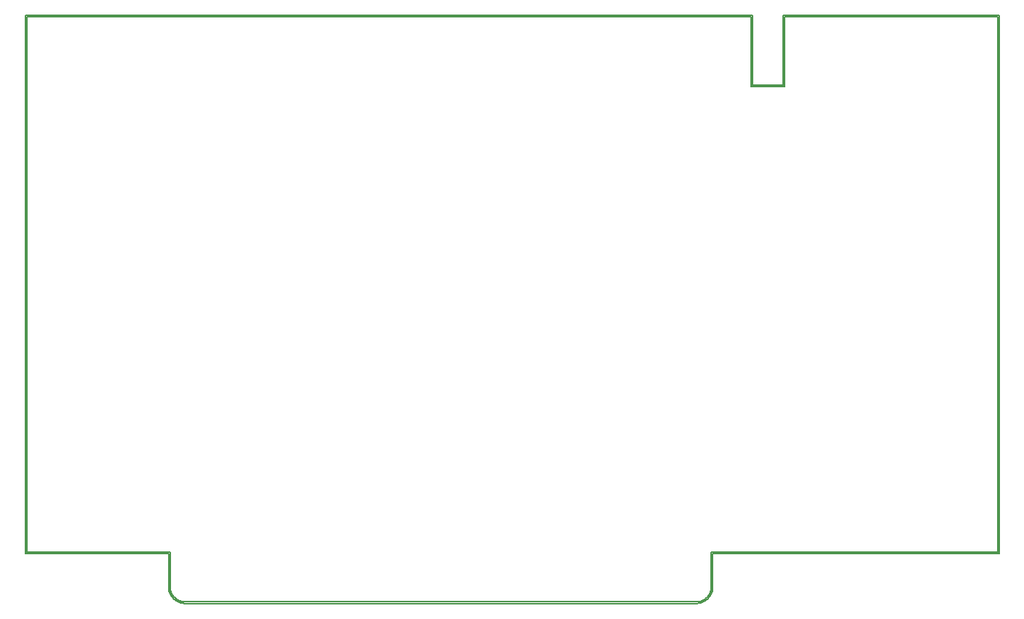
<source format=gm1>
G04 MADE WITH FRITZING*
G04 WWW.FRITZING.ORG*
G04 DOUBLE SIDED*
G04 HOLES PLATED*
G04 CONTOUR ON CENTER OF CONTOUR VECTOR*
%ASAXBY*%
%FSLAX23Y23*%
%MOIN*%
%OFA0B0*%
%SFA1.0B1.0*%
%ADD10C,0.008*%
%LNCONTOUR*%
G90*
G70*
G54D10*
X0Y2697D02*
X0Y2696D01*
X0Y230D01*
X1Y230D01*
X2Y230D01*
X3Y230D01*
X4Y230D01*
X5Y230D01*
X6Y230D01*
X7Y230D01*
X8Y230D01*
X9Y230D01*
X10Y230D01*
X11Y230D01*
X12Y230D01*
X13Y230D01*
X14Y230D01*
X15Y230D01*
X16Y230D01*
X17Y230D01*
X18Y230D01*
X19Y230D01*
X20Y230D01*
X21Y230D01*
X22Y230D01*
X23Y230D01*
X24Y230D01*
X25Y230D01*
X26Y230D01*
X27Y230D01*
X28Y230D01*
X29Y230D01*
X30Y230D01*
X31Y230D01*
X32Y230D01*
X33Y230D01*
X34Y230D01*
X35Y230D01*
X36Y230D01*
X37Y230D01*
X38Y230D01*
X39Y230D01*
X40Y230D01*
X41Y230D01*
X42Y230D01*
X43Y230D01*
X44Y230D01*
X45Y230D01*
X46Y230D01*
X47Y230D01*
X48Y230D01*
X49Y230D01*
X50Y230D01*
X51Y230D01*
X52Y230D01*
X53Y230D01*
X54Y230D01*
X55Y230D01*
X56Y230D01*
X57Y230D01*
X58Y230D01*
X59Y230D01*
X60Y230D01*
X61Y230D01*
X62Y230D01*
X63Y230D01*
X64Y230D01*
X65Y230D01*
X66Y230D01*
X67Y230D01*
X68Y230D01*
X69Y230D01*
X70Y230D01*
X71Y230D01*
X72Y230D01*
X73Y230D01*
X74Y230D01*
X75Y230D01*
X76Y230D01*
X77Y230D01*
X78Y230D01*
X79Y230D01*
X80Y230D01*
X81Y230D01*
X82Y230D01*
X83Y230D01*
X84Y230D01*
X85Y230D01*
X86Y230D01*
X87Y230D01*
X88Y230D01*
X89Y230D01*
X90Y230D01*
X91Y230D01*
X92Y230D01*
X93Y230D01*
X94Y230D01*
X95Y230D01*
X96Y230D01*
X97Y230D01*
X98Y230D01*
X99Y230D01*
X100Y230D01*
X101Y230D01*
X102Y230D01*
X103Y230D01*
X104Y230D01*
X105Y230D01*
X106Y230D01*
X107Y230D01*
X108Y230D01*
X109Y230D01*
X110Y230D01*
X111Y230D01*
X112Y230D01*
X113Y230D01*
X114Y230D01*
X115Y230D01*
X116Y230D01*
X117Y230D01*
X118Y230D01*
X119Y230D01*
X120Y230D01*
X121Y230D01*
X122Y230D01*
X123Y230D01*
X124Y230D01*
X125Y230D01*
X126Y230D01*
X127Y230D01*
X128Y230D01*
X129Y230D01*
X130Y230D01*
X131Y230D01*
X132Y230D01*
X133Y230D01*
X134Y230D01*
X135Y230D01*
X136Y230D01*
X137Y230D01*
X138Y230D01*
X139Y230D01*
X140Y230D01*
X141Y230D01*
X142Y230D01*
X143Y230D01*
X144Y230D01*
X145Y230D01*
X146Y230D01*
X147Y230D01*
X148Y230D01*
X149Y230D01*
X150Y230D01*
X151Y230D01*
X152Y230D01*
X153Y230D01*
X154Y230D01*
X155Y230D01*
X156Y230D01*
X157Y230D01*
X158Y230D01*
X159Y230D01*
X160Y230D01*
X161Y230D01*
X162Y230D01*
X163Y230D01*
X164Y230D01*
X165Y230D01*
X166Y230D01*
X167Y230D01*
X168Y230D01*
X169Y230D01*
X170Y230D01*
X171Y230D01*
X172Y230D01*
X173Y230D01*
X174Y230D01*
X175Y230D01*
X176Y230D01*
X177Y230D01*
X178Y230D01*
X179Y230D01*
X180Y230D01*
X181Y230D01*
X182Y230D01*
X183Y230D01*
X184Y230D01*
X185Y230D01*
X186Y230D01*
X187Y230D01*
X188Y230D01*
X189Y230D01*
X190Y230D01*
X191Y230D01*
X192Y230D01*
X193Y230D01*
X194Y230D01*
X195Y230D01*
X196Y230D01*
X197Y230D01*
X198Y230D01*
X199Y230D01*
X200Y230D01*
X201Y230D01*
X202Y230D01*
X203Y230D01*
X204Y230D01*
X205Y230D01*
X206Y230D01*
X207Y230D01*
X208Y230D01*
X209Y230D01*
X210Y230D01*
X211Y230D01*
X212Y230D01*
X213Y230D01*
X214Y230D01*
X215Y230D01*
X216Y230D01*
X217Y230D01*
X218Y230D01*
X219Y230D01*
X220Y230D01*
X221Y230D01*
X222Y230D01*
X223Y230D01*
X224Y230D01*
X225Y230D01*
X226Y230D01*
X227Y230D01*
X228Y230D01*
X229Y230D01*
X230Y230D01*
X231Y230D01*
X232Y230D01*
X233Y230D01*
X234Y230D01*
X235Y230D01*
X236Y230D01*
X237Y230D01*
X238Y230D01*
X239Y230D01*
X240Y230D01*
X241Y230D01*
X242Y230D01*
X243Y230D01*
X244Y230D01*
X245Y230D01*
X246Y230D01*
X247Y230D01*
X248Y230D01*
X249Y230D01*
X250Y230D01*
X251Y230D01*
X252Y230D01*
X253Y230D01*
X254Y230D01*
X255Y230D01*
X256Y230D01*
X257Y230D01*
X258Y230D01*
X259Y230D01*
X260Y230D01*
X261Y230D01*
X262Y230D01*
X263Y230D01*
X264Y230D01*
X265Y230D01*
X266Y230D01*
X267Y230D01*
X268Y230D01*
X269Y230D01*
X270Y230D01*
X271Y230D01*
X272Y230D01*
X273Y230D01*
X274Y230D01*
X275Y230D01*
X276Y230D01*
X277Y230D01*
X278Y230D01*
X279Y230D01*
X280Y230D01*
X281Y230D01*
X282Y230D01*
X283Y230D01*
X284Y230D01*
X285Y230D01*
X286Y230D01*
X287Y230D01*
X288Y230D01*
X289Y230D01*
X290Y230D01*
X291Y230D01*
X292Y230D01*
X293Y230D01*
X294Y230D01*
X295Y230D01*
X296Y230D01*
X297Y230D01*
X298Y230D01*
X299Y230D01*
X300Y230D01*
X301Y230D01*
X302Y230D01*
X303Y230D01*
X304Y230D01*
X305Y230D01*
X306Y230D01*
X307Y230D01*
X308Y230D01*
X309Y230D01*
X310Y230D01*
X311Y230D01*
X312Y230D01*
X313Y230D01*
X314Y230D01*
X315Y230D01*
X316Y230D01*
X317Y230D01*
X318Y230D01*
X319Y230D01*
X320Y230D01*
X321Y230D01*
X322Y230D01*
X323Y230D01*
X324Y230D01*
X325Y230D01*
X326Y230D01*
X327Y230D01*
X328Y230D01*
X329Y230D01*
X330Y230D01*
X331Y230D01*
X332Y230D01*
X333Y230D01*
X334Y230D01*
X335Y230D01*
X336Y230D01*
X337Y230D01*
X338Y230D01*
X339Y230D01*
X340Y230D01*
X341Y230D01*
X342Y230D01*
X343Y230D01*
X344Y230D01*
X345Y230D01*
X346Y230D01*
X347Y230D01*
X348Y230D01*
X349Y230D01*
X350Y230D01*
X351Y230D01*
X352Y230D01*
X353Y230D01*
X354Y230D01*
X355Y230D01*
X356Y230D01*
X357Y230D01*
X358Y230D01*
X359Y230D01*
X360Y230D01*
X361Y230D01*
X362Y230D01*
X363Y230D01*
X364Y230D01*
X365Y230D01*
X366Y230D01*
X367Y230D01*
X368Y230D01*
X369Y230D01*
X370Y230D01*
X371Y230D01*
X372Y230D01*
X373Y230D01*
X374Y230D01*
X375Y230D01*
X376Y230D01*
X377Y230D01*
X378Y230D01*
X379Y230D01*
X380Y230D01*
X381Y230D01*
X382Y230D01*
X383Y230D01*
X384Y230D01*
X385Y230D01*
X386Y230D01*
X387Y230D01*
X388Y230D01*
X389Y230D01*
X390Y230D01*
X391Y230D01*
X392Y230D01*
X393Y230D01*
X394Y230D01*
X395Y230D01*
X396Y230D01*
X397Y230D01*
X398Y230D01*
X399Y230D01*
X400Y230D01*
X401Y230D01*
X402Y230D01*
X403Y230D01*
X404Y230D01*
X405Y230D01*
X406Y230D01*
X407Y230D01*
X408Y230D01*
X409Y230D01*
X410Y230D01*
X411Y230D01*
X412Y230D01*
X413Y230D01*
X414Y230D01*
X415Y230D01*
X416Y230D01*
X417Y230D01*
X418Y230D01*
X419Y230D01*
X420Y230D01*
X421Y230D01*
X422Y230D01*
X423Y230D01*
X424Y230D01*
X425Y230D01*
X426Y230D01*
X427Y230D01*
X428Y230D01*
X429Y230D01*
X430Y230D01*
X431Y230D01*
X432Y230D01*
X433Y230D01*
X434Y230D01*
X435Y230D01*
X436Y230D01*
X437Y230D01*
X438Y230D01*
X439Y230D01*
X440Y230D01*
X441Y230D01*
X442Y230D01*
X443Y230D01*
X444Y230D01*
X445Y230D01*
X446Y230D01*
X447Y230D01*
X448Y230D01*
X449Y230D01*
X450Y230D01*
X451Y230D01*
X452Y230D01*
X453Y230D01*
X454Y230D01*
X455Y230D01*
X456Y230D01*
X457Y230D01*
X458Y230D01*
X459Y230D01*
X460Y230D01*
X461Y230D01*
X462Y230D01*
X463Y230D01*
X464Y230D01*
X465Y230D01*
X466Y230D01*
X467Y230D01*
X468Y230D01*
X469Y230D01*
X470Y230D01*
X471Y230D01*
X472Y230D01*
X473Y230D01*
X474Y230D01*
X475Y230D01*
X476Y230D01*
X477Y230D01*
X478Y230D01*
X479Y230D01*
X480Y230D01*
X481Y230D01*
X482Y230D01*
X483Y230D01*
X484Y230D01*
X485Y230D01*
X486Y230D01*
X487Y230D01*
X488Y230D01*
X489Y230D01*
X490Y230D01*
X491Y230D01*
X492Y230D01*
X493Y230D01*
X494Y230D01*
X495Y230D01*
X496Y230D01*
X497Y230D01*
X498Y230D01*
X499Y230D01*
X500Y230D01*
X501Y230D01*
X502Y230D01*
X503Y230D01*
X504Y230D01*
X505Y230D01*
X506Y230D01*
X507Y230D01*
X508Y230D01*
X509Y230D01*
X510Y230D01*
X511Y230D01*
X512Y230D01*
X513Y230D01*
X514Y230D01*
X515Y230D01*
X516Y230D01*
X517Y230D01*
X518Y230D01*
X519Y230D01*
X520Y230D01*
X521Y230D01*
X522Y230D01*
X523Y230D01*
X524Y230D01*
X525Y230D01*
X526Y230D01*
X527Y230D01*
X528Y230D01*
X529Y230D01*
X530Y230D01*
X531Y230D01*
X532Y230D01*
X533Y230D01*
X534Y230D01*
X535Y230D01*
X536Y230D01*
X537Y230D01*
X538Y230D01*
X539Y230D01*
X540Y230D01*
X541Y230D01*
X542Y230D01*
X543Y230D01*
X544Y230D01*
X545Y230D01*
X546Y230D01*
X547Y230D01*
X548Y230D01*
X549Y230D01*
X550Y230D01*
X551Y230D01*
X552Y230D01*
X553Y230D01*
X554Y230D01*
X555Y230D01*
X556Y230D01*
X557Y230D01*
X558Y230D01*
X559Y230D01*
X560Y230D01*
X561Y230D01*
X562Y230D01*
X563Y230D01*
X564Y230D01*
X565Y230D01*
X566Y230D01*
X567Y230D01*
X568Y230D01*
X569Y230D01*
X570Y230D01*
X571Y230D01*
X572Y230D01*
X573Y230D01*
X574Y230D01*
X575Y230D01*
X576Y230D01*
X577Y230D01*
X578Y230D01*
X579Y230D01*
X580Y230D01*
X581Y230D01*
X582Y230D01*
X583Y230D01*
X584Y230D01*
X585Y230D01*
X586Y230D01*
X587Y230D01*
X588Y230D01*
X589Y230D01*
X590Y230D01*
X591Y230D01*
X592Y230D01*
X593Y230D01*
X594Y230D01*
X595Y230D01*
X596Y230D01*
X597Y230D01*
X598Y230D01*
X599Y230D01*
X600Y230D01*
X601Y230D01*
X602Y230D01*
X603Y230D01*
X604Y230D01*
X605Y230D01*
X606Y230D01*
X607Y230D01*
X608Y230D01*
X609Y230D01*
X610Y230D01*
X611Y230D01*
X612Y230D01*
X613Y230D01*
X614Y230D01*
X615Y230D01*
X616Y230D01*
X617Y230D01*
X618Y230D01*
X619Y230D01*
X620Y230D01*
X621Y230D01*
X622Y230D01*
X623Y230D01*
X624Y230D01*
X625Y230D01*
X626Y230D01*
X627Y230D01*
X628Y230D01*
X629Y230D01*
X630Y230D01*
X631Y230D01*
X632Y230D01*
X633Y230D01*
X634Y230D01*
X635Y230D01*
X636Y230D01*
X637Y230D01*
X638Y230D01*
X639Y230D01*
X640Y230D01*
X641Y230D01*
X642Y230D01*
X643Y230D01*
X644Y230D01*
X645Y230D01*
X646Y230D01*
X647Y230D01*
X648Y230D01*
X649Y230D01*
X650Y230D01*
X651Y230D01*
X652Y230D01*
X653Y230D01*
X654Y230D01*
X655Y230D01*
X656Y229D01*
X656Y72D01*
X657Y71D01*
X657Y65D01*
X658Y64D01*
X658Y61D01*
X659Y60D01*
X659Y58D01*
X660Y57D01*
X660Y55D01*
X661Y54D01*
X661Y52D01*
X662Y51D01*
X662Y50D01*
X663Y49D01*
X663Y48D01*
X664Y47D01*
X664Y45D01*
X665Y44D01*
X665Y43D01*
X666Y42D01*
X667Y41D01*
X667Y40D01*
X668Y39D01*
X668Y38D01*
X669Y37D01*
X670Y36D01*
X671Y35D01*
X671Y34D01*
X672Y33D01*
X673Y32D01*
X674Y31D01*
X674Y30D01*
X675Y29D01*
X676Y28D01*
X677Y27D01*
X678Y26D01*
X679Y25D01*
X680Y24D01*
X681Y23D01*
X682Y22D01*
X683Y21D01*
X684Y20D01*
X685Y20D01*
X686Y19D01*
X687Y18D01*
X688Y17D01*
X689Y17D01*
X690Y16D01*
X691Y15D01*
X692Y15D01*
X693Y14D01*
X694Y13D01*
X695Y13D01*
X696Y12D01*
X697Y12D01*
X698Y11D01*
X699Y11D01*
X700Y10D01*
X701Y10D01*
X702Y9D01*
X703Y9D01*
X704Y8D01*
X705Y8D01*
X706Y7D01*
X707Y7D01*
X708Y7D01*
X709Y6D01*
X710Y6D01*
X711Y6D01*
X712Y5D01*
X713Y5D01*
X714Y5D01*
X715Y5D01*
X716Y4D01*
X717Y4D01*
X718Y4D01*
X719Y4D01*
X720Y3D01*
X721Y3D01*
X722Y3D01*
X723Y3D01*
X724Y3D01*
X725Y3D01*
X726Y2D01*
X727Y2D01*
X728Y2D01*
X729Y2D01*
X730Y2D01*
X731Y2D01*
X732Y2D01*
X733Y2D01*
X734Y2D01*
X735Y2D01*
X736Y2D01*
X737Y2D01*
X738Y2D01*
X739Y2D01*
X740Y2D01*
X741Y2D01*
X742Y2D01*
X743Y2D01*
X744Y2D01*
X745Y2D01*
X746Y2D01*
X747Y2D01*
X748Y2D01*
X749Y2D01*
X750Y2D01*
X751Y2D01*
X752Y2D01*
X753Y2D01*
X754Y2D01*
X755Y2D01*
X756Y2D01*
X757Y2D01*
X758Y2D01*
X759Y2D01*
X760Y2D01*
X761Y2D01*
X762Y2D01*
X763Y2D01*
X764Y2D01*
X765Y2D01*
X766Y2D01*
X767Y2D01*
X768Y2D01*
X769Y2D01*
X770Y2D01*
X771Y2D01*
X772Y2D01*
X773Y2D01*
X774Y2D01*
X775Y2D01*
X776Y2D01*
X777Y2D01*
X778Y2D01*
X779Y2D01*
X780Y2D01*
X781Y2D01*
X782Y2D01*
X783Y2D01*
X784Y2D01*
X785Y2D01*
X786Y2D01*
X787Y2D01*
X788Y2D01*
X789Y2D01*
X790Y2D01*
X791Y2D01*
X792Y2D01*
X793Y2D01*
X794Y2D01*
X795Y2D01*
X796Y2D01*
X797Y2D01*
X798Y2D01*
X799Y2D01*
X800Y2D01*
X801Y2D01*
X802Y2D01*
X803Y2D01*
X804Y2D01*
X805Y2D01*
X806Y2D01*
X807Y2D01*
X808Y2D01*
X809Y2D01*
X810Y2D01*
X811Y2D01*
X812Y2D01*
X813Y2D01*
X814Y2D01*
X815Y2D01*
X816Y2D01*
X817Y2D01*
X818Y2D01*
X819Y2D01*
X820Y2D01*
X821Y2D01*
X822Y2D01*
X823Y2D01*
X824Y2D01*
X825Y2D01*
X826Y2D01*
X827Y2D01*
X828Y2D01*
X829Y2D01*
X830Y2D01*
X831Y2D01*
X832Y2D01*
X833Y2D01*
X834Y2D01*
X835Y2D01*
X836Y2D01*
X837Y2D01*
X838Y2D01*
X839Y2D01*
X840Y2D01*
X841Y2D01*
X842Y2D01*
X843Y2D01*
X844Y2D01*
X845Y2D01*
X846Y2D01*
X847Y2D01*
X848Y2D01*
X849Y2D01*
X850Y2D01*
X851Y2D01*
X852Y2D01*
X853Y2D01*
X854Y2D01*
X855Y2D01*
X856Y2D01*
X857Y2D01*
X858Y2D01*
X859Y2D01*
X860Y2D01*
X861Y2D01*
X862Y2D01*
X863Y2D01*
X864Y2D01*
X865Y2D01*
X866Y2D01*
X867Y2D01*
X868Y2D01*
X869Y2D01*
X870Y2D01*
X871Y2D01*
X872Y2D01*
X873Y2D01*
X874Y2D01*
X875Y2D01*
X876Y2D01*
X877Y2D01*
X878Y2D01*
X879Y2D01*
X880Y2D01*
X881Y2D01*
X882Y2D01*
X883Y2D01*
X884Y2D01*
X885Y2D01*
X886Y2D01*
X887Y2D01*
X888Y2D01*
X889Y2D01*
X890Y2D01*
X891Y2D01*
X892Y2D01*
X893Y2D01*
X894Y2D01*
X895Y2D01*
X896Y2D01*
X897Y2D01*
X898Y2D01*
X899Y2D01*
X900Y2D01*
X901Y2D01*
X902Y2D01*
X903Y2D01*
X904Y2D01*
X905Y2D01*
X906Y2D01*
X907Y2D01*
X908Y2D01*
X909Y2D01*
X910Y2D01*
X911Y2D01*
X912Y2D01*
X913Y2D01*
X914Y2D01*
X915Y2D01*
X916Y2D01*
X917Y2D01*
X918Y2D01*
X919Y2D01*
X920Y2D01*
X921Y2D01*
X922Y2D01*
X923Y2D01*
X924Y2D01*
X925Y2D01*
X926Y2D01*
X927Y2D01*
X928Y2D01*
X929Y2D01*
X930Y2D01*
X931Y2D01*
X932Y2D01*
X933Y2D01*
X934Y2D01*
X935Y2D01*
X936Y2D01*
X937Y2D01*
X938Y2D01*
X939Y2D01*
X940Y2D01*
X941Y2D01*
X942Y2D01*
X943Y2D01*
X944Y2D01*
X945Y2D01*
X946Y2D01*
X947Y2D01*
X948Y2D01*
X949Y2D01*
X950Y2D01*
X951Y2D01*
X952Y2D01*
X953Y2D01*
X954Y2D01*
X955Y2D01*
X956Y2D01*
X957Y2D01*
X958Y2D01*
X959Y2D01*
X960Y2D01*
X961Y2D01*
X962Y2D01*
X963Y2D01*
X964Y2D01*
X965Y2D01*
X966Y2D01*
X967Y2D01*
X968Y2D01*
X969Y2D01*
X970Y2D01*
X971Y2D01*
X972Y2D01*
X973Y2D01*
X974Y2D01*
X975Y2D01*
X976Y2D01*
X977Y2D01*
X978Y2D01*
X979Y2D01*
X980Y2D01*
X981Y2D01*
X982Y2D01*
X983Y2D01*
X984Y2D01*
X985Y2D01*
X986Y2D01*
X987Y2D01*
X988Y2D01*
X989Y2D01*
X990Y2D01*
X991Y2D01*
X992Y2D01*
X993Y2D01*
X994Y2D01*
X995Y2D01*
X996Y2D01*
X997Y2D01*
X998Y2D01*
X999Y2D01*
X1000Y2D01*
X1001Y2D01*
X1002Y2D01*
X1003Y2D01*
X1004Y2D01*
X1005Y2D01*
X1006Y2D01*
X1007Y2D01*
X1008Y2D01*
X1009Y2D01*
X1010Y2D01*
X1011Y2D01*
X1012Y2D01*
X1013Y2D01*
X1014Y2D01*
X1015Y2D01*
X1016Y2D01*
X1017Y2D01*
X1018Y2D01*
X1019Y2D01*
X1020Y2D01*
X1021Y2D01*
X1022Y2D01*
X1023Y2D01*
X1024Y2D01*
X1025Y2D01*
X1026Y2D01*
X1027Y2D01*
X1028Y2D01*
X1029Y2D01*
X1030Y2D01*
X1031Y2D01*
X1032Y2D01*
X1033Y2D01*
X1034Y2D01*
X1035Y2D01*
X1036Y2D01*
X1037Y2D01*
X1038Y2D01*
X1039Y2D01*
X1040Y2D01*
X1041Y2D01*
X1042Y2D01*
X1043Y2D01*
X1044Y2D01*
X1045Y2D01*
X1046Y2D01*
X1047Y2D01*
X1048Y2D01*
X1049Y2D01*
X1050Y2D01*
X1051Y2D01*
X1052Y2D01*
X1053Y2D01*
X1054Y2D01*
X1055Y2D01*
X1056Y2D01*
X1057Y2D01*
X1058Y2D01*
X1059Y2D01*
X1060Y2D01*
X1061Y2D01*
X1062Y2D01*
X1063Y2D01*
X1064Y2D01*
X1065Y2D01*
X1066Y2D01*
X1067Y2D01*
X1068Y2D01*
X1069Y2D01*
X1070Y2D01*
X1071Y2D01*
X1072Y2D01*
X1073Y2D01*
X1074Y2D01*
X1075Y2D01*
X1076Y2D01*
X1077Y2D01*
X1078Y2D01*
X1079Y2D01*
X1080Y2D01*
X1081Y2D01*
X1082Y2D01*
X1083Y2D01*
X1084Y2D01*
X1085Y2D01*
X1086Y2D01*
X1087Y2D01*
X1088Y2D01*
X1089Y2D01*
X1090Y2D01*
X1091Y2D01*
X1092Y2D01*
X1093Y2D01*
X1094Y2D01*
X1095Y2D01*
X1096Y2D01*
X1097Y2D01*
X1098Y2D01*
X1099Y2D01*
X1100Y2D01*
X1101Y2D01*
X1102Y2D01*
X1103Y2D01*
X1104Y2D01*
X1105Y2D01*
X1106Y2D01*
X1107Y2D01*
X1108Y2D01*
X1109Y2D01*
X1110Y2D01*
X1111Y2D01*
X1112Y2D01*
X1113Y2D01*
X1114Y2D01*
X1115Y2D01*
X1116Y2D01*
X1117Y2D01*
X1118Y2D01*
X1119Y2D01*
X1120Y2D01*
X1121Y2D01*
X1122Y2D01*
X1123Y2D01*
X1124Y2D01*
X1125Y2D01*
X1126Y2D01*
X1127Y2D01*
X1128Y2D01*
X1129Y2D01*
X1130Y2D01*
X1131Y2D01*
X1132Y2D01*
X1133Y2D01*
X1134Y2D01*
X1135Y2D01*
X1136Y2D01*
X1137Y2D01*
X1138Y2D01*
X1139Y2D01*
X1140Y2D01*
X1141Y2D01*
X1142Y2D01*
X1143Y2D01*
X1144Y2D01*
X1145Y2D01*
X1146Y2D01*
X1147Y2D01*
X1148Y2D01*
X1149Y2D01*
X1150Y2D01*
X1151Y2D01*
X1152Y2D01*
X1153Y2D01*
X1154Y2D01*
X1155Y2D01*
X1156Y2D01*
X1157Y2D01*
X1158Y2D01*
X1159Y2D01*
X1160Y2D01*
X1161Y2D01*
X1162Y2D01*
X1163Y2D01*
X1164Y2D01*
X1165Y2D01*
X1166Y2D01*
X1167Y2D01*
X1168Y2D01*
X1169Y2D01*
X1170Y2D01*
X1171Y2D01*
X1172Y2D01*
X1173Y2D01*
X1174Y2D01*
X1175Y2D01*
X1176Y2D01*
X1177Y2D01*
X1178Y2D01*
X1179Y2D01*
X1180Y2D01*
X1181Y2D01*
X1182Y2D01*
X1183Y2D01*
X1184Y2D01*
X1185Y2D01*
X1186Y2D01*
X1187Y2D01*
X1188Y2D01*
X1189Y2D01*
X1190Y2D01*
X1191Y2D01*
X1192Y2D01*
X1193Y2D01*
X1194Y2D01*
X1195Y2D01*
X1196Y2D01*
X1197Y2D01*
X1198Y2D01*
X1199Y2D01*
X1200Y2D01*
X1201Y2D01*
X1202Y2D01*
X1203Y2D01*
X1204Y2D01*
X1205Y2D01*
X1206Y2D01*
X1207Y2D01*
X1208Y2D01*
X1209Y2D01*
X1210Y2D01*
X1211Y2D01*
X1212Y2D01*
X1213Y2D01*
X1214Y2D01*
X1215Y2D01*
X1216Y2D01*
X1217Y2D01*
X1218Y2D01*
X1219Y2D01*
X1220Y2D01*
X1221Y2D01*
X1222Y2D01*
X1223Y2D01*
X1224Y2D01*
X1225Y2D01*
X1226Y2D01*
X1227Y2D01*
X1228Y2D01*
X1229Y2D01*
X1230Y2D01*
X1231Y2D01*
X1232Y2D01*
X1233Y2D01*
X1234Y2D01*
X1235Y2D01*
X1236Y2D01*
X1237Y2D01*
X1238Y2D01*
X1239Y2D01*
X1240Y2D01*
X1241Y2D01*
X1242Y2D01*
X1243Y2D01*
X1244Y2D01*
X1245Y2D01*
X1246Y2D01*
X1247Y2D01*
X1248Y2D01*
X1249Y2D01*
X1250Y2D01*
X1251Y2D01*
X1252Y2D01*
X1253Y2D01*
X1254Y2D01*
X1255Y2D01*
X1256Y2D01*
X1257Y2D01*
X1258Y2D01*
X1259Y2D01*
X1260Y2D01*
X1261Y2D01*
X1262Y2D01*
X1263Y2D01*
X1264Y2D01*
X1265Y2D01*
X1266Y2D01*
X1267Y2D01*
X1268Y2D01*
X1269Y2D01*
X1270Y2D01*
X1271Y2D01*
X1272Y2D01*
X1273Y2D01*
X1274Y2D01*
X1275Y2D01*
X1276Y2D01*
X1277Y2D01*
X1278Y2D01*
X1279Y2D01*
X1280Y2D01*
X1281Y2D01*
X1282Y2D01*
X1283Y2D01*
X1284Y2D01*
X1285Y2D01*
X1286Y2D01*
X1287Y2D01*
X1288Y2D01*
X1289Y2D01*
X1290Y2D01*
X1291Y2D01*
X1292Y2D01*
X1293Y2D01*
X1294Y2D01*
X1295Y2D01*
X1296Y2D01*
X1297Y2D01*
X1298Y2D01*
X1299Y2D01*
X1300Y2D01*
X1301Y2D01*
X1302Y2D01*
X1303Y2D01*
X1304Y2D01*
X1305Y2D01*
X1306Y2D01*
X1307Y2D01*
X1308Y2D01*
X1309Y2D01*
X1310Y2D01*
X1311Y2D01*
X1312Y2D01*
X1313Y2D01*
X1314Y2D01*
X1315Y2D01*
X1316Y2D01*
X1317Y2D01*
X1318Y2D01*
X1319Y2D01*
X1320Y2D01*
X1321Y2D01*
X1322Y2D01*
X1323Y2D01*
X1324Y2D01*
X1325Y2D01*
X1326Y2D01*
X1327Y2D01*
X1328Y2D01*
X1329Y2D01*
X1330Y2D01*
X1331Y2D01*
X1332Y2D01*
X1333Y2D01*
X1334Y2D01*
X1335Y2D01*
X1336Y2D01*
X1337Y2D01*
X1338Y2D01*
X1339Y2D01*
X1340Y2D01*
X1341Y2D01*
X1342Y2D01*
X1343Y2D01*
X1344Y2D01*
X1345Y2D01*
X1346Y2D01*
X1347Y2D01*
X1348Y2D01*
X1349Y2D01*
X1350Y2D01*
X1351Y2D01*
X1352Y2D01*
X1353Y2D01*
X1354Y2D01*
X1355Y2D01*
X1356Y2D01*
X1357Y2D01*
X1358Y2D01*
X1359Y2D01*
X1360Y2D01*
X1361Y2D01*
X1362Y2D01*
X1363Y2D01*
X1364Y2D01*
X1365Y2D01*
X1366Y2D01*
X1367Y2D01*
X1368Y2D01*
X1369Y2D01*
X1370Y2D01*
X1371Y2D01*
X1372Y2D01*
X1373Y2D01*
X1374Y2D01*
X1375Y2D01*
X1376Y2D01*
X1377Y2D01*
X1378Y2D01*
X1379Y2D01*
X1380Y2D01*
X1381Y2D01*
X1382Y2D01*
X1383Y2D01*
X1384Y2D01*
X1385Y2D01*
X1386Y2D01*
X1387Y2D01*
X1388Y2D01*
X1389Y2D01*
X1390Y2D01*
X1391Y2D01*
X1392Y2D01*
X1393Y2D01*
X1394Y2D01*
X1395Y2D01*
X1396Y2D01*
X1397Y2D01*
X1398Y2D01*
X1399Y2D01*
X1400Y2D01*
X1401Y2D01*
X1402Y2D01*
X1403Y2D01*
X1404Y2D01*
X1405Y2D01*
X1406Y2D01*
X1407Y2D01*
X1408Y2D01*
X1409Y2D01*
X1410Y2D01*
X1411Y2D01*
X1412Y2D01*
X1413Y2D01*
X1414Y2D01*
X1415Y2D01*
X1416Y2D01*
X1417Y2D01*
X1418Y2D01*
X1419Y2D01*
X1420Y2D01*
X1421Y2D01*
X1422Y2D01*
X1423Y2D01*
X1424Y2D01*
X1425Y2D01*
X1426Y2D01*
X1427Y2D01*
X1428Y2D01*
X1429Y2D01*
X1430Y2D01*
X1431Y2D01*
X1432Y2D01*
X1433Y2D01*
X1434Y2D01*
X1435Y2D01*
X1436Y2D01*
X1437Y2D01*
X1438Y2D01*
X1439Y2D01*
X1440Y2D01*
X1441Y2D01*
X1442Y2D01*
X1443Y2D01*
X1444Y2D01*
X1445Y2D01*
X1446Y2D01*
X1447Y2D01*
X1448Y2D01*
X1449Y2D01*
X1450Y2D01*
X1451Y2D01*
X1452Y2D01*
X1453Y2D01*
X1454Y2D01*
X1455Y2D01*
X1456Y2D01*
X1457Y2D01*
X1458Y2D01*
X1459Y2D01*
X1460Y2D01*
X1461Y2D01*
X1462Y2D01*
X1463Y2D01*
X1464Y2D01*
X1465Y2D01*
X1466Y2D01*
X1467Y2D01*
X1468Y2D01*
X1469Y2D01*
X1470Y2D01*
X1471Y2D01*
X1472Y2D01*
X1473Y2D01*
X1474Y2D01*
X1475Y2D01*
X1476Y2D01*
X1477Y2D01*
X1478Y2D01*
X1479Y2D01*
X1480Y2D01*
X1481Y2D01*
X1482Y2D01*
X1483Y2D01*
X1484Y2D01*
X1485Y2D01*
X1486Y2D01*
X1487Y2D01*
X1488Y2D01*
X1489Y2D01*
X1490Y2D01*
X1491Y2D01*
X1492Y2D01*
X1493Y2D01*
X1494Y2D01*
X1495Y2D01*
X1496Y2D01*
X1497Y2D01*
X1498Y2D01*
X1499Y2D01*
X1500Y2D01*
X1501Y2D01*
X1502Y2D01*
X1503Y2D01*
X1504Y2D01*
X1505Y2D01*
X1506Y2D01*
X1507Y2D01*
X1508Y2D01*
X1509Y2D01*
X1510Y2D01*
X1511Y2D01*
X1512Y2D01*
X1513Y2D01*
X1514Y2D01*
X1515Y2D01*
X1516Y2D01*
X1517Y2D01*
X1518Y2D01*
X1519Y2D01*
X1520Y2D01*
X1521Y2D01*
X1522Y2D01*
X1523Y2D01*
X1524Y2D01*
X1525Y2D01*
X1526Y2D01*
X1527Y2D01*
X1528Y2D01*
X1529Y2D01*
X1530Y2D01*
X1531Y2D01*
X1532Y2D01*
X1533Y2D01*
X1534Y2D01*
X1535Y2D01*
X1536Y2D01*
X1537Y2D01*
X1538Y2D01*
X1539Y2D01*
X1540Y2D01*
X1541Y2D01*
X1542Y2D01*
X1543Y2D01*
X1544Y2D01*
X1545Y2D01*
X1546Y2D01*
X1547Y2D01*
X1548Y2D01*
X1549Y2D01*
X1550Y2D01*
X1551Y2D01*
X1552Y2D01*
X1553Y2D01*
X1554Y2D01*
X1555Y2D01*
X1556Y2D01*
X1557Y2D01*
X1558Y2D01*
X1559Y2D01*
X1560Y2D01*
X1561Y2D01*
X1562Y2D01*
X1563Y2D01*
X1564Y2D01*
X1565Y2D01*
X1566Y2D01*
X1567Y2D01*
X1568Y2D01*
X1569Y2D01*
X1570Y2D01*
X1571Y2D01*
X1572Y2D01*
X1573Y2D01*
X1574Y2D01*
X1575Y2D01*
X1576Y2D01*
X1577Y2D01*
X1578Y2D01*
X1579Y2D01*
X1580Y2D01*
X1581Y2D01*
X1582Y2D01*
X1583Y2D01*
X1584Y2D01*
X1585Y2D01*
X1586Y2D01*
X1587Y2D01*
X1588Y2D01*
X1589Y2D01*
X1590Y2D01*
X1591Y2D01*
X1592Y2D01*
X1593Y2D01*
X1594Y2D01*
X1595Y2D01*
X1596Y2D01*
X1597Y2D01*
X1598Y2D01*
X1599Y2D01*
X1600Y2D01*
X1601Y2D01*
X1602Y2D01*
X1603Y2D01*
X1604Y2D01*
X1605Y2D01*
X1606Y2D01*
X1607Y2D01*
X1608Y2D01*
X1609Y2D01*
X1610Y2D01*
X1611Y2D01*
X1612Y2D01*
X1613Y2D01*
X1614Y2D01*
X1615Y2D01*
X1616Y2D01*
X1617Y2D01*
X1618Y2D01*
X1619Y2D01*
X1620Y2D01*
X1621Y2D01*
X1622Y2D01*
X1623Y2D01*
X1624Y2D01*
X1625Y2D01*
X1626Y2D01*
X1627Y2D01*
X1628Y2D01*
X1629Y2D01*
X1630Y2D01*
X1631Y2D01*
X1632Y2D01*
X1633Y2D01*
X1634Y2D01*
X1635Y2D01*
X1636Y2D01*
X1637Y2D01*
X1638Y2D01*
X1639Y2D01*
X1640Y2D01*
X1641Y2D01*
X1642Y2D01*
X1643Y2D01*
X1644Y2D01*
X1645Y2D01*
X1646Y2D01*
X1647Y2D01*
X1648Y2D01*
X1649Y2D01*
X1650Y2D01*
X1651Y2D01*
X1652Y2D01*
X1653Y2D01*
X1654Y2D01*
X1655Y2D01*
X1656Y2D01*
X1657Y2D01*
X1658Y2D01*
X1659Y2D01*
X1660Y2D01*
X1661Y2D01*
X1662Y2D01*
X1663Y2D01*
X1664Y2D01*
X1665Y2D01*
X1666Y2D01*
X1667Y2D01*
X1668Y2D01*
X1669Y2D01*
X1670Y2D01*
X1671Y2D01*
X1672Y2D01*
X1673Y2D01*
X1674Y2D01*
X1675Y2D01*
X1676Y2D01*
X1677Y2D01*
X1678Y2D01*
X1679Y2D01*
X1680Y2D01*
X1681Y2D01*
X1682Y2D01*
X1683Y2D01*
X1684Y2D01*
X1685Y2D01*
X1686Y2D01*
X1687Y2D01*
X1688Y2D01*
X1689Y2D01*
X1690Y2D01*
X1691Y2D01*
X1692Y2D01*
X1693Y2D01*
X1694Y2D01*
X1695Y2D01*
X1696Y2D01*
X1697Y2D01*
X1698Y2D01*
X1699Y2D01*
X1700Y2D01*
X1701Y2D01*
X1702Y2D01*
X1703Y2D01*
X1704Y2D01*
X1705Y2D01*
X1706Y2D01*
X1707Y2D01*
X1708Y2D01*
X1709Y2D01*
X1710Y2D01*
X1711Y2D01*
X1712Y2D01*
X1713Y2D01*
X1714Y2D01*
X1715Y2D01*
X1716Y2D01*
X1717Y2D01*
X1718Y2D01*
X1719Y2D01*
X1720Y2D01*
X1721Y2D01*
X1722Y2D01*
X1723Y2D01*
X1724Y2D01*
X1725Y2D01*
X1726Y2D01*
X1727Y2D01*
X1728Y2D01*
X1729Y2D01*
X1730Y2D01*
X1731Y2D01*
X1732Y2D01*
X1733Y2D01*
X1734Y2D01*
X1735Y2D01*
X1736Y2D01*
X1737Y2D01*
X1738Y2D01*
X1739Y2D01*
X1740Y2D01*
X1741Y2D01*
X1742Y2D01*
X1743Y2D01*
X1744Y2D01*
X1745Y2D01*
X1746Y2D01*
X1747Y2D01*
X1748Y2D01*
X1749Y2D01*
X1750Y2D01*
X1751Y2D01*
X1752Y2D01*
X1753Y2D01*
X1754Y2D01*
X1755Y2D01*
X1756Y2D01*
X1757Y2D01*
X1758Y2D01*
X1759Y2D01*
X1760Y2D01*
X1761Y2D01*
X1762Y2D01*
X1763Y2D01*
X1764Y2D01*
X1765Y2D01*
X1766Y2D01*
X1767Y2D01*
X1768Y2D01*
X1769Y2D01*
X1770Y2D01*
X1771Y2D01*
X1772Y2D01*
X1773Y2D01*
X1774Y2D01*
X1775Y2D01*
X1776Y2D01*
X1777Y2D01*
X1778Y2D01*
X1779Y2D01*
X1780Y2D01*
X1781Y2D01*
X1782Y2D01*
X1783Y2D01*
X1784Y2D01*
X1785Y2D01*
X1786Y2D01*
X1787Y2D01*
X1788Y2D01*
X1789Y2D01*
X1790Y2D01*
X1791Y2D01*
X1792Y2D01*
X1793Y2D01*
X1794Y2D01*
X1795Y2D01*
X1796Y2D01*
X1797Y2D01*
X1798Y2D01*
X1799Y2D01*
X1800Y2D01*
X1801Y2D01*
X1802Y2D01*
X1803Y2D01*
X1804Y2D01*
X1805Y2D01*
X1806Y2D01*
X1807Y2D01*
X1808Y2D01*
X1809Y2D01*
X1810Y2D01*
X1811Y2D01*
X1812Y2D01*
X1813Y2D01*
X1814Y2D01*
X1815Y2D01*
X1816Y2D01*
X1817Y2D01*
X1818Y2D01*
X1819Y2D01*
X1820Y2D01*
X1821Y2D01*
X1822Y2D01*
X1823Y2D01*
X1824Y2D01*
X1825Y2D01*
X1826Y2D01*
X1827Y2D01*
X1828Y2D01*
X1829Y2D01*
X1830Y2D01*
X1831Y2D01*
X1832Y2D01*
X1833Y2D01*
X1834Y2D01*
X1835Y2D01*
X1836Y2D01*
X1837Y2D01*
X1838Y2D01*
X1839Y2D01*
X1840Y2D01*
X1841Y2D01*
X1842Y2D01*
X1843Y2D01*
X1844Y2D01*
X1845Y2D01*
X1846Y2D01*
X1847Y2D01*
X1848Y2D01*
X1849Y2D01*
X1850Y2D01*
X1851Y2D01*
X1852Y2D01*
X1853Y2D01*
X1854Y2D01*
X1855Y2D01*
X1856Y2D01*
X1857Y2D01*
X1858Y2D01*
X1859Y2D01*
X1860Y2D01*
X1861Y2D01*
X1862Y2D01*
X1863Y2D01*
X1864Y2D01*
X1865Y2D01*
X1866Y2D01*
X1867Y2D01*
X1868Y2D01*
X1869Y2D01*
X1870Y2D01*
X1871Y2D01*
X1872Y2D01*
X1873Y2D01*
X1874Y2D01*
X1875Y2D01*
X1876Y2D01*
X1877Y2D01*
X1878Y2D01*
X1879Y2D01*
X1880Y2D01*
X1881Y2D01*
X1882Y2D01*
X1883Y2D01*
X1884Y2D01*
X1885Y2D01*
X1886Y2D01*
X1887Y2D01*
X1888Y2D01*
X1889Y2D01*
X1890Y2D01*
X1891Y2D01*
X1892Y2D01*
X1893Y2D01*
X1894Y2D01*
X1895Y2D01*
X1896Y2D01*
X1897Y2D01*
X1898Y2D01*
X1899Y2D01*
X1900Y2D01*
X1901Y2D01*
X1902Y2D01*
X1903Y2D01*
X1904Y2D01*
X1905Y2D01*
X1906Y2D01*
X1907Y2D01*
X1908Y2D01*
X1909Y2D01*
X1910Y2D01*
X1911Y2D01*
X1912Y2D01*
X1913Y2D01*
X1914Y2D01*
X1915Y2D01*
X1916Y2D01*
X1917Y2D01*
X1918Y2D01*
X1919Y2D01*
X1920Y2D01*
X1921Y2D01*
X1922Y2D01*
X1923Y2D01*
X1924Y2D01*
X1925Y2D01*
X1926Y2D01*
X1927Y2D01*
X1928Y2D01*
X1929Y2D01*
X1930Y2D01*
X1931Y2D01*
X1932Y2D01*
X1933Y2D01*
X1934Y2D01*
X1935Y2D01*
X1936Y2D01*
X1937Y2D01*
X1938Y2D01*
X1939Y2D01*
X1940Y2D01*
X1941Y2D01*
X1942Y2D01*
X1943Y2D01*
X1944Y2D01*
X1945Y2D01*
X1946Y2D01*
X1947Y2D01*
X1948Y2D01*
X1949Y2D01*
X1950Y2D01*
X1951Y2D01*
X1952Y2D01*
X1953Y2D01*
X1954Y2D01*
X1955Y2D01*
X1956Y2D01*
X1957Y2D01*
X1958Y2D01*
X1959Y2D01*
X1960Y2D01*
X1961Y2D01*
X1962Y2D01*
X1963Y2D01*
X1964Y2D01*
X1965Y2D01*
X1966Y2D01*
X1967Y2D01*
X1968Y2D01*
X1969Y2D01*
X1970Y2D01*
X1971Y2D01*
X1972Y2D01*
X1973Y2D01*
X1974Y2D01*
X1975Y2D01*
X1976Y2D01*
X1977Y2D01*
X1978Y2D01*
X1979Y2D01*
X1980Y2D01*
X1981Y2D01*
X1982Y2D01*
X1983Y2D01*
X1984Y2D01*
X1985Y2D01*
X1986Y2D01*
X1987Y2D01*
X1988Y2D01*
X1989Y2D01*
X1990Y2D01*
X1991Y2D01*
X1992Y2D01*
X1993Y2D01*
X1994Y2D01*
X1995Y2D01*
X1996Y2D01*
X1997Y2D01*
X1998Y2D01*
X1999Y2D01*
X2000Y2D01*
X2001Y2D01*
X2002Y2D01*
X2003Y2D01*
X2004Y2D01*
X2005Y2D01*
X2006Y2D01*
X2007Y2D01*
X2008Y2D01*
X2009Y2D01*
X2010Y2D01*
X2011Y2D01*
X2012Y2D01*
X2013Y2D01*
X2014Y2D01*
X2015Y2D01*
X2016Y2D01*
X2017Y2D01*
X2018Y2D01*
X2019Y2D01*
X2020Y2D01*
X2021Y2D01*
X2022Y2D01*
X2023Y2D01*
X2024Y2D01*
X2025Y2D01*
X2026Y2D01*
X2027Y2D01*
X2028Y2D01*
X2029Y2D01*
X2030Y2D01*
X2031Y2D01*
X2032Y2D01*
X2033Y2D01*
X2034Y2D01*
X2035Y2D01*
X2036Y2D01*
X2037Y2D01*
X2038Y2D01*
X2039Y2D01*
X2040Y2D01*
X2041Y2D01*
X2042Y2D01*
X2043Y2D01*
X2044Y2D01*
X2045Y2D01*
X2046Y2D01*
X2047Y2D01*
X2048Y2D01*
X2049Y2D01*
X2050Y2D01*
X2051Y2D01*
X2052Y2D01*
X2053Y2D01*
X2054Y2D01*
X2055Y2D01*
X2056Y2D01*
X2057Y2D01*
X2058Y2D01*
X2059Y2D01*
X2060Y2D01*
X2061Y2D01*
X2062Y2D01*
X2063Y2D01*
X2064Y2D01*
X2065Y2D01*
X2066Y2D01*
X2067Y2D01*
X2068Y2D01*
X2069Y2D01*
X2070Y2D01*
X2071Y2D01*
X2072Y2D01*
X2073Y2D01*
X2074Y2D01*
X2075Y2D01*
X2076Y2D01*
X2077Y2D01*
X2078Y2D01*
X2079Y2D01*
X2080Y2D01*
X2081Y2D01*
X2082Y2D01*
X2083Y2D01*
X2084Y2D01*
X2085Y2D01*
X2086Y2D01*
X2087Y2D01*
X2088Y2D01*
X2089Y2D01*
X2090Y2D01*
X2091Y2D01*
X2092Y2D01*
X2093Y2D01*
X2094Y2D01*
X2095Y2D01*
X2096Y2D01*
X2097Y2D01*
X2098Y2D01*
X2099Y2D01*
X2100Y2D01*
X2101Y2D01*
X2102Y2D01*
X2103Y2D01*
X2104Y2D01*
X2105Y2D01*
X2106Y2D01*
X2107Y2D01*
X2108Y2D01*
X2109Y2D01*
X2110Y2D01*
X2111Y2D01*
X2112Y2D01*
X2113Y2D01*
X2114Y2D01*
X2115Y2D01*
X2116Y2D01*
X2117Y2D01*
X2118Y2D01*
X2119Y2D01*
X2120Y2D01*
X2121Y2D01*
X2122Y2D01*
X2123Y2D01*
X2124Y2D01*
X2125Y2D01*
X2126Y2D01*
X2127Y2D01*
X2128Y2D01*
X2129Y2D01*
X2130Y2D01*
X2131Y2D01*
X2132Y2D01*
X2133Y2D01*
X2134Y2D01*
X2135Y2D01*
X2136Y2D01*
X2137Y2D01*
X2138Y2D01*
X2139Y2D01*
X2140Y2D01*
X2141Y2D01*
X2142Y2D01*
X2143Y2D01*
X2144Y2D01*
X2145Y2D01*
X2146Y2D01*
X2147Y2D01*
X2148Y2D01*
X2149Y2D01*
X2150Y2D01*
X2151Y2D01*
X2152Y2D01*
X2153Y2D01*
X2154Y2D01*
X2155Y2D01*
X2156Y2D01*
X2157Y2D01*
X2158Y2D01*
X2159Y2D01*
X2160Y2D01*
X2161Y2D01*
X2162Y2D01*
X2163Y2D01*
X2164Y2D01*
X2165Y2D01*
X2166Y2D01*
X2167Y2D01*
X2168Y2D01*
X2169Y2D01*
X2170Y2D01*
X2171Y2D01*
X2172Y2D01*
X2173Y2D01*
X2174Y2D01*
X2175Y2D01*
X2176Y2D01*
X2177Y2D01*
X2178Y2D01*
X2179Y2D01*
X2180Y2D01*
X2181Y2D01*
X2182Y2D01*
X2183Y2D01*
X2184Y2D01*
X2185Y2D01*
X2186Y2D01*
X2187Y2D01*
X2188Y2D01*
X2189Y2D01*
X2190Y2D01*
X2191Y2D01*
X2192Y2D01*
X2193Y2D01*
X2194Y2D01*
X2195Y2D01*
X2196Y2D01*
X2197Y2D01*
X2198Y2D01*
X2199Y2D01*
X2200Y2D01*
X2201Y2D01*
X2202Y2D01*
X2203Y2D01*
X2204Y2D01*
X2205Y2D01*
X2206Y2D01*
X2207Y2D01*
X2208Y2D01*
X2209Y2D01*
X2210Y2D01*
X2211Y2D01*
X2212Y2D01*
X2213Y2D01*
X2214Y2D01*
X2215Y2D01*
X2216Y2D01*
X2217Y2D01*
X2218Y2D01*
X2219Y2D01*
X2220Y2D01*
X2221Y2D01*
X2222Y2D01*
X2223Y2D01*
X2224Y2D01*
X2225Y2D01*
X2226Y2D01*
X2227Y2D01*
X2228Y2D01*
X2229Y2D01*
X2230Y2D01*
X2231Y2D01*
X2232Y2D01*
X2233Y2D01*
X2234Y2D01*
X2235Y2D01*
X2236Y2D01*
X2237Y2D01*
X2238Y2D01*
X2239Y2D01*
X2240Y2D01*
X2241Y2D01*
X2242Y2D01*
X2243Y2D01*
X2244Y2D01*
X2245Y2D01*
X2246Y2D01*
X2247Y2D01*
X2248Y2D01*
X2249Y2D01*
X2250Y2D01*
X2251Y2D01*
X2252Y2D01*
X2253Y2D01*
X2254Y2D01*
X2255Y2D01*
X2256Y2D01*
X2257Y2D01*
X2258Y2D01*
X2259Y2D01*
X2260Y2D01*
X2261Y2D01*
X2262Y2D01*
X2263Y2D01*
X2264Y2D01*
X2265Y2D01*
X2266Y2D01*
X2267Y2D01*
X2268Y2D01*
X2269Y2D01*
X2270Y2D01*
X2271Y2D01*
X2272Y2D01*
X2273Y2D01*
X2274Y2D01*
X2275Y2D01*
X2276Y2D01*
X2277Y2D01*
X2278Y2D01*
X2279Y2D01*
X2280Y2D01*
X2281Y2D01*
X2282Y2D01*
X2283Y2D01*
X2284Y2D01*
X2285Y2D01*
X2286Y2D01*
X2287Y2D01*
X2288Y2D01*
X2289Y2D01*
X2290Y2D01*
X2291Y2D01*
X2292Y2D01*
X2293Y2D01*
X2294Y2D01*
X2295Y2D01*
X2296Y2D01*
X2297Y2D01*
X2298Y2D01*
X2299Y2D01*
X2300Y2D01*
X2301Y2D01*
X2302Y2D01*
X2303Y2D01*
X2304Y2D01*
X2305Y2D01*
X2306Y2D01*
X2307Y2D01*
X2308Y2D01*
X2309Y2D01*
X2310Y2D01*
X2311Y2D01*
X2312Y2D01*
X2313Y2D01*
X2314Y2D01*
X2315Y2D01*
X2316Y2D01*
X2317Y2D01*
X2318Y2D01*
X2319Y2D01*
X2320Y2D01*
X2321Y2D01*
X2322Y2D01*
X2323Y2D01*
X2324Y2D01*
X2325Y2D01*
X2326Y2D01*
X2327Y2D01*
X2328Y2D01*
X2329Y2D01*
X2330Y2D01*
X2331Y2D01*
X2332Y2D01*
X2333Y2D01*
X2334Y2D01*
X2335Y2D01*
X2336Y2D01*
X2337Y2D01*
X2338Y2D01*
X2339Y2D01*
X2340Y2D01*
X2341Y2D01*
X2342Y2D01*
X2343Y2D01*
X2344Y2D01*
X2345Y2D01*
X2346Y2D01*
X2347Y2D01*
X2348Y2D01*
X2349Y2D01*
X2350Y2D01*
X2351Y2D01*
X2352Y2D01*
X2353Y2D01*
X2354Y2D01*
X2355Y2D01*
X2356Y2D01*
X2357Y2D01*
X2358Y2D01*
X2359Y2D01*
X2360Y2D01*
X2361Y2D01*
X2362Y2D01*
X2363Y2D01*
X2364Y2D01*
X2365Y2D01*
X2366Y2D01*
X2367Y2D01*
X2368Y2D01*
X2369Y2D01*
X2370Y2D01*
X2371Y2D01*
X2372Y2D01*
X2373Y2D01*
X2374Y2D01*
X2375Y2D01*
X2376Y2D01*
X2377Y2D01*
X2378Y2D01*
X2379Y2D01*
X2380Y2D01*
X2381Y2D01*
X2382Y2D01*
X2383Y2D01*
X2384Y2D01*
X2385Y2D01*
X2386Y2D01*
X2387Y2D01*
X2388Y2D01*
X2389Y2D01*
X2390Y2D01*
X2391Y2D01*
X2392Y2D01*
X2393Y2D01*
X2394Y2D01*
X2395Y2D01*
X2396Y2D01*
X2397Y2D01*
X2398Y2D01*
X2399Y2D01*
X2400Y2D01*
X2401Y2D01*
X2402Y2D01*
X2403Y2D01*
X2404Y2D01*
X2405Y2D01*
X2406Y2D01*
X2407Y2D01*
X2408Y2D01*
X2409Y2D01*
X2410Y2D01*
X2411Y2D01*
X2412Y2D01*
X2413Y2D01*
X2414Y2D01*
X2415Y2D01*
X2416Y2D01*
X2417Y2D01*
X2418Y2D01*
X2419Y2D01*
X2420Y2D01*
X2421Y2D01*
X2422Y2D01*
X2423Y2D01*
X2424Y2D01*
X2425Y2D01*
X2426Y2D01*
X2427Y2D01*
X2428Y2D01*
X2429Y2D01*
X2430Y2D01*
X2431Y2D01*
X2432Y2D01*
X2433Y2D01*
X2434Y2D01*
X2435Y2D01*
X2436Y2D01*
X2437Y2D01*
X2438Y2D01*
X2439Y2D01*
X2440Y2D01*
X2441Y2D01*
X2442Y2D01*
X2443Y2D01*
X2444Y2D01*
X2445Y2D01*
X2446Y2D01*
X2447Y2D01*
X2448Y2D01*
X2449Y2D01*
X2450Y2D01*
X2451Y2D01*
X2452Y2D01*
X2453Y2D01*
X2454Y2D01*
X2455Y2D01*
X2456Y2D01*
X2457Y2D01*
X2458Y2D01*
X2459Y2D01*
X2460Y2D01*
X2461Y2D01*
X2462Y2D01*
X2463Y2D01*
X2464Y2D01*
X2465Y2D01*
X2466Y2D01*
X2467Y2D01*
X2468Y2D01*
X2469Y2D01*
X2470Y2D01*
X2471Y2D01*
X2472Y2D01*
X2473Y2D01*
X2474Y2D01*
X2475Y2D01*
X2476Y2D01*
X2477Y2D01*
X2478Y2D01*
X2479Y2D01*
X2480Y2D01*
X2481Y2D01*
X2482Y2D01*
X2483Y2D01*
X2484Y2D01*
X2485Y2D01*
X2486Y2D01*
X2487Y2D01*
X2488Y2D01*
X2489Y2D01*
X2490Y2D01*
X2491Y2D01*
X2492Y2D01*
X2493Y2D01*
X2494Y2D01*
X2495Y2D01*
X2496Y2D01*
X2497Y2D01*
X2498Y2D01*
X2499Y2D01*
X2500Y2D01*
X2501Y2D01*
X2502Y2D01*
X2503Y2D01*
X2504Y2D01*
X2505Y2D01*
X2506Y2D01*
X2507Y2D01*
X2508Y2D01*
X2509Y2D01*
X2510Y2D01*
X2511Y2D01*
X2512Y2D01*
X2513Y2D01*
X2514Y2D01*
X2515Y2D01*
X2516Y2D01*
X2517Y2D01*
X2518Y2D01*
X2519Y2D01*
X2520Y2D01*
X2521Y2D01*
X2522Y2D01*
X2523Y2D01*
X2524Y2D01*
X2525Y2D01*
X2526Y2D01*
X2527Y2D01*
X2528Y2D01*
X2529Y2D01*
X2530Y2D01*
X2531Y2D01*
X2532Y2D01*
X2533Y2D01*
X2534Y2D01*
X2535Y2D01*
X2536Y2D01*
X2537Y2D01*
X2538Y2D01*
X2539Y2D01*
X2540Y2D01*
X2541Y2D01*
X2542Y2D01*
X2543Y2D01*
X2544Y2D01*
X2545Y2D01*
X2546Y2D01*
X2547Y2D01*
X2548Y2D01*
X2549Y2D01*
X2550Y2D01*
X2551Y2D01*
X2552Y2D01*
X2553Y2D01*
X2554Y2D01*
X2555Y2D01*
X2556Y2D01*
X2557Y2D01*
X2558Y2D01*
X2559Y2D01*
X2560Y2D01*
X2561Y2D01*
X2562Y2D01*
X2563Y2D01*
X2564Y2D01*
X2565Y2D01*
X2566Y2D01*
X2567Y2D01*
X2568Y2D01*
X2569Y2D01*
X2570Y2D01*
X2571Y2D01*
X2572Y2D01*
X2573Y2D01*
X2574Y2D01*
X2575Y2D01*
X2576Y2D01*
X2577Y2D01*
X2578Y2D01*
X2579Y2D01*
X2580Y2D01*
X2581Y2D01*
X2582Y2D01*
X2583Y2D01*
X2584Y2D01*
X2585Y2D01*
X2586Y2D01*
X2587Y2D01*
X2588Y2D01*
X2589Y2D01*
X2590Y2D01*
X2591Y2D01*
X2592Y2D01*
X2593Y2D01*
X2594Y2D01*
X2595Y2D01*
X2596Y2D01*
X2597Y2D01*
X2598Y2D01*
X2599Y2D01*
X2600Y2D01*
X2601Y2D01*
X2602Y2D01*
X2603Y2D01*
X2604Y2D01*
X2605Y2D01*
X2606Y2D01*
X2607Y2D01*
X2608Y2D01*
X2609Y2D01*
X2610Y2D01*
X2611Y2D01*
X2612Y2D01*
X2613Y2D01*
X2614Y2D01*
X2615Y2D01*
X2616Y2D01*
X2617Y2D01*
X2618Y2D01*
X2619Y2D01*
X2620Y2D01*
X2621Y2D01*
X2622Y2D01*
X2623Y2D01*
X2624Y2D01*
X2625Y2D01*
X2626Y2D01*
X2627Y2D01*
X2628Y2D01*
X2629Y2D01*
X2630Y2D01*
X2631Y2D01*
X2632Y2D01*
X2633Y2D01*
X2634Y2D01*
X2635Y2D01*
X2636Y2D01*
X2637Y2D01*
X2638Y2D01*
X2639Y2D01*
X2640Y2D01*
X2641Y2D01*
X2642Y2D01*
X2643Y2D01*
X2644Y2D01*
X2645Y2D01*
X2646Y2D01*
X2647Y2D01*
X2648Y2D01*
X2649Y2D01*
X2650Y2D01*
X2651Y2D01*
X2652Y2D01*
X2653Y2D01*
X2654Y2D01*
X2655Y2D01*
X2656Y2D01*
X2657Y2D01*
X2658Y2D01*
X2659Y2D01*
X2660Y2D01*
X2661Y2D01*
X2662Y2D01*
X2663Y2D01*
X2664Y2D01*
X2665Y2D01*
X2666Y2D01*
X2667Y2D01*
X2668Y2D01*
X2669Y2D01*
X2670Y2D01*
X2671Y2D01*
X2672Y2D01*
X2673Y2D01*
X2674Y2D01*
X2675Y2D01*
X2676Y2D01*
X2677Y2D01*
X2678Y2D01*
X2679Y2D01*
X2680Y2D01*
X2681Y2D01*
X2682Y2D01*
X2683Y2D01*
X2684Y2D01*
X2685Y2D01*
X2686Y2D01*
X2687Y2D01*
X2688Y2D01*
X2689Y2D01*
X2690Y2D01*
X2691Y2D01*
X2692Y2D01*
X2693Y2D01*
X2694Y2D01*
X2695Y2D01*
X2696Y2D01*
X2697Y2D01*
X2698Y2D01*
X2699Y2D01*
X2700Y2D01*
X2701Y2D01*
X2702Y2D01*
X2703Y2D01*
X2704Y2D01*
X2705Y2D01*
X2706Y2D01*
X2707Y2D01*
X2708Y2D01*
X2709Y2D01*
X2710Y2D01*
X2711Y2D01*
X2712Y2D01*
X2713Y2D01*
X2714Y2D01*
X2715Y2D01*
X2716Y2D01*
X2717Y2D01*
X2718Y2D01*
X2719Y2D01*
X2720Y2D01*
X2721Y2D01*
X2722Y2D01*
X2723Y2D01*
X2724Y2D01*
X2725Y2D01*
X2726Y2D01*
X2727Y2D01*
X2728Y2D01*
X2729Y2D01*
X2730Y2D01*
X2731Y2D01*
X2732Y2D01*
X2733Y2D01*
X2734Y2D01*
X2735Y2D01*
X2736Y2D01*
X2737Y2D01*
X2738Y2D01*
X2739Y2D01*
X2740Y2D01*
X2741Y2D01*
X2742Y2D01*
X2743Y2D01*
X2744Y2D01*
X2745Y2D01*
X2746Y2D01*
X2747Y2D01*
X2748Y2D01*
X2749Y2D01*
X2750Y2D01*
X2751Y2D01*
X2752Y2D01*
X2753Y2D01*
X2754Y2D01*
X2755Y2D01*
X2756Y2D01*
X2757Y2D01*
X2758Y2D01*
X2759Y2D01*
X2760Y2D01*
X2761Y2D01*
X2762Y2D01*
X2763Y2D01*
X2764Y2D01*
X2765Y2D01*
X2766Y2D01*
X2767Y2D01*
X2768Y2D01*
X2769Y2D01*
X2770Y2D01*
X2771Y2D01*
X2772Y2D01*
X2773Y2D01*
X2774Y2D01*
X2775Y2D01*
X2776Y2D01*
X2777Y2D01*
X2778Y2D01*
X2779Y2D01*
X2780Y2D01*
X2781Y2D01*
X2782Y2D01*
X2783Y2D01*
X2784Y2D01*
X2785Y2D01*
X2786Y2D01*
X2787Y2D01*
X2788Y2D01*
X2789Y2D01*
X2790Y2D01*
X2791Y2D01*
X2792Y2D01*
X2793Y2D01*
X2794Y2D01*
X2795Y2D01*
X2796Y2D01*
X2797Y2D01*
X2798Y2D01*
X2799Y2D01*
X2800Y2D01*
X2801Y2D01*
X2802Y2D01*
X2803Y2D01*
X2804Y2D01*
X2805Y2D01*
X2806Y2D01*
X2807Y2D01*
X2808Y2D01*
X2809Y2D01*
X2810Y2D01*
X2811Y2D01*
X2812Y2D01*
X2813Y2D01*
X2814Y2D01*
X2815Y2D01*
X2816Y2D01*
X2817Y2D01*
X2818Y2D01*
X2819Y2D01*
X2820Y2D01*
X2821Y2D01*
X2822Y2D01*
X2823Y2D01*
X2824Y2D01*
X2825Y2D01*
X2826Y2D01*
X2827Y2D01*
X2828Y2D01*
X2829Y2D01*
X2830Y2D01*
X2831Y2D01*
X2832Y2D01*
X2833Y2D01*
X2834Y2D01*
X2835Y2D01*
X2836Y2D01*
X2837Y2D01*
X2838Y2D01*
X2839Y2D01*
X2840Y2D01*
X2841Y2D01*
X2842Y2D01*
X2843Y2D01*
X2844Y2D01*
X2845Y2D01*
X2846Y2D01*
X2847Y2D01*
X2848Y2D01*
X2849Y2D01*
X2850Y2D01*
X2851Y2D01*
X2852Y2D01*
X2853Y2D01*
X2854Y2D01*
X2855Y2D01*
X2856Y2D01*
X2857Y2D01*
X2858Y2D01*
X2859Y2D01*
X2860Y2D01*
X2861Y2D01*
X2862Y2D01*
X2863Y2D01*
X2864Y2D01*
X2865Y2D01*
X2866Y2D01*
X2867Y2D01*
X2868Y2D01*
X2869Y2D01*
X2870Y2D01*
X2871Y2D01*
X2872Y2D01*
X2873Y2D01*
X2874Y2D01*
X2875Y2D01*
X2876Y2D01*
X2877Y2D01*
X2878Y2D01*
X2879Y2D01*
X2880Y2D01*
X2881Y2D01*
X2882Y2D01*
X2883Y2D01*
X2884Y2D01*
X2885Y2D01*
X2886Y2D01*
X2887Y2D01*
X2888Y2D01*
X2889Y2D01*
X2890Y2D01*
X2891Y2D01*
X2892Y2D01*
X2893Y2D01*
X2894Y2D01*
X2895Y2D01*
X2896Y2D01*
X2897Y2D01*
X2898Y2D01*
X2899Y2D01*
X2900Y2D01*
X2901Y2D01*
X2902Y2D01*
X2903Y2D01*
X2904Y2D01*
X2905Y2D01*
X2906Y2D01*
X2907Y2D01*
X2908Y2D01*
X2909Y2D01*
X2910Y2D01*
X2911Y2D01*
X2912Y2D01*
X2913Y2D01*
X2914Y2D01*
X2915Y2D01*
X2916Y2D01*
X2917Y2D01*
X2918Y2D01*
X2919Y2D01*
X2920Y2D01*
X2921Y2D01*
X2922Y2D01*
X2923Y2D01*
X2924Y2D01*
X2925Y2D01*
X2926Y2D01*
X2927Y2D01*
X2928Y2D01*
X2929Y2D01*
X2930Y2D01*
X2931Y2D01*
X2932Y2D01*
X2933Y2D01*
X2934Y2D01*
X2935Y2D01*
X2936Y2D01*
X2937Y2D01*
X2938Y2D01*
X2939Y2D01*
X2940Y2D01*
X2941Y2D01*
X2942Y2D01*
X2943Y2D01*
X2944Y2D01*
X2945Y2D01*
X2946Y2D01*
X2947Y2D01*
X2948Y2D01*
X2949Y2D01*
X2950Y2D01*
X2951Y2D01*
X2952Y2D01*
X2953Y2D01*
X2954Y2D01*
X2955Y2D01*
X2956Y2D01*
X2957Y2D01*
X2958Y2D01*
X2959Y2D01*
X2960Y2D01*
X2961Y2D01*
X2962Y2D01*
X2963Y2D01*
X2964Y2D01*
X2965Y2D01*
X2966Y2D01*
X2967Y2D01*
X2968Y2D01*
X2969Y2D01*
X2970Y2D01*
X2971Y2D01*
X2972Y2D01*
X2973Y2D01*
X2974Y2D01*
X2975Y2D01*
X2976Y2D01*
X2977Y2D01*
X2978Y2D01*
X2979Y2D01*
X2980Y2D01*
X2981Y2D01*
X2982Y2D01*
X2983Y2D01*
X2984Y2D01*
X2985Y2D01*
X2986Y2D01*
X2987Y2D01*
X2988Y2D01*
X2989Y2D01*
X2990Y2D01*
X2991Y2D01*
X2992Y2D01*
X2993Y2D01*
X2994Y2D01*
X2995Y2D01*
X2996Y2D01*
X2997Y2D01*
X2998Y2D01*
X2999Y2D01*
X3000Y2D01*
X3001Y2D01*
X3002Y2D01*
X3003Y2D01*
X3004Y2D01*
X3005Y2D01*
X3006Y2D01*
X3007Y2D01*
X3008Y2D01*
X3009Y2D01*
X3010Y2D01*
X3011Y2D01*
X3012Y2D01*
X3013Y2D01*
X3014Y2D01*
X3015Y2D01*
X3016Y2D01*
X3017Y2D01*
X3018Y2D01*
X3019Y2D01*
X3020Y2D01*
X3021Y2D01*
X3022Y2D01*
X3023Y2D01*
X3024Y2D01*
X3025Y2D01*
X3026Y2D01*
X3027Y2D01*
X3028Y2D01*
X3029Y2D01*
X3030Y2D01*
X3031Y2D01*
X3032Y2D01*
X3033Y2D01*
X3034Y2D01*
X3035Y2D01*
X3036Y2D01*
X3037Y2D01*
X3038Y2D01*
X3039Y2D01*
X3040Y2D01*
X3041Y2D01*
X3042Y2D01*
X3043Y2D01*
X3044Y2D01*
X3045Y2D01*
X3046Y2D01*
X3047Y2D01*
X3048Y2D01*
X3049Y2D01*
X3050Y2D01*
X3051Y2D01*
X3052Y2D01*
X3053Y2D01*
X3054Y2D01*
X3055Y2D01*
X3056Y2D01*
X3057Y2D01*
X3058Y2D01*
X3059Y2D01*
X3060Y2D01*
X3061Y2D01*
X3062Y2D01*
X3063Y2D01*
X3064Y2D01*
X3065Y2D01*
X3066Y2D01*
X3067Y2D01*
X3068Y2D01*
X3069Y2D01*
X3070Y2D01*
X3071Y2D01*
X3072Y2D01*
X3073Y2D01*
X3074Y2D01*
X3075Y2D01*
X3076Y2D01*
X3077Y2D01*
X3078Y2D01*
X3079Y2D01*
X3080Y3D01*
X3081Y3D01*
X3082Y3D01*
X3083Y3D01*
X3084Y3D01*
X3085Y3D01*
X3086Y4D01*
X3087Y4D01*
X3088Y4D01*
X3089Y4D01*
X3090Y4D01*
X3091Y5D01*
X3092Y5D01*
X3093Y5D01*
X3094Y6D01*
X3095Y6D01*
X3096Y6D01*
X3097Y7D01*
X3098Y7D01*
X3099Y7D01*
X3100Y8D01*
X3101Y8D01*
X3102Y8D01*
X3103Y9D01*
X3104Y9D01*
X3105Y10D01*
X3106Y10D01*
X3107Y11D01*
X3108Y11D01*
X3109Y12D01*
X3110Y13D01*
X3111Y13D01*
X3112Y14D01*
X3113Y14D01*
X3114Y15D01*
X3115Y16D01*
X3116Y16D01*
X3117Y17D01*
X3118Y18D01*
X3119Y19D01*
X3120Y19D01*
X3121Y20D01*
X3122Y21D01*
X3123Y22D01*
X3124Y23D01*
X3125Y24D01*
X3126Y25D01*
X3127Y26D01*
X3128Y27D01*
X3129Y28D01*
X3130Y29D01*
X3131Y30D01*
X3132Y31D01*
X3132Y32D01*
X3133Y33D01*
X3134Y34D01*
X3135Y35D01*
X3135Y36D01*
X3136Y37D01*
X3137Y38D01*
X3137Y39D01*
X3138Y40D01*
X3139Y41D01*
X3139Y42D01*
X3140Y43D01*
X3140Y44D01*
X3141Y45D01*
X3141Y46D01*
X3142Y47D01*
X3142Y48D01*
X3143Y49D01*
X3143Y51D01*
X3144Y52D01*
X3144Y53D01*
X3145Y54D01*
X3145Y56D01*
X3146Y57D01*
X3146Y60D01*
X3147Y61D01*
X3147Y63D01*
X3148Y64D01*
X3148Y70D01*
X3149Y71D01*
X3149Y229D01*
X3150Y230D01*
X3151Y230D01*
X3152Y230D01*
X3153Y230D01*
X3154Y230D01*
X3155Y230D01*
X3156Y230D01*
X3157Y230D01*
X3158Y230D01*
X3159Y230D01*
X3160Y230D01*
X3161Y230D01*
X3162Y230D01*
X3163Y230D01*
X3164Y230D01*
X3165Y230D01*
X3166Y230D01*
X3167Y230D01*
X3168Y230D01*
X3169Y230D01*
X3170Y230D01*
X3171Y230D01*
X3172Y230D01*
X3173Y230D01*
X3174Y230D01*
X3175Y230D01*
X3176Y230D01*
X3177Y230D01*
X3178Y230D01*
X3179Y230D01*
X3180Y230D01*
X3181Y230D01*
X3182Y230D01*
X3183Y230D01*
X3184Y230D01*
X3185Y230D01*
X3186Y230D01*
X3187Y230D01*
X3188Y230D01*
X3189Y230D01*
X3190Y230D01*
X3191Y230D01*
X3192Y230D01*
X3193Y230D01*
X3194Y230D01*
X3195Y230D01*
X3196Y230D01*
X3197Y230D01*
X3198Y230D01*
X3199Y230D01*
X3200Y230D01*
X3201Y230D01*
X3202Y230D01*
X3203Y230D01*
X3204Y230D01*
X3205Y230D01*
X3206Y230D01*
X3207Y230D01*
X3208Y230D01*
X3209Y230D01*
X3210Y230D01*
X3211Y230D01*
X3212Y230D01*
X3213Y230D01*
X3214Y230D01*
X3215Y230D01*
X3216Y230D01*
X3217Y230D01*
X3218Y230D01*
X3219Y230D01*
X3220Y230D01*
X3221Y230D01*
X3222Y230D01*
X3223Y230D01*
X3224Y230D01*
X3225Y230D01*
X3226Y230D01*
X3227Y230D01*
X3228Y230D01*
X3229Y230D01*
X3230Y230D01*
X3231Y230D01*
X3232Y230D01*
X3233Y230D01*
X3234Y230D01*
X3235Y230D01*
X3236Y230D01*
X3237Y230D01*
X3238Y230D01*
X3239Y230D01*
X3240Y230D01*
X3241Y230D01*
X3242Y230D01*
X3243Y230D01*
X3244Y230D01*
X3245Y230D01*
X3246Y230D01*
X3247Y230D01*
X3248Y230D01*
X3249Y230D01*
X3250Y230D01*
X3251Y230D01*
X3252Y230D01*
X3253Y230D01*
X3254Y230D01*
X3255Y230D01*
X3256Y230D01*
X3257Y230D01*
X3258Y230D01*
X3259Y230D01*
X3260Y230D01*
X3261Y230D01*
X3262Y230D01*
X3263Y230D01*
X3264Y230D01*
X3265Y230D01*
X3266Y230D01*
X3267Y230D01*
X3268Y230D01*
X3269Y230D01*
X3270Y230D01*
X3271Y230D01*
X3272Y230D01*
X3273Y230D01*
X3274Y230D01*
X3275Y230D01*
X3276Y230D01*
X3277Y230D01*
X3278Y230D01*
X3279Y230D01*
X3280Y230D01*
X3281Y230D01*
X3282Y230D01*
X3283Y230D01*
X3284Y230D01*
X3285Y230D01*
X3286Y230D01*
X3287Y230D01*
X3288Y230D01*
X3289Y230D01*
X3290Y230D01*
X3291Y230D01*
X3292Y230D01*
X3293Y230D01*
X3294Y230D01*
X3295Y230D01*
X3296Y230D01*
X3297Y230D01*
X3298Y230D01*
X3299Y230D01*
X3300Y230D01*
X3301Y230D01*
X3302Y230D01*
X3303Y230D01*
X3304Y230D01*
X3305Y230D01*
X3306Y230D01*
X3307Y230D01*
X3308Y230D01*
X3309Y230D01*
X3310Y230D01*
X3311Y230D01*
X3312Y230D01*
X3313Y230D01*
X3314Y230D01*
X3315Y230D01*
X3316Y230D01*
X3317Y230D01*
X3318Y230D01*
X3319Y230D01*
X3320Y230D01*
X3321Y230D01*
X3322Y230D01*
X3323Y230D01*
X3324Y230D01*
X3325Y230D01*
X3326Y230D01*
X3327Y230D01*
X3328Y230D01*
X3329Y230D01*
X3330Y230D01*
X3331Y230D01*
X3332Y230D01*
X3333Y230D01*
X3334Y230D01*
X3335Y230D01*
X3336Y230D01*
X3337Y230D01*
X3338Y230D01*
X3339Y230D01*
X3340Y230D01*
X3341Y230D01*
X3342Y230D01*
X3343Y230D01*
X3344Y230D01*
X3345Y230D01*
X3346Y230D01*
X3347Y230D01*
X3348Y230D01*
X3349Y230D01*
X3350Y230D01*
X3351Y230D01*
X3352Y230D01*
X3353Y230D01*
X3354Y230D01*
X3355Y230D01*
X3356Y230D01*
X3357Y230D01*
X3358Y230D01*
X3359Y230D01*
X3360Y230D01*
X3361Y230D01*
X3362Y230D01*
X3363Y230D01*
X3364Y230D01*
X3365Y230D01*
X3366Y230D01*
X3367Y230D01*
X3368Y230D01*
X3369Y230D01*
X3370Y230D01*
X3371Y230D01*
X3372Y230D01*
X3373Y230D01*
X3374Y230D01*
X3375Y230D01*
X3376Y230D01*
X3377Y230D01*
X3378Y230D01*
X3379Y230D01*
X3380Y230D01*
X3381Y230D01*
X3382Y230D01*
X3383Y230D01*
X3384Y230D01*
X3385Y230D01*
X3386Y230D01*
X3387Y230D01*
X3388Y230D01*
X3389Y230D01*
X3390Y230D01*
X3391Y230D01*
X3392Y230D01*
X3393Y230D01*
X3394Y230D01*
X3395Y230D01*
X3396Y230D01*
X3397Y230D01*
X3398Y230D01*
X3399Y230D01*
X3400Y230D01*
X3401Y230D01*
X3402Y230D01*
X3403Y230D01*
X3404Y230D01*
X3405Y230D01*
X3406Y230D01*
X3407Y230D01*
X3408Y230D01*
X3409Y230D01*
X3410Y230D01*
X3411Y230D01*
X3412Y230D01*
X3413Y230D01*
X3414Y230D01*
X3415Y230D01*
X3416Y230D01*
X3417Y230D01*
X3418Y230D01*
X3419Y230D01*
X3420Y230D01*
X3421Y230D01*
X3422Y230D01*
X3423Y230D01*
X3424Y230D01*
X3425Y230D01*
X3426Y230D01*
X3427Y230D01*
X3428Y230D01*
X3429Y230D01*
X3430Y230D01*
X3431Y230D01*
X3432Y230D01*
X3433Y230D01*
X3434Y230D01*
X3435Y230D01*
X3436Y230D01*
X3437Y230D01*
X3438Y230D01*
X3439Y230D01*
X3440Y230D01*
X3441Y230D01*
X3442Y230D01*
X3443Y230D01*
X3444Y230D01*
X3445Y230D01*
X3446Y230D01*
X3447Y230D01*
X3448Y230D01*
X3449Y230D01*
X3450Y230D01*
X3451Y230D01*
X3452Y230D01*
X3453Y230D01*
X3454Y230D01*
X3455Y230D01*
X3456Y230D01*
X3457Y230D01*
X3458Y230D01*
X3459Y230D01*
X3460Y230D01*
X3461Y230D01*
X3462Y230D01*
X3463Y230D01*
X3464Y230D01*
X3465Y230D01*
X3466Y230D01*
X3467Y230D01*
X3468Y230D01*
X3469Y230D01*
X3470Y230D01*
X3471Y230D01*
X3472Y230D01*
X3473Y230D01*
X3474Y230D01*
X3475Y230D01*
X3476Y230D01*
X3477Y230D01*
X3478Y230D01*
X3479Y230D01*
X3480Y230D01*
X3481Y230D01*
X3482Y230D01*
X3483Y230D01*
X3484Y230D01*
X3485Y230D01*
X3486Y230D01*
X3487Y230D01*
X3488Y230D01*
X3489Y230D01*
X3490Y230D01*
X3491Y230D01*
X3492Y230D01*
X3493Y230D01*
X3494Y230D01*
X3495Y230D01*
X3496Y230D01*
X3497Y230D01*
X3498Y230D01*
X3499Y230D01*
X3500Y230D01*
X3501Y230D01*
X3502Y230D01*
X3503Y230D01*
X3504Y230D01*
X3505Y230D01*
X3506Y230D01*
X3507Y230D01*
X3508Y230D01*
X3509Y230D01*
X3510Y230D01*
X3511Y230D01*
X3512Y230D01*
X3513Y230D01*
X3514Y230D01*
X3515Y230D01*
X3516Y230D01*
X3517Y230D01*
X3518Y230D01*
X3519Y230D01*
X3520Y230D01*
X3521Y230D01*
X3522Y230D01*
X3523Y230D01*
X3524Y230D01*
X3525Y230D01*
X3526Y230D01*
X3527Y230D01*
X3528Y230D01*
X3529Y230D01*
X3530Y230D01*
X3531Y230D01*
X3532Y230D01*
X3533Y230D01*
X3534Y230D01*
X3535Y230D01*
X3536Y230D01*
X3537Y230D01*
X3538Y230D01*
X3539Y230D01*
X3540Y230D01*
X3541Y230D01*
X3542Y230D01*
X3543Y230D01*
X3544Y230D01*
X3545Y230D01*
X3546Y230D01*
X3547Y230D01*
X3548Y230D01*
X3549Y230D01*
X3550Y230D01*
X3551Y230D01*
X3552Y230D01*
X3553Y230D01*
X3554Y230D01*
X3555Y230D01*
X3556Y230D01*
X3557Y230D01*
X3558Y230D01*
X3559Y230D01*
X3560Y230D01*
X3561Y230D01*
X3562Y230D01*
X3563Y230D01*
X3564Y230D01*
X3565Y230D01*
X3566Y230D01*
X3567Y230D01*
X3568Y230D01*
X3569Y230D01*
X3570Y230D01*
X3571Y230D01*
X3572Y230D01*
X3573Y230D01*
X3574Y230D01*
X3575Y230D01*
X3576Y230D01*
X3577Y230D01*
X3578Y230D01*
X3579Y230D01*
X3580Y230D01*
X3581Y230D01*
X3582Y230D01*
X3583Y230D01*
X3584Y230D01*
X3585Y230D01*
X3586Y230D01*
X3587Y230D01*
X3588Y230D01*
X3589Y230D01*
X3590Y230D01*
X3591Y230D01*
X3592Y230D01*
X3593Y230D01*
X3594Y230D01*
X3595Y230D01*
X3596Y230D01*
X3597Y230D01*
X3598Y230D01*
X3599Y230D01*
X3600Y230D01*
X3601Y230D01*
X3602Y230D01*
X3603Y230D01*
X3604Y230D01*
X3605Y230D01*
X3606Y230D01*
X3607Y230D01*
X3608Y230D01*
X3609Y230D01*
X3610Y230D01*
X3611Y230D01*
X3612Y230D01*
X3613Y230D01*
X3614Y230D01*
X3615Y230D01*
X3616Y230D01*
X3617Y230D01*
X3618Y230D01*
X3619Y230D01*
X3620Y230D01*
X3621Y230D01*
X3622Y230D01*
X3623Y230D01*
X3624Y230D01*
X3625Y230D01*
X3626Y230D01*
X3627Y230D01*
X3628Y230D01*
X3629Y230D01*
X3630Y230D01*
X3631Y230D01*
X3632Y230D01*
X3633Y230D01*
X3634Y230D01*
X3635Y230D01*
X3636Y230D01*
X3637Y230D01*
X3638Y230D01*
X3639Y230D01*
X3640Y230D01*
X3641Y230D01*
X3642Y230D01*
X3643Y230D01*
X3644Y230D01*
X3645Y230D01*
X3646Y230D01*
X3647Y230D01*
X3648Y230D01*
X3649Y230D01*
X3650Y230D01*
X3651Y230D01*
X3652Y230D01*
X3653Y230D01*
X3654Y230D01*
X3655Y230D01*
X3656Y230D01*
X3657Y230D01*
X3658Y230D01*
X3659Y230D01*
X3660Y230D01*
X3661Y230D01*
X3662Y230D01*
X3663Y230D01*
X3664Y230D01*
X3665Y230D01*
X3666Y230D01*
X3667Y230D01*
X3668Y230D01*
X3669Y230D01*
X3670Y230D01*
X3671Y230D01*
X3672Y230D01*
X3673Y230D01*
X3674Y230D01*
X3675Y230D01*
X3676Y230D01*
X3677Y230D01*
X3678Y230D01*
X3679Y230D01*
X3680Y230D01*
X3681Y230D01*
X3682Y230D01*
X3683Y230D01*
X3684Y230D01*
X3685Y230D01*
X3686Y230D01*
X3687Y230D01*
X3688Y230D01*
X3689Y230D01*
X3690Y230D01*
X3691Y230D01*
X3692Y230D01*
X3693Y230D01*
X3694Y230D01*
X3695Y230D01*
X3696Y230D01*
X3697Y230D01*
X3698Y230D01*
X3699Y230D01*
X3700Y230D01*
X3701Y230D01*
X3702Y230D01*
X3703Y230D01*
X3704Y230D01*
X3705Y230D01*
X3706Y230D01*
X3707Y230D01*
X3708Y230D01*
X3709Y230D01*
X3710Y230D01*
X3711Y230D01*
X3712Y230D01*
X3713Y230D01*
X3714Y230D01*
X3715Y230D01*
X3716Y230D01*
X3717Y230D01*
X3718Y230D01*
X3719Y230D01*
X3720Y230D01*
X3721Y230D01*
X3722Y230D01*
X3723Y230D01*
X3724Y230D01*
X3725Y230D01*
X3726Y230D01*
X3727Y230D01*
X3728Y230D01*
X3729Y230D01*
X3730Y230D01*
X3731Y230D01*
X3732Y230D01*
X3733Y230D01*
X3734Y230D01*
X3735Y230D01*
X3736Y230D01*
X3737Y230D01*
X3738Y230D01*
X3739Y230D01*
X3740Y230D01*
X3741Y230D01*
X3742Y230D01*
X3743Y230D01*
X3744Y230D01*
X3745Y230D01*
X3746Y230D01*
X3747Y230D01*
X3748Y230D01*
X3749Y230D01*
X3750Y230D01*
X3751Y230D01*
X3752Y230D01*
X3753Y230D01*
X3754Y230D01*
X3755Y230D01*
X3756Y230D01*
X3757Y230D01*
X3758Y230D01*
X3759Y230D01*
X3760Y230D01*
X3761Y230D01*
X3762Y230D01*
X3763Y230D01*
X3764Y230D01*
X3765Y230D01*
X3766Y230D01*
X3767Y230D01*
X3768Y230D01*
X3769Y230D01*
X3770Y230D01*
X3771Y230D01*
X3772Y230D01*
X3773Y230D01*
X3774Y230D01*
X3775Y230D01*
X3776Y230D01*
X3777Y230D01*
X3778Y230D01*
X3779Y230D01*
X3780Y230D01*
X3781Y230D01*
X3782Y230D01*
X3783Y230D01*
X3784Y230D01*
X3785Y230D01*
X3786Y230D01*
X3787Y230D01*
X3788Y230D01*
X3789Y230D01*
X3790Y230D01*
X3791Y230D01*
X3792Y230D01*
X3793Y230D01*
X3794Y230D01*
X3795Y230D01*
X3796Y230D01*
X3797Y230D01*
X3798Y230D01*
X3799Y230D01*
X3800Y230D01*
X3801Y230D01*
X3802Y230D01*
X3803Y230D01*
X3804Y230D01*
X3805Y230D01*
X3806Y230D01*
X3807Y230D01*
X3808Y230D01*
X3809Y230D01*
X3810Y230D01*
X3811Y230D01*
X3812Y230D01*
X3813Y230D01*
X3814Y230D01*
X3815Y230D01*
X3816Y230D01*
X3817Y230D01*
X3818Y230D01*
X3819Y230D01*
X3820Y230D01*
X3821Y230D01*
X3822Y230D01*
X3823Y230D01*
X3824Y230D01*
X3825Y230D01*
X3826Y230D01*
X3827Y230D01*
X3828Y230D01*
X3829Y230D01*
X3830Y230D01*
X3831Y230D01*
X3832Y230D01*
X3833Y230D01*
X3834Y230D01*
X3835Y230D01*
X3836Y230D01*
X3837Y230D01*
X3838Y230D01*
X3839Y230D01*
X3840Y230D01*
X3841Y230D01*
X3842Y230D01*
X3843Y230D01*
X3844Y230D01*
X3845Y230D01*
X3846Y230D01*
X3847Y230D01*
X3848Y230D01*
X3849Y230D01*
X3850Y230D01*
X3851Y230D01*
X3852Y230D01*
X3853Y230D01*
X3854Y230D01*
X3855Y230D01*
X3856Y230D01*
X3857Y230D01*
X3858Y230D01*
X3859Y230D01*
X3860Y230D01*
X3861Y230D01*
X3862Y230D01*
X3863Y230D01*
X3864Y230D01*
X3865Y230D01*
X3866Y230D01*
X3867Y230D01*
X3868Y230D01*
X3869Y230D01*
X3870Y230D01*
X3871Y230D01*
X3872Y230D01*
X3873Y230D01*
X3874Y230D01*
X3875Y230D01*
X3876Y230D01*
X3877Y230D01*
X3878Y230D01*
X3879Y230D01*
X3880Y230D01*
X3881Y230D01*
X3882Y230D01*
X3883Y230D01*
X3884Y230D01*
X3885Y230D01*
X3886Y230D01*
X3887Y230D01*
X3888Y230D01*
X3889Y230D01*
X3890Y230D01*
X3891Y230D01*
X3892Y230D01*
X3893Y230D01*
X3894Y230D01*
X3895Y230D01*
X3896Y230D01*
X3897Y230D01*
X3898Y230D01*
X3899Y230D01*
X3900Y230D01*
X3901Y230D01*
X3902Y230D01*
X3903Y230D01*
X3904Y230D01*
X3905Y230D01*
X3906Y230D01*
X3907Y230D01*
X3908Y230D01*
X3909Y230D01*
X3910Y230D01*
X3911Y230D01*
X3912Y230D01*
X3913Y230D01*
X3914Y230D01*
X3915Y230D01*
X3916Y230D01*
X3917Y230D01*
X3918Y230D01*
X3919Y230D01*
X3920Y230D01*
X3921Y230D01*
X3922Y230D01*
X3923Y230D01*
X3924Y230D01*
X3925Y230D01*
X3926Y230D01*
X3927Y230D01*
X3928Y230D01*
X3929Y230D01*
X3930Y230D01*
X3931Y230D01*
X3932Y230D01*
X3933Y230D01*
X3934Y230D01*
X3935Y230D01*
X3936Y230D01*
X3937Y230D01*
X3938Y230D01*
X3939Y230D01*
X3940Y230D01*
X3941Y230D01*
X3942Y230D01*
X3943Y230D01*
X3944Y230D01*
X3945Y230D01*
X3946Y230D01*
X3947Y230D01*
X3948Y230D01*
X3949Y230D01*
X3950Y230D01*
X3951Y230D01*
X3952Y230D01*
X3953Y230D01*
X3954Y230D01*
X3955Y230D01*
X3956Y230D01*
X3957Y230D01*
X3958Y230D01*
X3959Y230D01*
X3960Y230D01*
X3961Y230D01*
X3962Y230D01*
X3963Y230D01*
X3964Y230D01*
X3965Y230D01*
X3966Y230D01*
X3967Y230D01*
X3968Y230D01*
X3969Y230D01*
X3970Y230D01*
X3971Y230D01*
X3972Y230D01*
X3973Y230D01*
X3974Y230D01*
X3975Y230D01*
X3976Y230D01*
X3977Y230D01*
X3978Y230D01*
X3979Y230D01*
X3980Y230D01*
X3981Y230D01*
X3982Y230D01*
X3983Y230D01*
X3984Y230D01*
X3985Y230D01*
X3986Y230D01*
X3987Y230D01*
X3988Y230D01*
X3989Y230D01*
X3990Y230D01*
X3991Y230D01*
X3992Y230D01*
X3993Y230D01*
X3994Y230D01*
X3995Y230D01*
X3996Y230D01*
X3997Y230D01*
X3998Y230D01*
X3999Y230D01*
X4000Y230D01*
X4001Y230D01*
X4002Y230D01*
X4003Y230D01*
X4004Y230D01*
X4005Y230D01*
X4006Y230D01*
X4007Y230D01*
X4008Y230D01*
X4009Y230D01*
X4010Y230D01*
X4011Y230D01*
X4012Y230D01*
X4013Y230D01*
X4014Y230D01*
X4015Y230D01*
X4016Y230D01*
X4017Y230D01*
X4018Y230D01*
X4019Y230D01*
X4020Y230D01*
X4021Y230D01*
X4022Y230D01*
X4023Y230D01*
X4024Y230D01*
X4025Y230D01*
X4026Y230D01*
X4027Y230D01*
X4028Y230D01*
X4029Y230D01*
X4030Y230D01*
X4031Y230D01*
X4032Y230D01*
X4033Y230D01*
X4034Y230D01*
X4035Y230D01*
X4036Y230D01*
X4037Y230D01*
X4038Y230D01*
X4039Y230D01*
X4040Y230D01*
X4041Y230D01*
X4042Y230D01*
X4043Y230D01*
X4044Y230D01*
X4045Y230D01*
X4046Y230D01*
X4047Y230D01*
X4048Y230D01*
X4049Y230D01*
X4050Y230D01*
X4051Y230D01*
X4052Y230D01*
X4053Y230D01*
X4054Y230D01*
X4055Y230D01*
X4056Y230D01*
X4057Y230D01*
X4058Y230D01*
X4059Y230D01*
X4060Y230D01*
X4061Y230D01*
X4062Y230D01*
X4063Y230D01*
X4064Y230D01*
X4065Y230D01*
X4066Y230D01*
X4067Y230D01*
X4068Y230D01*
X4069Y230D01*
X4070Y230D01*
X4071Y230D01*
X4072Y230D01*
X4073Y230D01*
X4074Y230D01*
X4075Y230D01*
X4076Y230D01*
X4077Y230D01*
X4078Y230D01*
X4079Y230D01*
X4080Y230D01*
X4081Y230D01*
X4082Y230D01*
X4083Y230D01*
X4084Y230D01*
X4085Y230D01*
X4086Y230D01*
X4087Y230D01*
X4088Y230D01*
X4089Y230D01*
X4090Y230D01*
X4091Y230D01*
X4092Y230D01*
X4093Y230D01*
X4094Y230D01*
X4095Y230D01*
X4096Y230D01*
X4097Y230D01*
X4098Y230D01*
X4099Y230D01*
X4100Y230D01*
X4101Y230D01*
X4102Y230D01*
X4103Y230D01*
X4104Y230D01*
X4105Y230D01*
X4106Y230D01*
X4107Y230D01*
X4108Y230D01*
X4109Y230D01*
X4110Y230D01*
X4111Y230D01*
X4112Y230D01*
X4113Y230D01*
X4114Y230D01*
X4115Y230D01*
X4116Y230D01*
X4117Y230D01*
X4118Y230D01*
X4119Y230D01*
X4120Y230D01*
X4121Y230D01*
X4122Y230D01*
X4123Y230D01*
X4124Y230D01*
X4125Y230D01*
X4126Y230D01*
X4127Y230D01*
X4128Y230D01*
X4129Y230D01*
X4130Y230D01*
X4131Y230D01*
X4132Y230D01*
X4133Y230D01*
X4134Y230D01*
X4135Y230D01*
X4136Y230D01*
X4137Y230D01*
X4138Y230D01*
X4139Y230D01*
X4140Y230D01*
X4141Y230D01*
X4142Y230D01*
X4143Y230D01*
X4144Y230D01*
X4145Y230D01*
X4146Y230D01*
X4147Y230D01*
X4148Y230D01*
X4149Y230D01*
X4150Y230D01*
X4151Y230D01*
X4152Y230D01*
X4153Y230D01*
X4154Y230D01*
X4155Y230D01*
X4156Y230D01*
X4157Y230D01*
X4158Y230D01*
X4159Y230D01*
X4160Y230D01*
X4161Y230D01*
X4162Y230D01*
X4163Y230D01*
X4164Y230D01*
X4165Y230D01*
X4166Y230D01*
X4167Y230D01*
X4168Y230D01*
X4169Y230D01*
X4170Y230D01*
X4171Y230D01*
X4172Y230D01*
X4173Y230D01*
X4174Y230D01*
X4175Y230D01*
X4176Y230D01*
X4177Y230D01*
X4178Y230D01*
X4179Y230D01*
X4180Y230D01*
X4181Y230D01*
X4182Y230D01*
X4183Y230D01*
X4184Y230D01*
X4185Y230D01*
X4186Y230D01*
X4187Y230D01*
X4188Y230D01*
X4189Y230D01*
X4190Y230D01*
X4191Y230D01*
X4192Y230D01*
X4193Y230D01*
X4194Y230D01*
X4195Y230D01*
X4196Y230D01*
X4197Y230D01*
X4198Y230D01*
X4199Y230D01*
X4200Y230D01*
X4201Y230D01*
X4202Y230D01*
X4203Y230D01*
X4204Y230D01*
X4205Y230D01*
X4206Y230D01*
X4207Y230D01*
X4208Y230D01*
X4209Y230D01*
X4210Y230D01*
X4211Y230D01*
X4212Y230D01*
X4213Y230D01*
X4214Y230D01*
X4215Y230D01*
X4216Y230D01*
X4217Y230D01*
X4218Y230D01*
X4219Y230D01*
X4220Y230D01*
X4221Y230D01*
X4222Y230D01*
X4223Y230D01*
X4224Y230D01*
X4225Y230D01*
X4226Y230D01*
X4227Y230D01*
X4228Y230D01*
X4229Y230D01*
X4230Y230D01*
X4231Y230D01*
X4232Y230D01*
X4233Y230D01*
X4234Y230D01*
X4235Y230D01*
X4236Y230D01*
X4237Y230D01*
X4238Y230D01*
X4239Y230D01*
X4240Y230D01*
X4241Y230D01*
X4242Y230D01*
X4243Y230D01*
X4244Y230D01*
X4245Y230D01*
X4246Y230D01*
X4247Y230D01*
X4248Y230D01*
X4249Y230D01*
X4250Y230D01*
X4251Y230D01*
X4252Y230D01*
X4253Y230D01*
X4254Y230D01*
X4255Y230D01*
X4256Y230D01*
X4257Y230D01*
X4258Y230D01*
X4259Y230D01*
X4260Y230D01*
X4261Y230D01*
X4262Y230D01*
X4263Y230D01*
X4264Y230D01*
X4265Y230D01*
X4266Y230D01*
X4267Y230D01*
X4268Y230D01*
X4269Y230D01*
X4270Y230D01*
X4271Y230D01*
X4272Y230D01*
X4273Y230D01*
X4274Y230D01*
X4275Y230D01*
X4276Y230D01*
X4277Y230D01*
X4278Y230D01*
X4279Y230D01*
X4280Y230D01*
X4281Y230D01*
X4282Y230D01*
X4283Y230D01*
X4284Y230D01*
X4285Y230D01*
X4286Y230D01*
X4287Y230D01*
X4288Y230D01*
X4289Y230D01*
X4290Y230D01*
X4291Y230D01*
X4292Y230D01*
X4293Y230D01*
X4294Y230D01*
X4295Y230D01*
X4296Y230D01*
X4297Y230D01*
X4298Y230D01*
X4299Y230D01*
X4300Y230D01*
X4301Y230D01*
X4302Y230D01*
X4303Y230D01*
X4304Y230D01*
X4305Y230D01*
X4306Y230D01*
X4307Y230D01*
X4308Y230D01*
X4309Y230D01*
X4310Y230D01*
X4311Y230D01*
X4312Y230D01*
X4313Y230D01*
X4314Y230D01*
X4315Y230D01*
X4316Y230D01*
X4317Y230D01*
X4318Y230D01*
X4319Y230D01*
X4320Y230D01*
X4321Y230D01*
X4322Y230D01*
X4323Y230D01*
X4324Y230D01*
X4325Y230D01*
X4326Y230D01*
X4327Y230D01*
X4328Y230D01*
X4329Y230D01*
X4330Y230D01*
X4331Y230D01*
X4332Y230D01*
X4333Y230D01*
X4334Y230D01*
X4335Y230D01*
X4336Y230D01*
X4337Y230D01*
X4338Y230D01*
X4339Y230D01*
X4340Y230D01*
X4341Y230D01*
X4342Y230D01*
X4343Y230D01*
X4344Y230D01*
X4345Y230D01*
X4346Y230D01*
X4347Y230D01*
X4348Y230D01*
X4349Y230D01*
X4350Y230D01*
X4351Y230D01*
X4352Y230D01*
X4353Y230D01*
X4354Y230D01*
X4355Y230D01*
X4356Y230D01*
X4357Y230D01*
X4358Y230D01*
X4359Y230D01*
X4360Y230D01*
X4361Y230D01*
X4362Y230D01*
X4363Y230D01*
X4364Y230D01*
X4365Y230D01*
X4366Y230D01*
X4367Y230D01*
X4368Y230D01*
X4369Y230D01*
X4370Y230D01*
X4371Y230D01*
X4372Y230D01*
X4373Y230D01*
X4374Y230D01*
X4375Y230D01*
X4376Y230D01*
X4377Y230D01*
X4378Y230D01*
X4379Y230D01*
X4380Y230D01*
X4381Y230D01*
X4382Y230D01*
X4383Y230D01*
X4384Y230D01*
X4385Y230D01*
X4386Y230D01*
X4387Y230D01*
X4388Y230D01*
X4389Y230D01*
X4390Y230D01*
X4391Y230D01*
X4392Y230D01*
X4393Y230D01*
X4394Y230D01*
X4395Y230D01*
X4396Y230D01*
X4397Y230D01*
X4398Y230D01*
X4399Y230D01*
X4400Y230D01*
X4401Y230D01*
X4402Y230D01*
X4403Y230D01*
X4404Y230D01*
X4405Y230D01*
X4406Y230D01*
X4407Y230D01*
X4408Y230D01*
X4409Y230D01*
X4410Y230D01*
X4411Y230D01*
X4412Y230D01*
X4413Y230D01*
X4414Y230D01*
X4415Y230D01*
X4416Y230D01*
X4417Y230D01*
X4418Y230D01*
X4419Y230D01*
X4420Y230D01*
X4421Y230D01*
X4422Y230D01*
X4423Y230D01*
X4424Y230D01*
X4425Y230D01*
X4426Y230D01*
X4427Y230D01*
X4428Y230D01*
X4429Y230D01*
X4430Y230D01*
X4431Y230D01*
X4432Y230D01*
X4433Y230D01*
X4434Y230D01*
X4435Y230D01*
X4436Y230D01*
X4437Y230D01*
X4438Y230D01*
X4439Y230D01*
X4440Y230D01*
X4441Y230D01*
X4442Y230D01*
X4443Y230D01*
X4444Y230D01*
X4445Y230D01*
X4446Y230D01*
X4447Y230D01*
X4448Y230D01*
X4449Y230D01*
X4450Y230D01*
X4451Y230D01*
X4452Y230D01*
X4453Y230D01*
X4454Y230D01*
X4455Y230D01*
X4456Y230D01*
X4457Y230D01*
X4458Y230D01*
X4459Y230D01*
X4460Y230D01*
X4460Y2697D01*
X4459Y2697D01*
X4458Y2697D01*
X4457Y2697D01*
X4456Y2697D01*
X4455Y2697D01*
X4454Y2697D01*
X4453Y2697D01*
X4452Y2697D01*
X4451Y2697D01*
X4450Y2697D01*
X4449Y2697D01*
X4448Y2697D01*
X4447Y2697D01*
X4446Y2697D01*
X4445Y2697D01*
X4444Y2697D01*
X4443Y2697D01*
X4442Y2697D01*
X4441Y2697D01*
X4440Y2697D01*
X4439Y2697D01*
X4438Y2697D01*
X4437Y2697D01*
X4436Y2697D01*
X4435Y2697D01*
X4434Y2697D01*
X4433Y2697D01*
X4432Y2697D01*
X4431Y2697D01*
X4430Y2697D01*
X4429Y2697D01*
X4428Y2697D01*
X4427Y2697D01*
X4426Y2697D01*
X4425Y2697D01*
X4424Y2697D01*
X4423Y2697D01*
X4422Y2697D01*
X4421Y2697D01*
X4420Y2697D01*
X4419Y2697D01*
X4418Y2697D01*
X4417Y2697D01*
X4416Y2697D01*
X4415Y2697D01*
X4414Y2697D01*
X4413Y2697D01*
X4412Y2697D01*
X4411Y2697D01*
X4410Y2697D01*
X4409Y2697D01*
X4408Y2697D01*
X4407Y2697D01*
X4406Y2697D01*
X4405Y2697D01*
X4404Y2697D01*
X4403Y2697D01*
X4402Y2697D01*
X4401Y2697D01*
X4400Y2697D01*
X4399Y2697D01*
X4398Y2697D01*
X4397Y2697D01*
X4396Y2697D01*
X4395Y2697D01*
X4394Y2697D01*
X4393Y2697D01*
X4392Y2697D01*
X4391Y2697D01*
X4390Y2697D01*
X4389Y2697D01*
X4388Y2697D01*
X4387Y2697D01*
X4386Y2697D01*
X4385Y2697D01*
X4384Y2697D01*
X4383Y2697D01*
X4382Y2697D01*
X4381Y2697D01*
X4380Y2697D01*
X4379Y2697D01*
X4378Y2697D01*
X4377Y2697D01*
X4376Y2697D01*
X4375Y2697D01*
X4374Y2697D01*
X4373Y2697D01*
X4372Y2697D01*
X4371Y2697D01*
X4370Y2697D01*
X4369Y2697D01*
X4368Y2697D01*
X4367Y2697D01*
X4366Y2697D01*
X4365Y2697D01*
X4364Y2697D01*
X4363Y2697D01*
X4362Y2697D01*
X4361Y2697D01*
X4360Y2697D01*
X4359Y2697D01*
X4358Y2697D01*
X4357Y2697D01*
X4356Y2697D01*
X4355Y2697D01*
X4354Y2697D01*
X4353Y2697D01*
X4352Y2697D01*
X4351Y2697D01*
X4350Y2697D01*
X4349Y2697D01*
X4348Y2697D01*
X4347Y2697D01*
X4346Y2697D01*
X4345Y2697D01*
X4344Y2697D01*
X4343Y2697D01*
X4342Y2697D01*
X4341Y2697D01*
X4340Y2697D01*
X4339Y2697D01*
X4338Y2697D01*
X4337Y2697D01*
X4336Y2697D01*
X4335Y2697D01*
X4334Y2697D01*
X4333Y2697D01*
X4332Y2697D01*
X4331Y2697D01*
X4330Y2697D01*
X4329Y2697D01*
X4328Y2697D01*
X4327Y2697D01*
X4326Y2697D01*
X4325Y2697D01*
X4324Y2697D01*
X4323Y2697D01*
X4322Y2697D01*
X4321Y2697D01*
X4320Y2697D01*
X4319Y2697D01*
X4318Y2697D01*
X4317Y2697D01*
X4316Y2697D01*
X4315Y2697D01*
X4314Y2697D01*
X4313Y2697D01*
X4312Y2697D01*
X4311Y2697D01*
X4310Y2697D01*
X4309Y2697D01*
X4308Y2697D01*
X4307Y2697D01*
X4306Y2697D01*
X4305Y2697D01*
X4304Y2697D01*
X4303Y2697D01*
X4302Y2697D01*
X4301Y2697D01*
X4300Y2697D01*
X4299Y2697D01*
X4298Y2697D01*
X4297Y2697D01*
X4296Y2697D01*
X4295Y2697D01*
X4294Y2697D01*
X4293Y2697D01*
X4292Y2697D01*
X4291Y2697D01*
X4290Y2697D01*
X4289Y2697D01*
X4288Y2697D01*
X4287Y2697D01*
X4286Y2697D01*
X4285Y2697D01*
X4284Y2697D01*
X4283Y2697D01*
X4282Y2697D01*
X4281Y2697D01*
X4280Y2697D01*
X4279Y2697D01*
X4278Y2697D01*
X4277Y2697D01*
X4276Y2697D01*
X4275Y2697D01*
X4274Y2697D01*
X4273Y2697D01*
X4272Y2697D01*
X4271Y2697D01*
X4270Y2697D01*
X4269Y2697D01*
X4268Y2697D01*
X4267Y2697D01*
X4266Y2697D01*
X4265Y2697D01*
X4264Y2697D01*
X4263Y2697D01*
X4262Y2697D01*
X4261Y2697D01*
X4260Y2697D01*
X4259Y2697D01*
X4258Y2697D01*
X4257Y2697D01*
X4256Y2697D01*
X4255Y2697D01*
X4254Y2697D01*
X4253Y2697D01*
X4252Y2697D01*
X4251Y2697D01*
X4250Y2697D01*
X4249Y2697D01*
X4248Y2697D01*
X4247Y2697D01*
X4246Y2697D01*
X4245Y2697D01*
X4244Y2697D01*
X4243Y2697D01*
X4242Y2697D01*
X4241Y2697D01*
X4240Y2697D01*
X4239Y2697D01*
X4238Y2697D01*
X4237Y2697D01*
X4236Y2697D01*
X4235Y2697D01*
X4234Y2697D01*
X4233Y2697D01*
X4232Y2697D01*
X4231Y2697D01*
X4230Y2697D01*
X4229Y2697D01*
X4228Y2697D01*
X4227Y2697D01*
X4226Y2697D01*
X4225Y2697D01*
X4224Y2697D01*
X4223Y2697D01*
X4222Y2697D01*
X4221Y2697D01*
X4220Y2697D01*
X4219Y2697D01*
X4218Y2697D01*
X4217Y2697D01*
X4216Y2697D01*
X4215Y2697D01*
X4214Y2697D01*
X4213Y2697D01*
X4212Y2697D01*
X4211Y2697D01*
X4210Y2697D01*
X4209Y2697D01*
X4208Y2697D01*
X4207Y2697D01*
X4206Y2697D01*
X4205Y2697D01*
X4204Y2697D01*
X4203Y2697D01*
X4202Y2697D01*
X4201Y2697D01*
X4200Y2697D01*
X4199Y2697D01*
X4198Y2697D01*
X4197Y2697D01*
X4196Y2697D01*
X4195Y2697D01*
X4194Y2697D01*
X4193Y2697D01*
X4192Y2697D01*
X4191Y2697D01*
X4190Y2697D01*
X4189Y2697D01*
X4188Y2697D01*
X4187Y2697D01*
X4186Y2697D01*
X4185Y2697D01*
X4184Y2697D01*
X4183Y2697D01*
X4182Y2697D01*
X4181Y2697D01*
X4180Y2697D01*
X4179Y2697D01*
X4178Y2697D01*
X4177Y2697D01*
X4176Y2697D01*
X4175Y2697D01*
X4174Y2697D01*
X4173Y2697D01*
X4172Y2697D01*
X4171Y2697D01*
X4170Y2697D01*
X4169Y2697D01*
X4168Y2697D01*
X4167Y2697D01*
X4166Y2697D01*
X4165Y2697D01*
X4164Y2697D01*
X4163Y2697D01*
X4162Y2697D01*
X4161Y2697D01*
X4160Y2697D01*
X4159Y2697D01*
X4158Y2697D01*
X4157Y2697D01*
X4156Y2697D01*
X4155Y2697D01*
X4154Y2697D01*
X4153Y2697D01*
X4152Y2697D01*
X4151Y2697D01*
X4150Y2697D01*
X4149Y2697D01*
X4148Y2697D01*
X4147Y2697D01*
X4146Y2697D01*
X4145Y2697D01*
X4144Y2697D01*
X4143Y2697D01*
X4142Y2697D01*
X4141Y2697D01*
X4140Y2697D01*
X4139Y2697D01*
X4138Y2697D01*
X4137Y2697D01*
X4136Y2697D01*
X4135Y2697D01*
X4134Y2697D01*
X4133Y2697D01*
X4132Y2697D01*
X4131Y2697D01*
X4130Y2697D01*
X4129Y2697D01*
X4128Y2697D01*
X4127Y2697D01*
X4126Y2697D01*
X4125Y2697D01*
X4124Y2697D01*
X4123Y2697D01*
X4122Y2697D01*
X4121Y2697D01*
X4120Y2697D01*
X4119Y2697D01*
X4118Y2697D01*
X4117Y2697D01*
X4116Y2697D01*
X4115Y2697D01*
X4114Y2697D01*
X4113Y2697D01*
X4112Y2697D01*
X4111Y2697D01*
X4110Y2697D01*
X4109Y2697D01*
X4108Y2697D01*
X4107Y2697D01*
X4106Y2697D01*
X4105Y2697D01*
X4104Y2697D01*
X4103Y2697D01*
X4102Y2697D01*
X4101Y2697D01*
X4100Y2697D01*
X4099Y2697D01*
X4098Y2697D01*
X4097Y2697D01*
X4096Y2697D01*
X4095Y2697D01*
X4094Y2697D01*
X4093Y2697D01*
X4092Y2697D01*
X4091Y2697D01*
X4090Y2697D01*
X4089Y2697D01*
X4088Y2697D01*
X4087Y2697D01*
X4086Y2697D01*
X4085Y2697D01*
X4084Y2697D01*
X4083Y2697D01*
X4082Y2697D01*
X4081Y2697D01*
X4080Y2697D01*
X4079Y2697D01*
X4078Y2697D01*
X4077Y2697D01*
X4076Y2697D01*
X4075Y2697D01*
X4074Y2697D01*
X4073Y2697D01*
X4072Y2697D01*
X4071Y2697D01*
X4070Y2697D01*
X4069Y2697D01*
X4068Y2697D01*
X4067Y2697D01*
X4066Y2697D01*
X4065Y2697D01*
X4064Y2697D01*
X4063Y2697D01*
X4062Y2697D01*
X4061Y2697D01*
X4060Y2697D01*
X4059Y2697D01*
X4058Y2697D01*
X4057Y2697D01*
X4056Y2697D01*
X4055Y2697D01*
X4054Y2697D01*
X4053Y2697D01*
X4052Y2697D01*
X4051Y2697D01*
X4050Y2697D01*
X4049Y2697D01*
X4048Y2697D01*
X4047Y2697D01*
X4046Y2697D01*
X4045Y2697D01*
X4044Y2697D01*
X4043Y2697D01*
X4042Y2697D01*
X4041Y2697D01*
X4040Y2697D01*
X4039Y2697D01*
X4038Y2697D01*
X4037Y2697D01*
X4036Y2697D01*
X4035Y2697D01*
X4034Y2697D01*
X4033Y2697D01*
X4032Y2697D01*
X4031Y2697D01*
X4030Y2697D01*
X4029Y2697D01*
X4028Y2697D01*
X4027Y2697D01*
X4026Y2697D01*
X4025Y2697D01*
X4024Y2697D01*
X4023Y2697D01*
X4022Y2697D01*
X4021Y2697D01*
X4020Y2697D01*
X4019Y2697D01*
X4018Y2697D01*
X4017Y2697D01*
X4016Y2697D01*
X4015Y2697D01*
X4014Y2697D01*
X4013Y2697D01*
X4012Y2697D01*
X4011Y2697D01*
X4010Y2697D01*
X4009Y2697D01*
X4008Y2697D01*
X4007Y2697D01*
X4006Y2697D01*
X4005Y2697D01*
X4004Y2697D01*
X4003Y2697D01*
X4002Y2697D01*
X4001Y2697D01*
X4000Y2697D01*
X3999Y2697D01*
X3998Y2697D01*
X3997Y2697D01*
X3996Y2697D01*
X3995Y2697D01*
X3994Y2697D01*
X3993Y2697D01*
X3992Y2697D01*
X3991Y2697D01*
X3990Y2697D01*
X3989Y2697D01*
X3988Y2697D01*
X3987Y2697D01*
X3986Y2697D01*
X3985Y2697D01*
X3984Y2697D01*
X3983Y2697D01*
X3982Y2697D01*
X3981Y2697D01*
X3980Y2697D01*
X3979Y2697D01*
X3978Y2697D01*
X3977Y2697D01*
X3976Y2697D01*
X3975Y2697D01*
X3974Y2697D01*
X3973Y2697D01*
X3972Y2697D01*
X3971Y2697D01*
X3970Y2697D01*
X3969Y2697D01*
X3968Y2697D01*
X3967Y2697D01*
X3966Y2697D01*
X3965Y2697D01*
X3964Y2697D01*
X3963Y2697D01*
X3962Y2697D01*
X3961Y2697D01*
X3960Y2697D01*
X3959Y2697D01*
X3958Y2697D01*
X3957Y2697D01*
X3956Y2697D01*
X3955Y2697D01*
X3954Y2697D01*
X3953Y2697D01*
X3952Y2697D01*
X3951Y2697D01*
X3950Y2697D01*
X3949Y2697D01*
X3948Y2697D01*
X3947Y2697D01*
X3946Y2697D01*
X3945Y2697D01*
X3944Y2697D01*
X3943Y2697D01*
X3942Y2697D01*
X3941Y2697D01*
X3940Y2697D01*
X3939Y2697D01*
X3938Y2697D01*
X3937Y2697D01*
X3936Y2697D01*
X3935Y2697D01*
X3934Y2697D01*
X3933Y2697D01*
X3932Y2697D01*
X3931Y2697D01*
X3930Y2697D01*
X3929Y2697D01*
X3928Y2697D01*
X3927Y2697D01*
X3926Y2697D01*
X3925Y2697D01*
X3924Y2697D01*
X3923Y2697D01*
X3922Y2697D01*
X3921Y2697D01*
X3920Y2697D01*
X3919Y2697D01*
X3918Y2697D01*
X3917Y2697D01*
X3916Y2697D01*
X3915Y2697D01*
X3914Y2697D01*
X3913Y2697D01*
X3912Y2697D01*
X3911Y2697D01*
X3910Y2697D01*
X3909Y2697D01*
X3908Y2697D01*
X3907Y2697D01*
X3906Y2697D01*
X3905Y2697D01*
X3904Y2697D01*
X3903Y2697D01*
X3902Y2697D01*
X3901Y2697D01*
X3900Y2697D01*
X3899Y2697D01*
X3898Y2697D01*
X3897Y2697D01*
X3896Y2697D01*
X3895Y2697D01*
X3894Y2697D01*
X3893Y2697D01*
X3892Y2697D01*
X3891Y2697D01*
X3890Y2697D01*
X3889Y2697D01*
X3888Y2697D01*
X3887Y2697D01*
X3886Y2697D01*
X3885Y2697D01*
X3884Y2697D01*
X3883Y2697D01*
X3882Y2697D01*
X3881Y2697D01*
X3880Y2697D01*
X3879Y2697D01*
X3878Y2697D01*
X3877Y2697D01*
X3876Y2697D01*
X3875Y2697D01*
X3874Y2697D01*
X3873Y2697D01*
X3872Y2697D01*
X3871Y2697D01*
X3870Y2697D01*
X3869Y2697D01*
X3868Y2697D01*
X3867Y2697D01*
X3866Y2697D01*
X3865Y2697D01*
X3864Y2697D01*
X3863Y2697D01*
X3862Y2697D01*
X3861Y2697D01*
X3860Y2697D01*
X3859Y2697D01*
X3858Y2697D01*
X3857Y2697D01*
X3856Y2697D01*
X3855Y2697D01*
X3854Y2697D01*
X3853Y2697D01*
X3852Y2697D01*
X3851Y2697D01*
X3850Y2697D01*
X3849Y2697D01*
X3848Y2697D01*
X3847Y2697D01*
X3846Y2697D01*
X3845Y2697D01*
X3844Y2697D01*
X3843Y2697D01*
X3842Y2697D01*
X3841Y2697D01*
X3840Y2697D01*
X3839Y2697D01*
X3838Y2697D01*
X3837Y2697D01*
X3836Y2697D01*
X3835Y2697D01*
X3834Y2697D01*
X3833Y2697D01*
X3832Y2697D01*
X3831Y2697D01*
X3830Y2697D01*
X3829Y2697D01*
X3828Y2697D01*
X3827Y2697D01*
X3826Y2697D01*
X3825Y2697D01*
X3824Y2697D01*
X3823Y2697D01*
X3822Y2697D01*
X3821Y2697D01*
X3820Y2697D01*
X3819Y2697D01*
X3818Y2697D01*
X3817Y2697D01*
X3816Y2697D01*
X3815Y2697D01*
X3814Y2697D01*
X3813Y2697D01*
X3812Y2697D01*
X3811Y2697D01*
X3810Y2697D01*
X3809Y2697D01*
X3808Y2697D01*
X3807Y2697D01*
X3806Y2697D01*
X3805Y2697D01*
X3804Y2697D01*
X3803Y2697D01*
X3802Y2697D01*
X3801Y2697D01*
X3800Y2697D01*
X3799Y2697D01*
X3798Y2697D01*
X3797Y2697D01*
X3796Y2697D01*
X3795Y2697D01*
X3794Y2697D01*
X3793Y2697D01*
X3792Y2697D01*
X3791Y2697D01*
X3790Y2697D01*
X3789Y2697D01*
X3788Y2697D01*
X3787Y2697D01*
X3786Y2697D01*
X3785Y2697D01*
X3784Y2697D01*
X3783Y2697D01*
X3782Y2697D01*
X3781Y2697D01*
X3780Y2697D01*
X3779Y2697D01*
X3778Y2697D01*
X3777Y2697D01*
X3776Y2697D01*
X3775Y2697D01*
X3774Y2697D01*
X3773Y2697D01*
X3772Y2697D01*
X3771Y2697D01*
X3770Y2697D01*
X3769Y2697D01*
X3768Y2697D01*
X3767Y2697D01*
X3766Y2697D01*
X3765Y2697D01*
X3764Y2697D01*
X3763Y2697D01*
X3762Y2697D01*
X3761Y2697D01*
X3760Y2697D01*
X3759Y2697D01*
X3758Y2697D01*
X3757Y2697D01*
X3756Y2697D01*
X3755Y2697D01*
X3754Y2697D01*
X3753Y2697D01*
X3752Y2697D01*
X3751Y2697D01*
X3750Y2697D01*
X3749Y2697D01*
X3748Y2697D01*
X3747Y2697D01*
X3746Y2697D01*
X3745Y2697D01*
X3744Y2697D01*
X3743Y2697D01*
X3742Y2697D01*
X3741Y2697D01*
X3740Y2697D01*
X3739Y2697D01*
X3738Y2697D01*
X3737Y2697D01*
X3736Y2697D01*
X3735Y2697D01*
X3734Y2697D01*
X3733Y2697D01*
X3732Y2697D01*
X3731Y2697D01*
X3730Y2697D01*
X3729Y2697D01*
X3728Y2697D01*
X3727Y2697D01*
X3726Y2697D01*
X3725Y2697D01*
X3724Y2697D01*
X3723Y2697D01*
X3722Y2697D01*
X3721Y2697D01*
X3720Y2697D01*
X3719Y2697D01*
X3718Y2697D01*
X3717Y2697D01*
X3716Y2697D01*
X3715Y2697D01*
X3714Y2697D01*
X3713Y2697D01*
X3712Y2697D01*
X3711Y2697D01*
X3710Y2697D01*
X3709Y2697D01*
X3708Y2697D01*
X3707Y2697D01*
X3706Y2697D01*
X3705Y2697D01*
X3704Y2697D01*
X3703Y2697D01*
X3702Y2697D01*
X3701Y2697D01*
X3700Y2697D01*
X3699Y2697D01*
X3698Y2697D01*
X3697Y2697D01*
X3696Y2697D01*
X3695Y2697D01*
X3694Y2697D01*
X3693Y2697D01*
X3692Y2697D01*
X3691Y2697D01*
X3690Y2697D01*
X3689Y2697D01*
X3688Y2697D01*
X3687Y2697D01*
X3686Y2697D01*
X3685Y2697D01*
X3684Y2697D01*
X3683Y2697D01*
X3682Y2697D01*
X3681Y2697D01*
X3680Y2697D01*
X3679Y2697D01*
X3678Y2697D01*
X3677Y2697D01*
X3676Y2697D01*
X3675Y2697D01*
X3674Y2697D01*
X3673Y2697D01*
X3672Y2697D01*
X3671Y2697D01*
X3670Y2697D01*
X3669Y2697D01*
X3668Y2697D01*
X3667Y2697D01*
X3666Y2697D01*
X3665Y2697D01*
X3664Y2697D01*
X3663Y2697D01*
X3662Y2697D01*
X3661Y2697D01*
X3660Y2697D01*
X3659Y2697D01*
X3658Y2697D01*
X3657Y2697D01*
X3656Y2697D01*
X3655Y2697D01*
X3654Y2697D01*
X3653Y2697D01*
X3652Y2697D01*
X3651Y2697D01*
X3650Y2697D01*
X3649Y2697D01*
X3648Y2697D01*
X3647Y2697D01*
X3646Y2697D01*
X3645Y2697D01*
X3644Y2697D01*
X3643Y2697D01*
X3642Y2697D01*
X3641Y2697D01*
X3640Y2697D01*
X3639Y2697D01*
X3638Y2697D01*
X3637Y2697D01*
X3636Y2697D01*
X3635Y2697D01*
X3634Y2697D01*
X3633Y2697D01*
X3632Y2697D01*
X3631Y2697D01*
X3630Y2697D01*
X3629Y2697D01*
X3628Y2697D01*
X3627Y2697D01*
X3626Y2697D01*
X3625Y2697D01*
X3624Y2697D01*
X3623Y2697D01*
X3622Y2697D01*
X3621Y2697D01*
X3620Y2697D01*
X3619Y2697D01*
X3618Y2697D01*
X3617Y2697D01*
X3616Y2697D01*
X3615Y2697D01*
X3614Y2697D01*
X3613Y2697D01*
X3612Y2697D01*
X3611Y2697D01*
X3610Y2697D01*
X3609Y2697D01*
X3608Y2697D01*
X3607Y2697D01*
X3606Y2697D01*
X3605Y2697D01*
X3604Y2697D01*
X3603Y2697D01*
X3602Y2697D01*
X3601Y2697D01*
X3600Y2697D01*
X3599Y2697D01*
X3598Y2697D01*
X3597Y2697D01*
X3596Y2697D01*
X3595Y2697D01*
X3594Y2697D01*
X3593Y2697D01*
X3592Y2697D01*
X3591Y2697D01*
X3590Y2697D01*
X3589Y2697D01*
X3588Y2697D01*
X3587Y2697D01*
X3586Y2697D01*
X3585Y2697D01*
X3584Y2697D01*
X3583Y2697D01*
X3582Y2697D01*
X3581Y2697D01*
X3580Y2697D01*
X3579Y2697D01*
X3578Y2697D01*
X3577Y2697D01*
X3576Y2697D01*
X3575Y2697D01*
X3574Y2697D01*
X3573Y2697D01*
X3572Y2697D01*
X3571Y2697D01*
X3570Y2697D01*
X3569Y2697D01*
X3568Y2697D01*
X3567Y2697D01*
X3566Y2697D01*
X3565Y2697D01*
X3564Y2697D01*
X3563Y2697D01*
X3562Y2697D01*
X3561Y2697D01*
X3560Y2697D01*
X3559Y2697D01*
X3558Y2697D01*
X3557Y2697D01*
X3556Y2697D01*
X3555Y2697D01*
X3554Y2697D01*
X3553Y2697D01*
X3552Y2697D01*
X3551Y2697D01*
X3550Y2697D01*
X3549Y2697D01*
X3548Y2697D01*
X3547Y2697D01*
X3546Y2697D01*
X3545Y2697D01*
X3544Y2697D01*
X3543Y2697D01*
X3542Y2697D01*
X3541Y2697D01*
X3540Y2697D01*
X3539Y2697D01*
X3538Y2697D01*
X3537Y2697D01*
X3536Y2697D01*
X3535Y2697D01*
X3534Y2697D01*
X3533Y2697D01*
X3532Y2697D01*
X3531Y2697D01*
X3530Y2697D01*
X3529Y2697D01*
X3528Y2697D01*
X3527Y2697D01*
X3526Y2697D01*
X3525Y2697D01*
X3524Y2697D01*
X3523Y2697D01*
X3522Y2697D01*
X3521Y2697D01*
X3520Y2697D01*
X3519Y2697D01*
X3518Y2697D01*
X3517Y2697D01*
X3516Y2697D01*
X3515Y2697D01*
X3514Y2697D01*
X3513Y2697D01*
X3512Y2697D01*
X3511Y2697D01*
X3510Y2697D01*
X3509Y2697D01*
X3508Y2697D01*
X3507Y2697D01*
X3506Y2697D01*
X3505Y2697D01*
X3504Y2697D01*
X3503Y2697D01*
X3502Y2697D01*
X3501Y2697D01*
X3500Y2697D01*
X3499Y2697D01*
X3498Y2697D01*
X3497Y2697D01*
X3496Y2697D01*
X3495Y2697D01*
X3494Y2697D01*
X3493Y2697D01*
X3492Y2697D01*
X3491Y2697D01*
X3490Y2697D01*
X3489Y2697D01*
X3488Y2697D01*
X3487Y2697D01*
X3486Y2697D01*
X3485Y2697D01*
X3484Y2697D01*
X3483Y2697D01*
X3482Y2697D01*
X3481Y2697D01*
X3480Y2697D01*
X3479Y2697D01*
X3478Y2697D01*
X3477Y2697D01*
X3476Y2697D01*
X3475Y2697D01*
X3474Y2697D01*
X3473Y2697D01*
X3472Y2697D01*
X3472Y2379D01*
X3471Y2378D01*
X3470Y2378D01*
X3469Y2378D01*
X3468Y2378D01*
X3467Y2378D01*
X3466Y2378D01*
X3465Y2378D01*
X3464Y2378D01*
X3463Y2378D01*
X3462Y2378D01*
X3461Y2378D01*
X3460Y2378D01*
X3459Y2378D01*
X3458Y2378D01*
X3457Y2378D01*
X3456Y2378D01*
X3455Y2378D01*
X3454Y2378D01*
X3453Y2378D01*
X3452Y2378D01*
X3451Y2378D01*
X3450Y2378D01*
X3449Y2378D01*
X3448Y2378D01*
X3447Y2378D01*
X3446Y2378D01*
X3445Y2378D01*
X3444Y2378D01*
X3443Y2378D01*
X3442Y2378D01*
X3441Y2378D01*
X3440Y2378D01*
X3439Y2378D01*
X3438Y2378D01*
X3437Y2378D01*
X3436Y2378D01*
X3435Y2378D01*
X3434Y2378D01*
X3433Y2378D01*
X3432Y2378D01*
X3431Y2378D01*
X3430Y2378D01*
X3429Y2378D01*
X3428Y2378D01*
X3427Y2378D01*
X3426Y2378D01*
X3425Y2378D01*
X3424Y2378D01*
X3423Y2378D01*
X3422Y2378D01*
X3421Y2378D01*
X3420Y2378D01*
X3419Y2378D01*
X3418Y2378D01*
X3417Y2378D01*
X3416Y2378D01*
X3415Y2378D01*
X3414Y2378D01*
X3413Y2378D01*
X3412Y2378D01*
X3411Y2378D01*
X3410Y2378D01*
X3409Y2378D01*
X3408Y2378D01*
X3407Y2378D01*
X3406Y2378D01*
X3405Y2378D01*
X3404Y2378D01*
X3403Y2378D01*
X3402Y2378D01*
X3401Y2378D01*
X3400Y2378D01*
X3399Y2378D01*
X3398Y2378D01*
X3397Y2378D01*
X3396Y2378D01*
X3395Y2378D01*
X3394Y2378D01*
X3393Y2378D01*
X3392Y2378D01*
X3391Y2378D01*
X3390Y2378D01*
X3389Y2378D01*
X3388Y2378D01*
X3387Y2378D01*
X3386Y2378D01*
X3385Y2378D01*
X3384Y2378D01*
X3383Y2378D01*
X3382Y2378D01*
X3381Y2378D01*
X3380Y2378D01*
X3379Y2378D01*
X3378Y2378D01*
X3377Y2378D01*
X3376Y2378D01*
X3375Y2378D01*
X3374Y2378D01*
X3373Y2378D01*
X3372Y2378D01*
X3371Y2378D01*
X3370Y2378D01*
X3369Y2378D01*
X3368Y2378D01*
X3367Y2378D01*
X3366Y2378D01*
X3365Y2378D01*
X3364Y2378D01*
X3363Y2378D01*
X3362Y2378D01*
X3361Y2378D01*
X3360Y2378D01*
X3359Y2378D01*
X3358Y2378D01*
X3357Y2378D01*
X3356Y2378D01*
X3355Y2378D01*
X3354Y2378D01*
X3353Y2378D01*
X3352Y2378D01*
X3351Y2378D01*
X3350Y2378D01*
X3349Y2378D01*
X3348Y2378D01*
X3347Y2378D01*
X3346Y2378D01*
X3345Y2378D01*
X3344Y2378D01*
X3343Y2378D01*
X3342Y2378D01*
X3341Y2378D01*
X3340Y2378D01*
X3339Y2378D01*
X3338Y2378D01*
X3337Y2378D01*
X3336Y2378D01*
X3335Y2378D01*
X3334Y2378D01*
X3333Y2378D01*
X3332Y2378D01*
X3331Y2378D01*
X3330Y2379D01*
X3330Y2697D01*
X3329Y2697D01*
X3328Y2697D01*
X3327Y2697D01*
X3326Y2697D01*
X3325Y2697D01*
X3324Y2697D01*
X3323Y2697D01*
X3322Y2697D01*
X3321Y2697D01*
X3320Y2697D01*
X3319Y2697D01*
X3318Y2697D01*
X3317Y2697D01*
X3316Y2697D01*
X3315Y2697D01*
X3314Y2697D01*
X3313Y2697D01*
X3312Y2697D01*
X3311Y2697D01*
X3310Y2697D01*
X3309Y2697D01*
X3308Y2697D01*
X3307Y2697D01*
X3306Y2697D01*
X3305Y2697D01*
X3304Y2697D01*
X3303Y2697D01*
X3302Y2697D01*
X3301Y2697D01*
X3300Y2697D01*
X3299Y2697D01*
X3298Y2697D01*
X3297Y2697D01*
X3296Y2697D01*
X3295Y2697D01*
X3294Y2697D01*
X3293Y2697D01*
X3292Y2697D01*
X3291Y2697D01*
X3290Y2697D01*
X3289Y2697D01*
X3288Y2697D01*
X3287Y2697D01*
X3286Y2697D01*
X3285Y2697D01*
X3284Y2697D01*
X3283Y2697D01*
X3282Y2697D01*
X3281Y2697D01*
X3280Y2697D01*
X3279Y2697D01*
X3278Y2697D01*
X3277Y2697D01*
X3276Y2697D01*
X3275Y2697D01*
X3274Y2697D01*
X3273Y2697D01*
X3272Y2697D01*
X3271Y2697D01*
X3270Y2697D01*
X3269Y2697D01*
X3268Y2697D01*
X3267Y2697D01*
X3266Y2697D01*
X3265Y2697D01*
X3264Y2697D01*
X3263Y2697D01*
X3262Y2697D01*
X3261Y2697D01*
X3260Y2697D01*
X3259Y2697D01*
X3258Y2697D01*
X3257Y2697D01*
X3256Y2697D01*
X3255Y2697D01*
X3254Y2697D01*
X3253Y2697D01*
X3252Y2697D01*
X3251Y2697D01*
X3250Y2697D01*
X3249Y2697D01*
X3248Y2697D01*
X3247Y2697D01*
X3246Y2697D01*
X3245Y2697D01*
X3244Y2697D01*
X3243Y2697D01*
X3242Y2697D01*
X3241Y2697D01*
X3240Y2697D01*
X3239Y2697D01*
X3238Y2697D01*
X3237Y2697D01*
X3236Y2697D01*
X3235Y2697D01*
X3234Y2697D01*
X3233Y2697D01*
X3232Y2697D01*
X3231Y2697D01*
X3230Y2697D01*
X3229Y2697D01*
X3228Y2697D01*
X3227Y2697D01*
X3226Y2697D01*
X3225Y2697D01*
X3224Y2697D01*
X3223Y2697D01*
X3222Y2697D01*
X3221Y2697D01*
X3220Y2697D01*
X3219Y2697D01*
X3218Y2697D01*
X3217Y2697D01*
X3216Y2697D01*
X3215Y2697D01*
X3214Y2697D01*
X3213Y2697D01*
X3212Y2697D01*
X3211Y2697D01*
X3210Y2697D01*
X3209Y2697D01*
X3208Y2697D01*
X3207Y2697D01*
X3206Y2697D01*
X3205Y2697D01*
X3204Y2697D01*
X3203Y2697D01*
X3202Y2697D01*
X3201Y2697D01*
X3200Y2697D01*
X3199Y2697D01*
X3198Y2697D01*
X3197Y2697D01*
X3196Y2697D01*
X3195Y2697D01*
X3194Y2697D01*
X3193Y2697D01*
X3192Y2697D01*
X3191Y2697D01*
X3190Y2697D01*
X3189Y2697D01*
X3188Y2697D01*
X3187Y2697D01*
X3186Y2697D01*
X3185Y2697D01*
X3184Y2697D01*
X3183Y2697D01*
X3182Y2697D01*
X3181Y2697D01*
X3180Y2697D01*
X3179Y2697D01*
X3178Y2697D01*
X3177Y2697D01*
X3176Y2697D01*
X3175Y2697D01*
X3174Y2697D01*
X3173Y2697D01*
X3172Y2697D01*
X3171Y2697D01*
X3170Y2697D01*
X3169Y2697D01*
X3168Y2697D01*
X3167Y2697D01*
X3166Y2697D01*
X3165Y2697D01*
X3164Y2697D01*
X3163Y2697D01*
X3162Y2697D01*
X3161Y2697D01*
X3160Y2697D01*
X3159Y2697D01*
X3158Y2697D01*
X3157Y2697D01*
X3156Y2697D01*
X3155Y2697D01*
X3154Y2697D01*
X3153Y2697D01*
X3152Y2697D01*
X3151Y2697D01*
X3150Y2697D01*
X3149Y2697D01*
X3148Y2697D01*
X3147Y2697D01*
X3146Y2697D01*
X3145Y2697D01*
X3144Y2697D01*
X3143Y2697D01*
X3142Y2697D01*
X3141Y2697D01*
X3140Y2697D01*
X3139Y2697D01*
X3138Y2697D01*
X3137Y2697D01*
X3136Y2697D01*
X3135Y2697D01*
X3134Y2697D01*
X3133Y2697D01*
X3132Y2697D01*
X3131Y2697D01*
X3130Y2697D01*
X3129Y2697D01*
X3128Y2697D01*
X3127Y2697D01*
X3126Y2697D01*
X3125Y2697D01*
X3124Y2697D01*
X3123Y2697D01*
X3122Y2697D01*
X3121Y2697D01*
X3120Y2697D01*
X3119Y2697D01*
X3118Y2697D01*
X3117Y2697D01*
X3116Y2697D01*
X3115Y2697D01*
X3114Y2697D01*
X3113Y2697D01*
X3112Y2697D01*
X3111Y2697D01*
X3110Y2697D01*
X3109Y2697D01*
X3108Y2697D01*
X3107Y2697D01*
X3106Y2697D01*
X3105Y2697D01*
X3104Y2697D01*
X3103Y2697D01*
X3102Y2697D01*
X3101Y2697D01*
X3100Y2697D01*
X3099Y2697D01*
X3098Y2697D01*
X3097Y2697D01*
X3096Y2697D01*
X3095Y2697D01*
X3094Y2697D01*
X3093Y2697D01*
X3092Y2697D01*
X3091Y2697D01*
X3090Y2697D01*
X3089Y2697D01*
X3088Y2697D01*
X3087Y2697D01*
X3086Y2697D01*
X3085Y2697D01*
X3084Y2697D01*
X3083Y2697D01*
X3082Y2697D01*
X3081Y2697D01*
X3080Y2697D01*
X3079Y2697D01*
X3078Y2697D01*
X3077Y2697D01*
X3076Y2697D01*
X3075Y2697D01*
X3074Y2697D01*
X3073Y2697D01*
X3072Y2697D01*
X3071Y2697D01*
X3070Y2697D01*
X3069Y2697D01*
X3068Y2697D01*
X3067Y2697D01*
X3066Y2697D01*
X3065Y2697D01*
X3064Y2697D01*
X3063Y2697D01*
X3062Y2697D01*
X3061Y2697D01*
X3060Y2697D01*
X3059Y2697D01*
X3058Y2697D01*
X3057Y2697D01*
X3056Y2697D01*
X3055Y2697D01*
X3054Y2697D01*
X3053Y2697D01*
X3052Y2697D01*
X3051Y2697D01*
X3050Y2697D01*
X3049Y2697D01*
X3048Y2697D01*
X3047Y2697D01*
X3046Y2697D01*
X3045Y2697D01*
X3044Y2697D01*
X3043Y2697D01*
X3042Y2697D01*
X3041Y2697D01*
X3040Y2697D01*
X3039Y2697D01*
X3038Y2697D01*
X3037Y2697D01*
X3036Y2697D01*
X3035Y2697D01*
X3034Y2697D01*
X3033Y2697D01*
X3032Y2697D01*
X3031Y2697D01*
X3030Y2697D01*
X3029Y2697D01*
X3028Y2697D01*
X3027Y2697D01*
X3026Y2697D01*
X3025Y2697D01*
X3024Y2697D01*
X3023Y2697D01*
X3022Y2697D01*
X3021Y2697D01*
X3020Y2697D01*
X3019Y2697D01*
X3018Y2697D01*
X3017Y2697D01*
X3016Y2697D01*
X3015Y2697D01*
X3014Y2697D01*
X3013Y2697D01*
X3012Y2697D01*
X3011Y2697D01*
X3010Y2697D01*
X3009Y2697D01*
X3008Y2697D01*
X3007Y2697D01*
X3006Y2697D01*
X3005Y2697D01*
X3004Y2697D01*
X3003Y2697D01*
X3002Y2697D01*
X3001Y2697D01*
X3000Y2697D01*
X2999Y2697D01*
X2998Y2697D01*
X2997Y2697D01*
X2996Y2697D01*
X2995Y2697D01*
X2994Y2697D01*
X2993Y2697D01*
X2992Y2697D01*
X2991Y2697D01*
X2990Y2697D01*
X2989Y2697D01*
X2988Y2697D01*
X2987Y2697D01*
X2986Y2697D01*
X2985Y2697D01*
X2984Y2697D01*
X2983Y2697D01*
X2982Y2697D01*
X2981Y2697D01*
X2980Y2697D01*
X2979Y2697D01*
X2978Y2697D01*
X2977Y2697D01*
X2976Y2697D01*
X2975Y2697D01*
X2974Y2697D01*
X2973Y2697D01*
X2972Y2697D01*
X2971Y2697D01*
X2970Y2697D01*
X2969Y2697D01*
X2968Y2697D01*
X2967Y2697D01*
X2966Y2697D01*
X2965Y2697D01*
X2964Y2697D01*
X2963Y2697D01*
X2962Y2697D01*
X2961Y2697D01*
X2960Y2697D01*
X2959Y2697D01*
X2958Y2697D01*
X2957Y2697D01*
X2956Y2697D01*
X2955Y2697D01*
X2954Y2697D01*
X2953Y2697D01*
X2952Y2697D01*
X2951Y2697D01*
X2950Y2697D01*
X2949Y2697D01*
X2948Y2697D01*
X2947Y2697D01*
X2946Y2697D01*
X2945Y2697D01*
X2944Y2697D01*
X2943Y2697D01*
X2942Y2697D01*
X2941Y2697D01*
X2940Y2697D01*
X2939Y2697D01*
X2938Y2697D01*
X2937Y2697D01*
X2936Y2697D01*
X2935Y2697D01*
X2934Y2697D01*
X2933Y2697D01*
X2932Y2697D01*
X2931Y2697D01*
X2930Y2697D01*
X2929Y2697D01*
X2928Y2697D01*
X2927Y2697D01*
X2926Y2697D01*
X2925Y2697D01*
X2924Y2697D01*
X2923Y2697D01*
X2922Y2697D01*
X2921Y2697D01*
X2920Y2697D01*
X2919Y2697D01*
X2918Y2697D01*
X2917Y2697D01*
X2916Y2697D01*
X2915Y2697D01*
X2914Y2697D01*
X2913Y2697D01*
X2912Y2697D01*
X2911Y2697D01*
X2910Y2697D01*
X2909Y2697D01*
X2908Y2697D01*
X2907Y2697D01*
X2906Y2697D01*
X2905Y2697D01*
X2904Y2697D01*
X2903Y2697D01*
X2902Y2697D01*
X2901Y2697D01*
X2900Y2697D01*
X2899Y2697D01*
X2898Y2697D01*
X2897Y2697D01*
X2896Y2697D01*
X2895Y2697D01*
X2894Y2697D01*
X2893Y2697D01*
X2892Y2697D01*
X2891Y2697D01*
X2890Y2697D01*
X2889Y2697D01*
X2888Y2697D01*
X2887Y2697D01*
X2886Y2697D01*
X2885Y2697D01*
X2884Y2697D01*
X2883Y2697D01*
X2882Y2697D01*
X2881Y2697D01*
X2880Y2697D01*
X2879Y2697D01*
X2878Y2697D01*
X2877Y2697D01*
X2876Y2697D01*
X2875Y2697D01*
X2874Y2697D01*
X2873Y2697D01*
X2872Y2697D01*
X2871Y2697D01*
X2870Y2697D01*
X2869Y2697D01*
X2868Y2697D01*
X2867Y2697D01*
X2866Y2697D01*
X2865Y2697D01*
X2864Y2697D01*
X2863Y2697D01*
X2862Y2697D01*
X2861Y2697D01*
X2860Y2697D01*
X2859Y2697D01*
X2858Y2697D01*
X2857Y2697D01*
X2856Y2697D01*
X2855Y2697D01*
X2854Y2697D01*
X2853Y2697D01*
X2852Y2697D01*
X2851Y2697D01*
X2850Y2697D01*
X2849Y2697D01*
X2848Y2697D01*
X2847Y2697D01*
X2846Y2697D01*
X2845Y2697D01*
X2844Y2697D01*
X2843Y2697D01*
X2842Y2697D01*
X2841Y2697D01*
X2840Y2697D01*
X2839Y2697D01*
X2838Y2697D01*
X2837Y2697D01*
X2836Y2697D01*
X2835Y2697D01*
X2834Y2697D01*
X2833Y2697D01*
X2832Y2697D01*
X2831Y2697D01*
X2830Y2697D01*
X2829Y2697D01*
X2828Y2697D01*
X2827Y2697D01*
X2826Y2697D01*
X2825Y2697D01*
X2824Y2697D01*
X2823Y2697D01*
X2822Y2697D01*
X2821Y2697D01*
X2820Y2697D01*
X2819Y2697D01*
X2818Y2697D01*
X2817Y2697D01*
X2816Y2697D01*
X2815Y2697D01*
X2814Y2697D01*
X2813Y2697D01*
X2812Y2697D01*
X2811Y2697D01*
X2810Y2697D01*
X2809Y2697D01*
X2808Y2697D01*
X2807Y2697D01*
X2806Y2697D01*
X2805Y2697D01*
X2804Y2697D01*
X2803Y2697D01*
X2802Y2697D01*
X2801Y2697D01*
X2800Y2697D01*
X2799Y2697D01*
X2798Y2697D01*
X2797Y2697D01*
X2796Y2697D01*
X2795Y2697D01*
X2794Y2697D01*
X2793Y2697D01*
X2792Y2697D01*
X2791Y2697D01*
X2790Y2697D01*
X2789Y2697D01*
X2788Y2697D01*
X2787Y2697D01*
X2786Y2697D01*
X2785Y2697D01*
X2784Y2697D01*
X2783Y2697D01*
X2782Y2697D01*
X2781Y2697D01*
X2780Y2697D01*
X2779Y2697D01*
X2778Y2697D01*
X2777Y2697D01*
X2776Y2697D01*
X2775Y2697D01*
X2774Y2697D01*
X2773Y2697D01*
X2772Y2697D01*
X2771Y2697D01*
X2770Y2697D01*
X2769Y2697D01*
X2768Y2697D01*
X2767Y2697D01*
X2766Y2697D01*
X2765Y2697D01*
X2764Y2697D01*
X2763Y2697D01*
X2762Y2697D01*
X2761Y2697D01*
X2760Y2697D01*
X2759Y2697D01*
X2758Y2697D01*
X2757Y2697D01*
X2756Y2697D01*
X2755Y2697D01*
X2754Y2697D01*
X2753Y2697D01*
X2752Y2697D01*
X2751Y2697D01*
X2750Y2697D01*
X2749Y2697D01*
X2748Y2697D01*
X2747Y2697D01*
X2746Y2697D01*
X2745Y2697D01*
X2744Y2697D01*
X2743Y2697D01*
X2742Y2697D01*
X2741Y2697D01*
X2740Y2697D01*
X2739Y2697D01*
X2738Y2697D01*
X2737Y2697D01*
X2736Y2697D01*
X2735Y2697D01*
X2734Y2697D01*
X2733Y2697D01*
X2732Y2697D01*
X2731Y2697D01*
X2730Y2697D01*
X2729Y2697D01*
X2728Y2697D01*
X2727Y2697D01*
X2726Y2697D01*
X2725Y2697D01*
X2724Y2697D01*
X2723Y2697D01*
X2722Y2697D01*
X2721Y2697D01*
X2720Y2697D01*
X2719Y2697D01*
X2718Y2697D01*
X2717Y2697D01*
X2716Y2697D01*
X2715Y2697D01*
X2714Y2697D01*
X2713Y2697D01*
X2712Y2697D01*
X2711Y2697D01*
X2710Y2697D01*
X2709Y2697D01*
X2708Y2697D01*
X2707Y2697D01*
X2706Y2697D01*
X2705Y2697D01*
X2704Y2697D01*
X2703Y2697D01*
X2702Y2697D01*
X2701Y2697D01*
X2700Y2697D01*
X2699Y2697D01*
X2698Y2697D01*
X2697Y2697D01*
X2696Y2697D01*
X2695Y2697D01*
X2694Y2697D01*
X2693Y2697D01*
X2692Y2697D01*
X2691Y2697D01*
X2690Y2697D01*
X2689Y2697D01*
X2688Y2697D01*
X2687Y2697D01*
X2686Y2697D01*
X2685Y2697D01*
X2684Y2697D01*
X2683Y2697D01*
X2682Y2697D01*
X2681Y2697D01*
X2680Y2697D01*
X2679Y2697D01*
X2678Y2697D01*
X2677Y2697D01*
X2676Y2697D01*
X2675Y2697D01*
X2674Y2697D01*
X2673Y2697D01*
X2672Y2697D01*
X2671Y2697D01*
X2670Y2697D01*
X2669Y2697D01*
X2668Y2697D01*
X2667Y2697D01*
X2666Y2697D01*
X2665Y2697D01*
X2664Y2697D01*
X2663Y2697D01*
X2662Y2697D01*
X2661Y2697D01*
X2660Y2697D01*
X2659Y2697D01*
X2658Y2697D01*
X2657Y2697D01*
X2656Y2697D01*
X2655Y2697D01*
X2654Y2697D01*
X2653Y2697D01*
X2652Y2697D01*
X2651Y2697D01*
X2650Y2697D01*
X2649Y2697D01*
X2648Y2697D01*
X2647Y2697D01*
X2646Y2697D01*
X2645Y2697D01*
X2644Y2697D01*
X2643Y2697D01*
X2642Y2697D01*
X2641Y2697D01*
X2640Y2697D01*
X2639Y2697D01*
X2638Y2697D01*
X2637Y2697D01*
X2636Y2697D01*
X2635Y2697D01*
X2634Y2697D01*
X2633Y2697D01*
X2632Y2697D01*
X2631Y2697D01*
X2630Y2697D01*
X2629Y2697D01*
X2628Y2697D01*
X2627Y2697D01*
X2626Y2697D01*
X2625Y2697D01*
X2624Y2697D01*
X2623Y2697D01*
X2622Y2697D01*
X2621Y2697D01*
X2620Y2697D01*
X2619Y2697D01*
X2618Y2697D01*
X2617Y2697D01*
X2616Y2697D01*
X2615Y2697D01*
X2614Y2697D01*
X2613Y2697D01*
X2612Y2697D01*
X2611Y2697D01*
X2610Y2697D01*
X2609Y2697D01*
X2608Y2697D01*
X2607Y2697D01*
X2606Y2697D01*
X2605Y2697D01*
X2604Y2697D01*
X2603Y2697D01*
X2602Y2697D01*
X2601Y2697D01*
X2600Y2697D01*
X2599Y2697D01*
X2598Y2697D01*
X2597Y2697D01*
X2596Y2697D01*
X2595Y2697D01*
X2594Y2697D01*
X2593Y2697D01*
X2592Y2697D01*
X2591Y2697D01*
X2590Y2697D01*
X2589Y2697D01*
X2588Y2697D01*
X2587Y2697D01*
X2586Y2697D01*
X2585Y2697D01*
X2584Y2697D01*
X2583Y2697D01*
X2582Y2697D01*
X2581Y2697D01*
X2580Y2697D01*
X2579Y2697D01*
X2578Y2697D01*
X2577Y2697D01*
X2576Y2697D01*
X2575Y2697D01*
X2574Y2697D01*
X2573Y2697D01*
X2572Y2697D01*
X2571Y2697D01*
X2570Y2697D01*
X2569Y2697D01*
X2568Y2697D01*
X2567Y2697D01*
X2566Y2697D01*
X2565Y2697D01*
X2564Y2697D01*
X2563Y2697D01*
X2562Y2697D01*
X2561Y2697D01*
X2560Y2697D01*
X2559Y2697D01*
X2558Y2697D01*
X2557Y2697D01*
X2556Y2697D01*
X2555Y2697D01*
X2554Y2697D01*
X2553Y2697D01*
X2552Y2697D01*
X2551Y2697D01*
X2550Y2697D01*
X2549Y2697D01*
X2548Y2697D01*
X2547Y2697D01*
X2546Y2697D01*
X2545Y2697D01*
X2544Y2697D01*
X2543Y2697D01*
X2542Y2697D01*
X2541Y2697D01*
X2540Y2697D01*
X2539Y2697D01*
X2538Y2697D01*
X2537Y2697D01*
X2536Y2697D01*
X2535Y2697D01*
X2534Y2697D01*
X2533Y2697D01*
X2532Y2697D01*
X2531Y2697D01*
X2530Y2697D01*
X2529Y2697D01*
X2528Y2697D01*
X2527Y2697D01*
X2526Y2697D01*
X2525Y2697D01*
X2524Y2697D01*
X2523Y2697D01*
X2522Y2697D01*
X2521Y2697D01*
X2520Y2697D01*
X2519Y2697D01*
X2518Y2697D01*
X2517Y2697D01*
X2516Y2697D01*
X2515Y2697D01*
X2514Y2697D01*
X2513Y2697D01*
X2512Y2697D01*
X2511Y2697D01*
X2510Y2697D01*
X2509Y2697D01*
X2508Y2697D01*
X2507Y2697D01*
X2506Y2697D01*
X2505Y2697D01*
X2504Y2697D01*
X2503Y2697D01*
X2502Y2697D01*
X2501Y2697D01*
X2500Y2697D01*
X2499Y2697D01*
X2498Y2697D01*
X2497Y2697D01*
X2496Y2697D01*
X2495Y2697D01*
X2494Y2697D01*
X2493Y2697D01*
X2492Y2697D01*
X2491Y2697D01*
X2490Y2697D01*
X2489Y2697D01*
X2488Y2697D01*
X2487Y2697D01*
X2486Y2697D01*
X2485Y2697D01*
X2484Y2697D01*
X2483Y2697D01*
X2482Y2697D01*
X2481Y2697D01*
X2480Y2697D01*
X2479Y2697D01*
X2478Y2697D01*
X2477Y2697D01*
X2476Y2697D01*
X2475Y2697D01*
X2474Y2697D01*
X2473Y2697D01*
X2472Y2697D01*
X2471Y2697D01*
X2470Y2697D01*
X2469Y2697D01*
X2468Y2697D01*
X2467Y2697D01*
X2466Y2697D01*
X2465Y2697D01*
X2464Y2697D01*
X2463Y2697D01*
X2462Y2697D01*
X2461Y2697D01*
X2460Y2697D01*
X2459Y2697D01*
X2458Y2697D01*
X2457Y2697D01*
X2456Y2697D01*
X2455Y2697D01*
X2454Y2697D01*
X2453Y2697D01*
X2452Y2697D01*
X2451Y2697D01*
X2450Y2697D01*
X2449Y2697D01*
X2448Y2697D01*
X2447Y2697D01*
X2446Y2697D01*
X2445Y2697D01*
X2444Y2697D01*
X2443Y2697D01*
X2442Y2697D01*
X2441Y2697D01*
X2440Y2697D01*
X2439Y2697D01*
X2438Y2697D01*
X2437Y2697D01*
X2436Y2697D01*
X2435Y2697D01*
X2434Y2697D01*
X2433Y2697D01*
X2432Y2697D01*
X2431Y2697D01*
X2430Y2697D01*
X2429Y2697D01*
X2428Y2697D01*
X2427Y2697D01*
X2426Y2697D01*
X2425Y2697D01*
X2424Y2697D01*
X2423Y2697D01*
X2422Y2697D01*
X2421Y2697D01*
X2420Y2697D01*
X2419Y2697D01*
X2418Y2697D01*
X2417Y2697D01*
X2416Y2697D01*
X2415Y2697D01*
X2414Y2697D01*
X2413Y2697D01*
X2412Y2697D01*
X2411Y2697D01*
X2410Y2697D01*
X2409Y2697D01*
X2408Y2697D01*
X2407Y2697D01*
X2406Y2697D01*
X2405Y2697D01*
X2404Y2697D01*
X2403Y2697D01*
X2402Y2697D01*
X2401Y2697D01*
X2400Y2697D01*
X2399Y2697D01*
X2398Y2697D01*
X2397Y2697D01*
X2396Y2697D01*
X2395Y2697D01*
X2394Y2697D01*
X2393Y2697D01*
X2392Y2697D01*
X2391Y2697D01*
X2390Y2697D01*
X2389Y2697D01*
X2388Y2697D01*
X2387Y2697D01*
X2386Y2697D01*
X2385Y2697D01*
X2384Y2697D01*
X2383Y2697D01*
X2382Y2697D01*
X2381Y2697D01*
X2380Y2697D01*
X2379Y2697D01*
X2378Y2697D01*
X2377Y2697D01*
X2376Y2697D01*
X2375Y2697D01*
X2374Y2697D01*
X2373Y2697D01*
X2372Y2697D01*
X2371Y2697D01*
X2370Y2697D01*
X2369Y2697D01*
X2368Y2697D01*
X2367Y2697D01*
X2366Y2697D01*
X2365Y2697D01*
X2364Y2697D01*
X2363Y2697D01*
X2362Y2697D01*
X2361Y2697D01*
X2360Y2697D01*
X2359Y2697D01*
X2358Y2697D01*
X2357Y2697D01*
X2356Y2697D01*
X2355Y2697D01*
X2354Y2697D01*
X2353Y2697D01*
X2352Y2697D01*
X2351Y2697D01*
X2350Y2697D01*
X2349Y2697D01*
X2348Y2697D01*
X2347Y2697D01*
X2346Y2697D01*
X2345Y2697D01*
X2344Y2697D01*
X2343Y2697D01*
X2342Y2697D01*
X2341Y2697D01*
X2340Y2697D01*
X2339Y2697D01*
X2338Y2697D01*
X2337Y2697D01*
X2336Y2697D01*
X2335Y2697D01*
X2334Y2697D01*
X2333Y2697D01*
X2332Y2697D01*
X2331Y2697D01*
X2330Y2697D01*
X2329Y2697D01*
X2328Y2697D01*
X2327Y2697D01*
X2326Y2697D01*
X2325Y2697D01*
X2324Y2697D01*
X2323Y2697D01*
X2322Y2697D01*
X2321Y2697D01*
X2320Y2697D01*
X2319Y2697D01*
X2318Y2697D01*
X2317Y2697D01*
X2316Y2697D01*
X2315Y2697D01*
X2314Y2697D01*
X2313Y2697D01*
X2312Y2697D01*
X2311Y2697D01*
X2310Y2697D01*
X2309Y2697D01*
X2308Y2697D01*
X2307Y2697D01*
X2306Y2697D01*
X2305Y2697D01*
X2304Y2697D01*
X2303Y2697D01*
X2302Y2697D01*
X2301Y2697D01*
X2300Y2697D01*
X2299Y2697D01*
X2298Y2697D01*
X2297Y2697D01*
X2296Y2697D01*
X2295Y2697D01*
X2294Y2697D01*
X2293Y2697D01*
X2292Y2697D01*
X2291Y2697D01*
X2290Y2697D01*
X2289Y2697D01*
X2288Y2697D01*
X2287Y2697D01*
X2286Y2697D01*
X2285Y2697D01*
X2284Y2697D01*
X2283Y2697D01*
X2282Y2697D01*
X2281Y2697D01*
X2280Y2697D01*
X2279Y2697D01*
X2278Y2697D01*
X2277Y2697D01*
X2276Y2697D01*
X2275Y2697D01*
X2274Y2697D01*
X2273Y2697D01*
X2272Y2697D01*
X2271Y2697D01*
X2270Y2697D01*
X2269Y2697D01*
X2268Y2697D01*
X2267Y2697D01*
X2266Y2697D01*
X2265Y2697D01*
X2264Y2697D01*
X2263Y2697D01*
X2262Y2697D01*
X2261Y2697D01*
X2260Y2697D01*
X2259Y2697D01*
X2258Y2697D01*
X2257Y2697D01*
X2256Y2697D01*
X2255Y2697D01*
X2254Y2697D01*
X2253Y2697D01*
X2252Y2697D01*
X2251Y2697D01*
X2250Y2697D01*
X2249Y2697D01*
X2248Y2697D01*
X2247Y2697D01*
X2246Y2697D01*
X2245Y2697D01*
X2244Y2697D01*
X2243Y2697D01*
X2242Y2697D01*
X2241Y2697D01*
X2240Y2697D01*
X2239Y2697D01*
X2238Y2697D01*
X2237Y2697D01*
X2236Y2697D01*
X2235Y2697D01*
X2234Y2697D01*
X2233Y2697D01*
X2232Y2697D01*
X2231Y2697D01*
X2230Y2697D01*
X2229Y2697D01*
X2228Y2697D01*
X2227Y2697D01*
X2226Y2697D01*
X2225Y2697D01*
X2224Y2697D01*
X2223Y2697D01*
X2222Y2697D01*
X2221Y2697D01*
X2220Y2697D01*
X2219Y2697D01*
X2218Y2697D01*
X2217Y2697D01*
X2216Y2697D01*
X2215Y2697D01*
X2214Y2697D01*
X2213Y2697D01*
X2212Y2697D01*
X2211Y2697D01*
X2210Y2697D01*
X2209Y2697D01*
X2208Y2697D01*
X2207Y2697D01*
X2206Y2697D01*
X2205Y2697D01*
X2204Y2697D01*
X2203Y2697D01*
X2202Y2697D01*
X2201Y2697D01*
X2200Y2697D01*
X2199Y2697D01*
X2198Y2697D01*
X2197Y2697D01*
X2196Y2697D01*
X2195Y2697D01*
X2194Y2697D01*
X2193Y2697D01*
X2192Y2697D01*
X2191Y2697D01*
X2190Y2697D01*
X2189Y2697D01*
X2188Y2697D01*
X2187Y2697D01*
X2186Y2697D01*
X2185Y2697D01*
X2184Y2697D01*
X2183Y2697D01*
X2182Y2697D01*
X2181Y2697D01*
X2180Y2697D01*
X2179Y2697D01*
X2178Y2697D01*
X2177Y2697D01*
X2176Y2697D01*
X2175Y2697D01*
X2174Y2697D01*
X2173Y2697D01*
X2172Y2697D01*
X2171Y2697D01*
X2170Y2697D01*
X2169Y2697D01*
X2168Y2697D01*
X2167Y2697D01*
X2166Y2697D01*
X2165Y2697D01*
X2164Y2697D01*
X2163Y2697D01*
X2162Y2697D01*
X2161Y2697D01*
X2160Y2697D01*
X2159Y2697D01*
X2158Y2697D01*
X2157Y2697D01*
X2156Y2697D01*
X2155Y2697D01*
X2154Y2697D01*
X2153Y2697D01*
X2152Y2697D01*
X2151Y2697D01*
X2150Y2697D01*
X2149Y2697D01*
X2148Y2697D01*
X2147Y2697D01*
X2146Y2697D01*
X2145Y2697D01*
X2144Y2697D01*
X2143Y2697D01*
X2142Y2697D01*
X2141Y2697D01*
X2140Y2697D01*
X2139Y2697D01*
X2138Y2697D01*
X2137Y2697D01*
X2136Y2697D01*
X2135Y2697D01*
X2134Y2697D01*
X2133Y2697D01*
X2132Y2697D01*
X2131Y2697D01*
X2130Y2697D01*
X2129Y2697D01*
X2128Y2697D01*
X2127Y2697D01*
X2126Y2697D01*
X2125Y2697D01*
X2124Y2697D01*
X2123Y2697D01*
X2122Y2697D01*
X2121Y2697D01*
X2120Y2697D01*
X2119Y2697D01*
X2118Y2697D01*
X2117Y2697D01*
X2116Y2697D01*
X2115Y2697D01*
X2114Y2697D01*
X2113Y2697D01*
X2112Y2697D01*
X2111Y2697D01*
X2110Y2697D01*
X2109Y2697D01*
X2108Y2697D01*
X2107Y2697D01*
X2106Y2697D01*
X2105Y2697D01*
X2104Y2697D01*
X2103Y2697D01*
X2102Y2697D01*
X2101Y2697D01*
X2100Y2697D01*
X2099Y2697D01*
X2098Y2697D01*
X2097Y2697D01*
X2096Y2697D01*
X2095Y2697D01*
X2094Y2697D01*
X2093Y2697D01*
X2092Y2697D01*
X2091Y2697D01*
X2090Y2697D01*
X2089Y2697D01*
X2088Y2697D01*
X2087Y2697D01*
X2086Y2697D01*
X2085Y2697D01*
X2084Y2697D01*
X2083Y2697D01*
X2082Y2697D01*
X2081Y2697D01*
X2080Y2697D01*
X2079Y2697D01*
X2078Y2697D01*
X2077Y2697D01*
X2076Y2697D01*
X2075Y2697D01*
X2074Y2697D01*
X2073Y2697D01*
X2072Y2697D01*
X2071Y2697D01*
X2070Y2697D01*
X2069Y2697D01*
X2068Y2697D01*
X2067Y2697D01*
X2066Y2697D01*
X2065Y2697D01*
X2064Y2697D01*
X2063Y2697D01*
X2062Y2697D01*
X2061Y2697D01*
X2060Y2697D01*
X2059Y2697D01*
X2058Y2697D01*
X2057Y2697D01*
X2056Y2697D01*
X2055Y2697D01*
X2054Y2697D01*
X2053Y2697D01*
X2052Y2697D01*
X2051Y2697D01*
X2050Y2697D01*
X2049Y2697D01*
X2048Y2697D01*
X2047Y2697D01*
X2046Y2697D01*
X2045Y2697D01*
X2044Y2697D01*
X2043Y2697D01*
X2042Y2697D01*
X2041Y2697D01*
X2040Y2697D01*
X2039Y2697D01*
X2038Y2697D01*
X2037Y2697D01*
X2036Y2697D01*
X2035Y2697D01*
X2034Y2697D01*
X2033Y2697D01*
X2032Y2697D01*
X2031Y2697D01*
X2030Y2697D01*
X2029Y2697D01*
X2028Y2697D01*
X2027Y2697D01*
X2026Y2697D01*
X2025Y2697D01*
X2024Y2697D01*
X2023Y2697D01*
X2022Y2697D01*
X2021Y2697D01*
X2020Y2697D01*
X2019Y2697D01*
X2018Y2697D01*
X2017Y2697D01*
X2016Y2697D01*
X2015Y2697D01*
X2014Y2697D01*
X2013Y2697D01*
X2012Y2697D01*
X2011Y2697D01*
X2010Y2697D01*
X2009Y2697D01*
X2008Y2697D01*
X2007Y2697D01*
X2006Y2697D01*
X2005Y2697D01*
X2004Y2697D01*
X2003Y2697D01*
X2002Y2697D01*
X2001Y2697D01*
X2000Y2697D01*
X1999Y2697D01*
X1998Y2697D01*
X1997Y2697D01*
X1996Y2697D01*
X1995Y2697D01*
X1994Y2697D01*
X1993Y2697D01*
X1992Y2697D01*
X1991Y2697D01*
X1990Y2697D01*
X1989Y2697D01*
X1988Y2697D01*
X1987Y2697D01*
X1986Y2697D01*
X1985Y2697D01*
X1984Y2697D01*
X1983Y2697D01*
X1982Y2697D01*
X1981Y2697D01*
X1980Y2697D01*
X1979Y2697D01*
X1978Y2697D01*
X1977Y2697D01*
X1976Y2697D01*
X1975Y2697D01*
X1974Y2697D01*
X1973Y2697D01*
X1972Y2697D01*
X1971Y2697D01*
X1970Y2697D01*
X1969Y2697D01*
X1968Y2697D01*
X1967Y2697D01*
X1966Y2697D01*
X1965Y2697D01*
X1964Y2697D01*
X1963Y2697D01*
X1962Y2697D01*
X1961Y2697D01*
X1960Y2697D01*
X1959Y2697D01*
X1958Y2697D01*
X1957Y2697D01*
X1956Y2697D01*
X1955Y2697D01*
X1954Y2697D01*
X1953Y2697D01*
X1952Y2697D01*
X1951Y2697D01*
X1950Y2697D01*
X1949Y2697D01*
X1948Y2697D01*
X1947Y2697D01*
X1946Y2697D01*
X1945Y2697D01*
X1944Y2697D01*
X1943Y2697D01*
X1942Y2697D01*
X1941Y2697D01*
X1940Y2697D01*
X1939Y2697D01*
X1938Y2697D01*
X1937Y2697D01*
X1936Y2697D01*
X1935Y2697D01*
X1934Y2697D01*
X1933Y2697D01*
X1932Y2697D01*
X1931Y2697D01*
X1930Y2697D01*
X1929Y2697D01*
X1928Y2697D01*
X1927Y2697D01*
X1926Y2697D01*
X1925Y2697D01*
X1924Y2697D01*
X1923Y2697D01*
X1922Y2697D01*
X1921Y2697D01*
X1920Y2697D01*
X1919Y2697D01*
X1918Y2697D01*
X1917Y2697D01*
X1916Y2697D01*
X1915Y2697D01*
X1914Y2697D01*
X1913Y2697D01*
X1912Y2697D01*
X1911Y2697D01*
X1910Y2697D01*
X1909Y2697D01*
X1908Y2697D01*
X1907Y2697D01*
X1906Y2697D01*
X1905Y2697D01*
X1904Y2697D01*
X1903Y2697D01*
X1902Y2697D01*
X1901Y2697D01*
X1900Y2697D01*
X1899Y2697D01*
X1898Y2697D01*
X1897Y2697D01*
X1896Y2697D01*
X1895Y2697D01*
X1894Y2697D01*
X1893Y2697D01*
X1892Y2697D01*
X1891Y2697D01*
X1890Y2697D01*
X1889Y2697D01*
X1888Y2697D01*
X1887Y2697D01*
X1886Y2697D01*
X1885Y2697D01*
X1884Y2697D01*
X1883Y2697D01*
X1882Y2697D01*
X1881Y2697D01*
X1880Y2697D01*
X1879Y2697D01*
X1878Y2697D01*
X1877Y2697D01*
X1876Y2697D01*
X1875Y2697D01*
X1874Y2697D01*
X1873Y2697D01*
X1872Y2697D01*
X1871Y2697D01*
X1870Y2697D01*
X1869Y2697D01*
X1868Y2697D01*
X1867Y2697D01*
X1866Y2697D01*
X1865Y2697D01*
X1864Y2697D01*
X1863Y2697D01*
X1862Y2697D01*
X1861Y2697D01*
X1860Y2697D01*
X1859Y2697D01*
X1858Y2697D01*
X1857Y2697D01*
X1856Y2697D01*
X1855Y2697D01*
X1854Y2697D01*
X1853Y2697D01*
X1852Y2697D01*
X1851Y2697D01*
X1850Y2697D01*
X1849Y2697D01*
X1848Y2697D01*
X1847Y2697D01*
X1846Y2697D01*
X1845Y2697D01*
X1844Y2697D01*
X1843Y2697D01*
X1842Y2697D01*
X1841Y2697D01*
X1840Y2697D01*
X1839Y2697D01*
X1838Y2697D01*
X1837Y2697D01*
X1836Y2697D01*
X1835Y2697D01*
X1834Y2697D01*
X1833Y2697D01*
X1832Y2697D01*
X1831Y2697D01*
X1830Y2697D01*
X1829Y2697D01*
X1828Y2697D01*
X1827Y2697D01*
X1826Y2697D01*
X1825Y2697D01*
X1824Y2697D01*
X1823Y2697D01*
X1822Y2697D01*
X1821Y2697D01*
X1820Y2697D01*
X1819Y2697D01*
X1818Y2697D01*
X1817Y2697D01*
X1816Y2697D01*
X1815Y2697D01*
X1814Y2697D01*
X1813Y2697D01*
X1812Y2697D01*
X1811Y2697D01*
X1810Y2697D01*
X1809Y2697D01*
X1808Y2697D01*
X1807Y2697D01*
X1806Y2697D01*
X1805Y2697D01*
X1804Y2697D01*
X1803Y2697D01*
X1802Y2697D01*
X1801Y2697D01*
X1800Y2697D01*
X1799Y2697D01*
X1798Y2697D01*
X1797Y2697D01*
X1796Y2697D01*
X1795Y2697D01*
X1794Y2697D01*
X1793Y2697D01*
X1792Y2697D01*
X1791Y2697D01*
X1790Y2697D01*
X1789Y2697D01*
X1788Y2697D01*
X1787Y2697D01*
X1786Y2697D01*
X1785Y2697D01*
X1784Y2697D01*
X1783Y2697D01*
X1782Y2697D01*
X1781Y2697D01*
X1780Y2697D01*
X1779Y2697D01*
X1778Y2697D01*
X1777Y2697D01*
X1776Y2697D01*
X1775Y2697D01*
X1774Y2697D01*
X1773Y2697D01*
X1772Y2697D01*
X1771Y2697D01*
X1770Y2697D01*
X1769Y2697D01*
X1768Y2697D01*
X1767Y2697D01*
X1766Y2697D01*
X1765Y2697D01*
X1764Y2697D01*
X1763Y2697D01*
X1762Y2697D01*
X1761Y2697D01*
X1760Y2697D01*
X1759Y2697D01*
X1758Y2697D01*
X1757Y2697D01*
X1756Y2697D01*
X1755Y2697D01*
X1754Y2697D01*
X1753Y2697D01*
X1752Y2697D01*
X1751Y2697D01*
X1750Y2697D01*
X1749Y2697D01*
X1748Y2697D01*
X1747Y2697D01*
X1746Y2697D01*
X1745Y2697D01*
X1744Y2697D01*
X1743Y2697D01*
X1742Y2697D01*
X1741Y2697D01*
X1740Y2697D01*
X1739Y2697D01*
X1738Y2697D01*
X1737Y2697D01*
X1736Y2697D01*
X1735Y2697D01*
X1734Y2697D01*
X1733Y2697D01*
X1732Y2697D01*
X1731Y2697D01*
X1730Y2697D01*
X1729Y2697D01*
X1728Y2697D01*
X1727Y2697D01*
X1726Y2697D01*
X1725Y2697D01*
X1724Y2697D01*
X1723Y2697D01*
X1722Y2697D01*
X1721Y2697D01*
X1720Y2697D01*
X1719Y2697D01*
X1718Y2697D01*
X1717Y2697D01*
X1716Y2697D01*
X1715Y2697D01*
X1714Y2697D01*
X1713Y2697D01*
X1712Y2697D01*
X1711Y2697D01*
X1710Y2697D01*
X1709Y2697D01*
X1708Y2697D01*
X1707Y2697D01*
X1706Y2697D01*
X1705Y2697D01*
X1704Y2697D01*
X1703Y2697D01*
X1702Y2697D01*
X1701Y2697D01*
X1700Y2697D01*
X1699Y2697D01*
X1698Y2697D01*
X1697Y2697D01*
X1696Y2697D01*
X1695Y2697D01*
X1694Y2697D01*
X1693Y2697D01*
X1692Y2697D01*
X1691Y2697D01*
X1690Y2697D01*
X1689Y2697D01*
X1688Y2697D01*
X1687Y2697D01*
X1686Y2697D01*
X1685Y2697D01*
X1684Y2697D01*
X1683Y2697D01*
X1682Y2697D01*
X1681Y2697D01*
X1680Y2697D01*
X1679Y2697D01*
X1678Y2697D01*
X1677Y2697D01*
X1676Y2697D01*
X1675Y2697D01*
X1674Y2697D01*
X1673Y2697D01*
X1672Y2697D01*
X1671Y2697D01*
X1670Y2697D01*
X1669Y2697D01*
X1668Y2697D01*
X1667Y2697D01*
X1666Y2697D01*
X1665Y2697D01*
X1664Y2697D01*
X1663Y2697D01*
X1662Y2697D01*
X1661Y2697D01*
X1660Y2697D01*
X1659Y2697D01*
X1658Y2697D01*
X1657Y2697D01*
X1656Y2697D01*
X1655Y2697D01*
X1654Y2697D01*
X1653Y2697D01*
X1652Y2697D01*
X1651Y2697D01*
X1650Y2697D01*
X1649Y2697D01*
X1648Y2697D01*
X1647Y2697D01*
X1646Y2697D01*
X1645Y2697D01*
X1644Y2697D01*
X1643Y2697D01*
X1642Y2697D01*
X1641Y2697D01*
X1640Y2697D01*
X1639Y2697D01*
X1638Y2697D01*
X1637Y2697D01*
X1636Y2697D01*
X1635Y2697D01*
X1634Y2697D01*
X1633Y2697D01*
X1632Y2697D01*
X1631Y2697D01*
X1630Y2697D01*
X1629Y2697D01*
X1628Y2697D01*
X1627Y2697D01*
X1626Y2697D01*
X1625Y2697D01*
X1624Y2697D01*
X1623Y2697D01*
X1622Y2697D01*
X1621Y2697D01*
X1620Y2697D01*
X1619Y2697D01*
X1618Y2697D01*
X1617Y2697D01*
X1616Y2697D01*
X1615Y2697D01*
X1614Y2697D01*
X1613Y2697D01*
X1612Y2697D01*
X1611Y2697D01*
X1610Y2697D01*
X1609Y2697D01*
X1608Y2697D01*
X1607Y2697D01*
X1606Y2697D01*
X1605Y2697D01*
X1604Y2697D01*
X1603Y2697D01*
X1602Y2697D01*
X1601Y2697D01*
X1600Y2697D01*
X1599Y2697D01*
X1598Y2697D01*
X1597Y2697D01*
X1596Y2697D01*
X1595Y2697D01*
X1594Y2697D01*
X1593Y2697D01*
X1592Y2697D01*
X1591Y2697D01*
X1590Y2697D01*
X1589Y2697D01*
X1588Y2697D01*
X1587Y2697D01*
X1586Y2697D01*
X1585Y2697D01*
X1584Y2697D01*
X1583Y2697D01*
X1582Y2697D01*
X1581Y2697D01*
X1580Y2697D01*
X1579Y2697D01*
X1578Y2697D01*
X1577Y2697D01*
X1576Y2697D01*
X1575Y2697D01*
X1574Y2697D01*
X1573Y2697D01*
X1572Y2697D01*
X1571Y2697D01*
X1570Y2697D01*
X1569Y2697D01*
X1568Y2697D01*
X1567Y2697D01*
X1566Y2697D01*
X1565Y2697D01*
X1564Y2697D01*
X1563Y2697D01*
X1562Y2697D01*
X1561Y2697D01*
X1560Y2697D01*
X1559Y2697D01*
X1558Y2697D01*
X1557Y2697D01*
X1556Y2697D01*
X1555Y2697D01*
X1554Y2697D01*
X1553Y2697D01*
X1552Y2697D01*
X1551Y2697D01*
X1550Y2697D01*
X1549Y2697D01*
X1548Y2697D01*
X1547Y2697D01*
X1546Y2697D01*
X1545Y2697D01*
X1544Y2697D01*
X1543Y2697D01*
X1542Y2697D01*
X1541Y2697D01*
X1540Y2697D01*
X1539Y2697D01*
X1538Y2697D01*
X1537Y2697D01*
X1536Y2697D01*
X1535Y2697D01*
X1534Y2697D01*
X1533Y2697D01*
X1532Y2697D01*
X1531Y2697D01*
X1530Y2697D01*
X1529Y2697D01*
X1528Y2697D01*
X1527Y2697D01*
X1526Y2697D01*
X1525Y2697D01*
X1524Y2697D01*
X1523Y2697D01*
X1522Y2697D01*
X1521Y2697D01*
X1520Y2697D01*
X1519Y2697D01*
X1518Y2697D01*
X1517Y2697D01*
X1516Y2697D01*
X1515Y2697D01*
X1514Y2697D01*
X1513Y2697D01*
X1512Y2697D01*
X1511Y2697D01*
X1510Y2697D01*
X1509Y2697D01*
X1508Y2697D01*
X1507Y2697D01*
X1506Y2697D01*
X1505Y2697D01*
X1504Y2697D01*
X1503Y2697D01*
X1502Y2697D01*
X1501Y2697D01*
X1500Y2697D01*
X1499Y2697D01*
X1498Y2697D01*
X1497Y2697D01*
X1496Y2697D01*
X1495Y2697D01*
X1494Y2697D01*
X1493Y2697D01*
X1492Y2697D01*
X1491Y2697D01*
X1490Y2697D01*
X1489Y2697D01*
X1488Y2697D01*
X1487Y2697D01*
X1486Y2697D01*
X1485Y2697D01*
X1484Y2697D01*
X1483Y2697D01*
X1482Y2697D01*
X1481Y2697D01*
X1480Y2697D01*
X1479Y2697D01*
X1478Y2697D01*
X1477Y2697D01*
X1476Y2697D01*
X1475Y2697D01*
X1474Y2697D01*
X1473Y2697D01*
X1472Y2697D01*
X1471Y2697D01*
X1470Y2697D01*
X1469Y2697D01*
X1468Y2697D01*
X1467Y2697D01*
X1466Y2697D01*
X1465Y2697D01*
X1464Y2697D01*
X1463Y2697D01*
X1462Y2697D01*
X1461Y2697D01*
X1460Y2697D01*
X1459Y2697D01*
X1458Y2697D01*
X1457Y2697D01*
X1456Y2697D01*
X1455Y2697D01*
X1454Y2697D01*
X1453Y2697D01*
X1452Y2697D01*
X1451Y2697D01*
X1450Y2697D01*
X1449Y2697D01*
X1448Y2697D01*
X1447Y2697D01*
X1446Y2697D01*
X1445Y2697D01*
X1444Y2697D01*
X1443Y2697D01*
X1442Y2697D01*
X1441Y2697D01*
X1440Y2697D01*
X1439Y2697D01*
X1438Y2697D01*
X1437Y2697D01*
X1436Y2697D01*
X1435Y2697D01*
X1434Y2697D01*
X1433Y2697D01*
X1432Y2697D01*
X1431Y2697D01*
X1430Y2697D01*
X1429Y2697D01*
X1428Y2697D01*
X1427Y2697D01*
X1426Y2697D01*
X1425Y2697D01*
X1424Y2697D01*
X1423Y2697D01*
X1422Y2697D01*
X1421Y2697D01*
X1420Y2697D01*
X1419Y2697D01*
X1418Y2697D01*
X1417Y2697D01*
X1416Y2697D01*
X1415Y2697D01*
X1414Y2697D01*
X1413Y2697D01*
X1412Y2697D01*
X1411Y2697D01*
X1410Y2697D01*
X1409Y2697D01*
X1408Y2697D01*
X1407Y2697D01*
X1406Y2697D01*
X1405Y2697D01*
X1404Y2697D01*
X1403Y2697D01*
X1402Y2697D01*
X1401Y2697D01*
X1400Y2697D01*
X1399Y2697D01*
X1398Y2697D01*
X1397Y2697D01*
X1396Y2697D01*
X1395Y2697D01*
X1394Y2697D01*
X1393Y2697D01*
X1392Y2697D01*
X1391Y2697D01*
X1390Y2697D01*
X1389Y2697D01*
X1388Y2697D01*
X1387Y2697D01*
X1386Y2697D01*
X1385Y2697D01*
X1384Y2697D01*
X1383Y2697D01*
X1382Y2697D01*
X1381Y2697D01*
X1380Y2697D01*
X1379Y2697D01*
X1378Y2697D01*
X1377Y2697D01*
X1376Y2697D01*
X1375Y2697D01*
X1374Y2697D01*
X1373Y2697D01*
X1372Y2697D01*
X1371Y2697D01*
X1370Y2697D01*
X1369Y2697D01*
X1368Y2697D01*
X1367Y2697D01*
X1366Y2697D01*
X1365Y2697D01*
X1364Y2697D01*
X1363Y2697D01*
X1362Y2697D01*
X1361Y2697D01*
X1360Y2697D01*
X1359Y2697D01*
X1358Y2697D01*
X1357Y2697D01*
X1356Y2697D01*
X1355Y2697D01*
X1354Y2697D01*
X1353Y2697D01*
X1352Y2697D01*
X1351Y2697D01*
X1350Y2697D01*
X1349Y2697D01*
X1348Y2697D01*
X1347Y2697D01*
X1346Y2697D01*
X1345Y2697D01*
X1344Y2697D01*
X1343Y2697D01*
X1342Y2697D01*
X1341Y2697D01*
X1340Y2697D01*
X1339Y2697D01*
X1338Y2697D01*
X1337Y2697D01*
X1336Y2697D01*
X1335Y2697D01*
X1334Y2697D01*
X1333Y2697D01*
X1332Y2697D01*
X1331Y2697D01*
X1330Y2697D01*
X1329Y2697D01*
X1328Y2697D01*
X1327Y2697D01*
X1326Y2697D01*
X1325Y2697D01*
X1324Y2697D01*
X1323Y2697D01*
X1322Y2697D01*
X1321Y2697D01*
X1320Y2697D01*
X1319Y2697D01*
X1318Y2697D01*
X1317Y2697D01*
X1316Y2697D01*
X1315Y2697D01*
X1314Y2697D01*
X1313Y2697D01*
X1312Y2697D01*
X1311Y2697D01*
X1310Y2697D01*
X1309Y2697D01*
X1308Y2697D01*
X1307Y2697D01*
X1306Y2697D01*
X1305Y2697D01*
X1304Y2697D01*
X1303Y2697D01*
X1302Y2697D01*
X1301Y2697D01*
X1300Y2697D01*
X1299Y2697D01*
X1298Y2697D01*
X1297Y2697D01*
X1296Y2697D01*
X1295Y2697D01*
X1294Y2697D01*
X1293Y2697D01*
X1292Y2697D01*
X1291Y2697D01*
X1290Y2697D01*
X1289Y2697D01*
X1288Y2697D01*
X1287Y2697D01*
X1286Y2697D01*
X1285Y2697D01*
X1284Y2697D01*
X1283Y2697D01*
X1282Y2697D01*
X1281Y2697D01*
X1280Y2697D01*
X1279Y2697D01*
X1278Y2697D01*
X1277Y2697D01*
X1276Y2697D01*
X1275Y2697D01*
X1274Y2697D01*
X1273Y2697D01*
X1272Y2697D01*
X1271Y2697D01*
X1270Y2697D01*
X1269Y2697D01*
X1268Y2697D01*
X1267Y2697D01*
X1266Y2697D01*
X1265Y2697D01*
X1264Y2697D01*
X1263Y2697D01*
X1262Y2697D01*
X1261Y2697D01*
X1260Y2697D01*
X1259Y2697D01*
X1258Y2697D01*
X1257Y2697D01*
X1256Y2697D01*
X1255Y2697D01*
X1254Y2697D01*
X1253Y2697D01*
X1252Y2697D01*
X1251Y2697D01*
X1250Y2697D01*
X1249Y2697D01*
X1248Y2697D01*
X1247Y2697D01*
X1246Y2697D01*
X1245Y2697D01*
X1244Y2697D01*
X1243Y2697D01*
X1242Y2697D01*
X1241Y2697D01*
X1240Y2697D01*
X1239Y2697D01*
X1238Y2697D01*
X1237Y2697D01*
X1236Y2697D01*
X1235Y2697D01*
X1234Y2697D01*
X1233Y2697D01*
X1232Y2697D01*
X1231Y2697D01*
X1230Y2697D01*
X1229Y2697D01*
X1228Y2697D01*
X1227Y2697D01*
X1226Y2697D01*
X1225Y2697D01*
X1224Y2697D01*
X1223Y2697D01*
X1222Y2697D01*
X1221Y2697D01*
X1220Y2697D01*
X1219Y2697D01*
X1218Y2697D01*
X1217Y2697D01*
X1216Y2697D01*
X1215Y2697D01*
X1214Y2697D01*
X1213Y2697D01*
X1212Y2697D01*
X1211Y2697D01*
X1210Y2697D01*
X1209Y2697D01*
X1208Y2697D01*
X1207Y2697D01*
X1206Y2697D01*
X1205Y2697D01*
X1204Y2697D01*
X1203Y2697D01*
X1202Y2697D01*
X1201Y2697D01*
X1200Y2697D01*
X1199Y2697D01*
X1198Y2697D01*
X1197Y2697D01*
X1196Y2697D01*
X1195Y2697D01*
X1194Y2697D01*
X1193Y2697D01*
X1192Y2697D01*
X1191Y2697D01*
X1190Y2697D01*
X1189Y2697D01*
X1188Y2697D01*
X1187Y2697D01*
X1186Y2697D01*
X1185Y2697D01*
X1184Y2697D01*
X1183Y2697D01*
X1182Y2697D01*
X1181Y2697D01*
X1180Y2697D01*
X1179Y2697D01*
X1178Y2697D01*
X1177Y2697D01*
X1176Y2697D01*
X1175Y2697D01*
X1174Y2697D01*
X1173Y2697D01*
X1172Y2697D01*
X1171Y2697D01*
X1170Y2697D01*
X1169Y2697D01*
X1168Y2697D01*
X1167Y2697D01*
X1166Y2697D01*
X1165Y2697D01*
X1164Y2697D01*
X1163Y2697D01*
X1162Y2697D01*
X1161Y2697D01*
X1160Y2697D01*
X1159Y2697D01*
X1158Y2697D01*
X1157Y2697D01*
X1156Y2697D01*
X1155Y2697D01*
X1154Y2697D01*
X1153Y2697D01*
X1152Y2697D01*
X1151Y2697D01*
X1150Y2697D01*
X1149Y2697D01*
X1148Y2697D01*
X1147Y2697D01*
X1146Y2697D01*
X1145Y2697D01*
X1144Y2697D01*
X1143Y2697D01*
X1142Y2697D01*
X1141Y2697D01*
X1140Y2697D01*
X1139Y2697D01*
X1138Y2697D01*
X1137Y2697D01*
X1136Y2697D01*
X1135Y2697D01*
X1134Y2697D01*
X1133Y2697D01*
X1132Y2697D01*
X1131Y2697D01*
X1130Y2697D01*
X1129Y2697D01*
X1128Y2697D01*
X1127Y2697D01*
X1126Y2697D01*
X1125Y2697D01*
X1124Y2697D01*
X1123Y2697D01*
X1122Y2697D01*
X1121Y2697D01*
X1120Y2697D01*
X1119Y2697D01*
X1118Y2697D01*
X1117Y2697D01*
X1116Y2697D01*
X1115Y2697D01*
X1114Y2697D01*
X1113Y2697D01*
X1112Y2697D01*
X1111Y2697D01*
X1110Y2697D01*
X1109Y2697D01*
X1108Y2697D01*
X1107Y2697D01*
X1106Y2697D01*
X1105Y2697D01*
X1104Y2697D01*
X1103Y2697D01*
X1102Y2697D01*
X1101Y2697D01*
X1100Y2697D01*
X1099Y2697D01*
X1098Y2697D01*
X1097Y2697D01*
X1096Y2697D01*
X1095Y2697D01*
X1094Y2697D01*
X1093Y2697D01*
X1092Y2697D01*
X1091Y2697D01*
X1090Y2697D01*
X1089Y2697D01*
X1088Y2697D01*
X1087Y2697D01*
X1086Y2697D01*
X1085Y2697D01*
X1084Y2697D01*
X1083Y2697D01*
X1082Y2697D01*
X1081Y2697D01*
X1080Y2697D01*
X1079Y2697D01*
X1078Y2697D01*
X1077Y2697D01*
X1076Y2697D01*
X1075Y2697D01*
X1074Y2697D01*
X1073Y2697D01*
X1072Y2697D01*
X1071Y2697D01*
X1070Y2697D01*
X1069Y2697D01*
X1068Y2697D01*
X1067Y2697D01*
X1066Y2697D01*
X1065Y2697D01*
X1064Y2697D01*
X1063Y2697D01*
X1062Y2697D01*
X1061Y2697D01*
X1060Y2697D01*
X1059Y2697D01*
X1058Y2697D01*
X1057Y2697D01*
X1056Y2697D01*
X1055Y2697D01*
X1054Y2697D01*
X1053Y2697D01*
X1052Y2697D01*
X1051Y2697D01*
X1050Y2697D01*
X1049Y2697D01*
X1048Y2697D01*
X1047Y2697D01*
X1046Y2697D01*
X1045Y2697D01*
X1044Y2697D01*
X1043Y2697D01*
X1042Y2697D01*
X1041Y2697D01*
X1040Y2697D01*
X1039Y2697D01*
X1038Y2697D01*
X1037Y2697D01*
X1036Y2697D01*
X1035Y2697D01*
X1034Y2697D01*
X1033Y2697D01*
X1032Y2697D01*
X1031Y2697D01*
X1030Y2697D01*
X1029Y2697D01*
X1028Y2697D01*
X1027Y2697D01*
X1026Y2697D01*
X1025Y2697D01*
X1024Y2697D01*
X1023Y2697D01*
X1022Y2697D01*
X1021Y2697D01*
X1020Y2697D01*
X1019Y2697D01*
X1018Y2697D01*
X1017Y2697D01*
X1016Y2697D01*
X1015Y2697D01*
X1014Y2697D01*
X1013Y2697D01*
X1012Y2697D01*
X1011Y2697D01*
X1010Y2697D01*
X1009Y2697D01*
X1008Y2697D01*
X1007Y2697D01*
X1006Y2697D01*
X1005Y2697D01*
X1004Y2697D01*
X1003Y2697D01*
X1002Y2697D01*
X1001Y2697D01*
X1000Y2697D01*
X999Y2697D01*
X998Y2697D01*
X997Y2697D01*
X996Y2697D01*
X995Y2697D01*
X994Y2697D01*
X993Y2697D01*
X992Y2697D01*
X991Y2697D01*
X990Y2697D01*
X989Y2697D01*
X988Y2697D01*
X987Y2697D01*
X986Y2697D01*
X985Y2697D01*
X984Y2697D01*
X983Y2697D01*
X982Y2697D01*
X981Y2697D01*
X980Y2697D01*
X979Y2697D01*
X978Y2697D01*
X977Y2697D01*
X976Y2697D01*
X975Y2697D01*
X974Y2697D01*
X973Y2697D01*
X972Y2697D01*
X971Y2697D01*
X970Y2697D01*
X969Y2697D01*
X968Y2697D01*
X967Y2697D01*
X966Y2697D01*
X965Y2697D01*
X964Y2697D01*
X963Y2697D01*
X962Y2697D01*
X961Y2697D01*
X960Y2697D01*
X959Y2697D01*
X958Y2697D01*
X957Y2697D01*
X956Y2697D01*
X955Y2697D01*
X954Y2697D01*
X953Y2697D01*
X952Y2697D01*
X951Y2697D01*
X950Y2697D01*
X949Y2697D01*
X948Y2697D01*
X947Y2697D01*
X946Y2697D01*
X945Y2697D01*
X944Y2697D01*
X943Y2697D01*
X942Y2697D01*
X941Y2697D01*
X940Y2697D01*
X939Y2697D01*
X938Y2697D01*
X937Y2697D01*
X936Y2697D01*
X935Y2697D01*
X934Y2697D01*
X933Y2697D01*
X932Y2697D01*
X931Y2697D01*
X930Y2697D01*
X929Y2697D01*
X928Y2697D01*
X927Y2697D01*
X926Y2697D01*
X925Y2697D01*
X924Y2697D01*
X923Y2697D01*
X922Y2697D01*
X921Y2697D01*
X920Y2697D01*
X919Y2697D01*
X918Y2697D01*
X917Y2697D01*
X916Y2697D01*
X915Y2697D01*
X914Y2697D01*
X913Y2697D01*
X912Y2697D01*
X911Y2697D01*
X910Y2697D01*
X909Y2697D01*
X908Y2697D01*
X907Y2697D01*
X906Y2697D01*
X905Y2697D01*
X904Y2697D01*
X903Y2697D01*
X902Y2697D01*
X901Y2697D01*
X900Y2697D01*
X899Y2697D01*
X898Y2697D01*
X897Y2697D01*
X896Y2697D01*
X895Y2697D01*
X894Y2697D01*
X893Y2697D01*
X892Y2697D01*
X891Y2697D01*
X890Y2697D01*
X889Y2697D01*
X888Y2697D01*
X887Y2697D01*
X886Y2697D01*
X885Y2697D01*
X884Y2697D01*
X883Y2697D01*
X882Y2697D01*
X881Y2697D01*
X880Y2697D01*
X879Y2697D01*
X878Y2697D01*
X877Y2697D01*
X876Y2697D01*
X875Y2697D01*
X874Y2697D01*
X873Y2697D01*
X872Y2697D01*
X871Y2697D01*
X870Y2697D01*
X869Y2697D01*
X868Y2697D01*
X867Y2697D01*
X866Y2697D01*
X865Y2697D01*
X864Y2697D01*
X863Y2697D01*
X862Y2697D01*
X861Y2697D01*
X860Y2697D01*
X859Y2697D01*
X858Y2697D01*
X857Y2697D01*
X856Y2697D01*
X855Y2697D01*
X854Y2697D01*
X853Y2697D01*
X852Y2697D01*
X851Y2697D01*
X850Y2697D01*
X849Y2697D01*
X848Y2697D01*
X847Y2697D01*
X846Y2697D01*
X845Y2697D01*
X844Y2697D01*
X843Y2697D01*
X842Y2697D01*
X841Y2697D01*
X840Y2697D01*
X839Y2697D01*
X838Y2697D01*
X837Y2697D01*
X836Y2697D01*
X835Y2697D01*
X834Y2697D01*
X833Y2697D01*
X832Y2697D01*
X831Y2697D01*
X830Y2697D01*
X829Y2697D01*
X828Y2697D01*
X827Y2697D01*
X826Y2697D01*
X825Y2697D01*
X824Y2697D01*
X823Y2697D01*
X822Y2697D01*
X821Y2697D01*
X820Y2697D01*
X819Y2697D01*
X818Y2697D01*
X817Y2697D01*
X816Y2697D01*
X815Y2697D01*
X814Y2697D01*
X813Y2697D01*
X812Y2697D01*
X811Y2697D01*
X810Y2697D01*
X809Y2697D01*
X808Y2697D01*
X807Y2697D01*
X806Y2697D01*
X805Y2697D01*
X804Y2697D01*
X803Y2697D01*
X802Y2697D01*
X801Y2697D01*
X800Y2697D01*
X799Y2697D01*
X798Y2697D01*
X797Y2697D01*
X796Y2697D01*
X795Y2697D01*
X794Y2697D01*
X793Y2697D01*
X792Y2697D01*
X791Y2697D01*
X790Y2697D01*
X789Y2697D01*
X788Y2697D01*
X787Y2697D01*
X786Y2697D01*
X785Y2697D01*
X784Y2697D01*
X783Y2697D01*
X782Y2697D01*
X781Y2697D01*
X780Y2697D01*
X779Y2697D01*
X778Y2697D01*
X777Y2697D01*
X776Y2697D01*
X775Y2697D01*
X774Y2697D01*
X773Y2697D01*
X772Y2697D01*
X771Y2697D01*
X770Y2697D01*
X769Y2697D01*
X768Y2697D01*
X767Y2697D01*
X766Y2697D01*
X765Y2697D01*
X764Y2697D01*
X763Y2697D01*
X762Y2697D01*
X761Y2697D01*
X760Y2697D01*
X759Y2697D01*
X758Y2697D01*
X757Y2697D01*
X756Y2697D01*
X755Y2697D01*
X754Y2697D01*
X753Y2697D01*
X752Y2697D01*
X751Y2697D01*
X750Y2697D01*
X749Y2697D01*
X748Y2697D01*
X747Y2697D01*
X746Y2697D01*
X745Y2697D01*
X744Y2697D01*
X743Y2697D01*
X742Y2697D01*
X741Y2697D01*
X740Y2697D01*
X739Y2697D01*
X738Y2697D01*
X737Y2697D01*
X736Y2697D01*
X735Y2697D01*
X734Y2697D01*
X733Y2697D01*
X732Y2697D01*
X731Y2697D01*
X730Y2697D01*
X729Y2697D01*
X728Y2697D01*
X727Y2697D01*
X726Y2697D01*
X725Y2697D01*
X724Y2697D01*
X723Y2697D01*
X722Y2697D01*
X721Y2697D01*
X720Y2697D01*
X719Y2697D01*
X718Y2697D01*
X717Y2697D01*
X716Y2697D01*
X715Y2697D01*
X714Y2697D01*
X713Y2697D01*
X712Y2697D01*
X711Y2697D01*
X710Y2697D01*
X709Y2697D01*
X708Y2697D01*
X707Y2697D01*
X706Y2697D01*
X705Y2697D01*
X704Y2697D01*
X703Y2697D01*
X702Y2697D01*
X701Y2697D01*
X700Y2697D01*
X699Y2697D01*
X698Y2697D01*
X697Y2697D01*
X696Y2697D01*
X695Y2697D01*
X694Y2697D01*
X693Y2697D01*
X692Y2697D01*
X691Y2697D01*
X690Y2697D01*
X689Y2697D01*
X688Y2697D01*
X687Y2697D01*
X686Y2697D01*
X685Y2697D01*
X684Y2697D01*
X683Y2697D01*
X682Y2697D01*
X681Y2697D01*
X680Y2697D01*
X679Y2697D01*
X678Y2697D01*
X677Y2697D01*
X676Y2697D01*
X675Y2697D01*
X674Y2697D01*
X673Y2697D01*
X672Y2697D01*
X671Y2697D01*
X670Y2697D01*
X669Y2697D01*
X668Y2697D01*
X667Y2697D01*
X666Y2697D01*
X665Y2697D01*
X664Y2697D01*
X663Y2697D01*
X662Y2697D01*
X661Y2697D01*
X660Y2697D01*
X659Y2697D01*
X658Y2697D01*
X657Y2697D01*
X656Y2697D01*
X655Y2697D01*
X654Y2697D01*
X653Y2697D01*
X652Y2697D01*
X651Y2697D01*
X650Y2697D01*
X649Y2697D01*
X648Y2697D01*
X647Y2697D01*
X646Y2697D01*
X645Y2697D01*
X644Y2697D01*
X643Y2697D01*
X642Y2697D01*
X641Y2697D01*
X640Y2697D01*
X639Y2697D01*
X638Y2697D01*
X637Y2697D01*
X636Y2697D01*
X635Y2697D01*
X634Y2697D01*
X633Y2697D01*
X632Y2697D01*
X631Y2697D01*
X630Y2697D01*
X629Y2697D01*
X628Y2697D01*
X627Y2697D01*
X626Y2697D01*
X625Y2697D01*
X624Y2697D01*
X623Y2697D01*
X622Y2697D01*
X621Y2697D01*
X620Y2697D01*
X619Y2697D01*
X618Y2697D01*
X617Y2697D01*
X616Y2697D01*
X615Y2697D01*
X614Y2697D01*
X613Y2697D01*
X612Y2697D01*
X611Y2697D01*
X610Y2697D01*
X609Y2697D01*
X608Y2697D01*
X607Y2697D01*
X606Y2697D01*
X605Y2697D01*
X604Y2697D01*
X603Y2697D01*
X602Y2697D01*
X601Y2697D01*
X600Y2697D01*
X599Y2697D01*
X598Y2697D01*
X597Y2697D01*
X596Y2697D01*
X595Y2697D01*
X594Y2697D01*
X593Y2697D01*
X592Y2697D01*
X591Y2697D01*
X590Y2697D01*
X589Y2697D01*
X588Y2697D01*
X587Y2697D01*
X586Y2697D01*
X585Y2697D01*
X584Y2697D01*
X583Y2697D01*
X582Y2697D01*
X581Y2697D01*
X580Y2697D01*
X579Y2697D01*
X578Y2697D01*
X577Y2697D01*
X576Y2697D01*
X575Y2697D01*
X574Y2697D01*
X573Y2697D01*
X572Y2697D01*
X571Y2697D01*
X570Y2697D01*
X569Y2697D01*
X568Y2697D01*
X567Y2697D01*
X566Y2697D01*
X565Y2697D01*
X564Y2697D01*
X563Y2697D01*
X562Y2697D01*
X561Y2697D01*
X560Y2697D01*
X559Y2697D01*
X558Y2697D01*
X557Y2697D01*
X556Y2697D01*
X555Y2697D01*
X554Y2697D01*
X553Y2697D01*
X552Y2697D01*
X551Y2697D01*
X550Y2697D01*
X549Y2697D01*
X548Y2697D01*
X547Y2697D01*
X546Y2697D01*
X545Y2697D01*
X544Y2697D01*
X543Y2697D01*
X542Y2697D01*
X541Y2697D01*
X540Y2697D01*
X539Y2697D01*
X538Y2697D01*
X537Y2697D01*
X536Y2697D01*
X535Y2697D01*
X534Y2697D01*
X533Y2697D01*
X532Y2697D01*
X531Y2697D01*
X530Y2697D01*
X529Y2697D01*
X528Y2697D01*
X527Y2697D01*
X526Y2697D01*
X525Y2697D01*
X524Y2697D01*
X523Y2697D01*
X522Y2697D01*
X521Y2697D01*
X520Y2697D01*
X519Y2697D01*
X518Y2697D01*
X517Y2697D01*
X516Y2697D01*
X515Y2697D01*
X514Y2697D01*
X513Y2697D01*
X512Y2697D01*
X511Y2697D01*
X510Y2697D01*
X509Y2697D01*
X508Y2697D01*
X507Y2697D01*
X506Y2697D01*
X505Y2697D01*
X504Y2697D01*
X503Y2697D01*
X502Y2697D01*
X501Y2697D01*
X500Y2697D01*
X499Y2697D01*
X498Y2697D01*
X497Y2697D01*
X496Y2697D01*
X495Y2697D01*
X494Y2697D01*
X493Y2697D01*
X492Y2697D01*
X491Y2697D01*
X490Y2697D01*
X489Y2697D01*
X488Y2697D01*
X487Y2697D01*
X486Y2697D01*
X485Y2697D01*
X484Y2697D01*
X483Y2697D01*
X482Y2697D01*
X481Y2697D01*
X480Y2697D01*
X479Y2697D01*
X478Y2697D01*
X477Y2697D01*
X476Y2697D01*
X475Y2697D01*
X474Y2697D01*
X473Y2697D01*
X472Y2697D01*
X471Y2697D01*
X470Y2697D01*
X469Y2697D01*
X468Y2697D01*
X467Y2697D01*
X466Y2697D01*
X465Y2697D01*
X464Y2697D01*
X463Y2697D01*
X462Y2697D01*
X461Y2697D01*
X460Y2697D01*
X459Y2697D01*
X458Y2697D01*
X457Y2697D01*
X456Y2697D01*
X455Y2697D01*
X454Y2697D01*
X453Y2697D01*
X452Y2697D01*
X451Y2697D01*
X450Y2697D01*
X449Y2697D01*
X448Y2697D01*
X447Y2697D01*
X446Y2697D01*
X445Y2697D01*
X444Y2697D01*
X443Y2697D01*
X442Y2697D01*
X441Y2697D01*
X440Y2697D01*
X439Y2697D01*
X438Y2697D01*
X437Y2697D01*
X436Y2697D01*
X435Y2697D01*
X434Y2697D01*
X433Y2697D01*
X432Y2697D01*
X431Y2697D01*
X430Y2697D01*
X429Y2697D01*
X428Y2697D01*
X427Y2697D01*
X426Y2697D01*
X425Y2697D01*
X424Y2697D01*
X423Y2697D01*
X422Y2697D01*
X421Y2697D01*
X420Y2697D01*
X419Y2697D01*
X418Y2697D01*
X417Y2697D01*
X416Y2697D01*
X415Y2697D01*
X414Y2697D01*
X413Y2697D01*
X412Y2697D01*
X411Y2697D01*
X410Y2697D01*
X409Y2697D01*
X408Y2697D01*
X407Y2697D01*
X406Y2697D01*
X405Y2697D01*
X404Y2697D01*
X403Y2697D01*
X402Y2697D01*
X401Y2697D01*
X400Y2697D01*
X399Y2697D01*
X398Y2697D01*
X397Y2697D01*
X396Y2697D01*
X395Y2697D01*
X394Y2697D01*
X393Y2697D01*
X392Y2697D01*
X391Y2697D01*
X390Y2697D01*
X389Y2697D01*
X388Y2697D01*
X387Y2697D01*
X386Y2697D01*
X385Y2697D01*
X384Y2697D01*
X383Y2697D01*
X382Y2697D01*
X381Y2697D01*
X380Y2697D01*
X379Y2697D01*
X378Y2697D01*
X377Y2697D01*
X376Y2697D01*
X375Y2697D01*
X374Y2697D01*
X373Y2697D01*
X372Y2697D01*
X371Y2697D01*
X370Y2697D01*
X369Y2697D01*
X368Y2697D01*
X367Y2697D01*
X366Y2697D01*
X365Y2697D01*
X364Y2697D01*
X363Y2697D01*
X362Y2697D01*
X361Y2697D01*
X360Y2697D01*
X359Y2697D01*
X358Y2697D01*
X357Y2697D01*
X356Y2697D01*
X355Y2697D01*
X354Y2697D01*
X353Y2697D01*
X352Y2697D01*
X351Y2697D01*
X350Y2697D01*
X349Y2697D01*
X348Y2697D01*
X347Y2697D01*
X346Y2697D01*
X345Y2697D01*
X344Y2697D01*
X343Y2697D01*
X342Y2697D01*
X341Y2697D01*
X340Y2697D01*
X339Y2697D01*
X338Y2697D01*
X337Y2697D01*
X336Y2697D01*
X335Y2697D01*
X334Y2697D01*
X333Y2697D01*
X332Y2697D01*
X331Y2697D01*
X330Y2697D01*
X329Y2697D01*
X328Y2697D01*
X327Y2697D01*
X326Y2697D01*
X325Y2697D01*
X324Y2697D01*
X323Y2697D01*
X322Y2697D01*
X321Y2697D01*
X320Y2697D01*
X319Y2697D01*
X318Y2697D01*
X317Y2697D01*
X316Y2697D01*
X315Y2697D01*
X314Y2697D01*
X313Y2697D01*
X312Y2697D01*
X311Y2697D01*
X310Y2697D01*
X309Y2697D01*
X308Y2697D01*
X307Y2697D01*
X306Y2697D01*
X305Y2697D01*
X304Y2697D01*
X303Y2697D01*
X302Y2697D01*
X301Y2697D01*
X300Y2697D01*
X299Y2697D01*
X298Y2697D01*
X297Y2697D01*
X296Y2697D01*
X295Y2697D01*
X294Y2697D01*
X293Y2697D01*
X292Y2697D01*
X291Y2697D01*
X290Y2697D01*
X289Y2697D01*
X288Y2697D01*
X287Y2697D01*
X286Y2697D01*
X285Y2697D01*
X284Y2697D01*
X283Y2697D01*
X282Y2697D01*
X281Y2697D01*
X280Y2697D01*
X279Y2697D01*
X278Y2697D01*
X277Y2697D01*
X276Y2697D01*
X275Y2697D01*
X274Y2697D01*
X273Y2697D01*
X272Y2697D01*
X271Y2697D01*
X270Y2697D01*
X269Y2697D01*
X268Y2697D01*
X267Y2697D01*
X266Y2697D01*
X265Y2697D01*
X264Y2697D01*
X263Y2697D01*
X262Y2697D01*
X261Y2697D01*
X260Y2697D01*
X259Y2697D01*
X258Y2697D01*
X257Y2697D01*
X256Y2697D01*
X255Y2697D01*
X254Y2697D01*
X253Y2697D01*
X252Y2697D01*
X251Y2697D01*
X250Y2697D01*
X249Y2697D01*
X248Y2697D01*
X247Y2697D01*
X246Y2697D01*
X245Y2697D01*
X244Y2697D01*
X243Y2697D01*
X242Y2697D01*
X241Y2697D01*
X240Y2697D01*
X239Y2697D01*
X238Y2697D01*
X237Y2697D01*
X236Y2697D01*
X235Y2697D01*
X234Y2697D01*
X233Y2697D01*
X232Y2697D01*
X231Y2697D01*
X230Y2697D01*
X229Y2697D01*
X228Y2697D01*
X227Y2697D01*
X226Y2697D01*
X225Y2697D01*
X224Y2697D01*
X223Y2697D01*
X222Y2697D01*
X221Y2697D01*
X220Y2697D01*
X219Y2697D01*
X218Y2697D01*
X217Y2697D01*
X216Y2697D01*
X215Y2697D01*
X214Y2697D01*
X213Y2697D01*
X212Y2697D01*
X211Y2697D01*
X210Y2697D01*
X209Y2697D01*
X208Y2697D01*
X207Y2697D01*
X206Y2697D01*
X205Y2697D01*
X204Y2697D01*
X203Y2697D01*
X202Y2697D01*
X201Y2697D01*
X200Y2697D01*
X199Y2697D01*
X198Y2697D01*
X197Y2697D01*
X196Y2697D01*
X195Y2697D01*
X194Y2697D01*
X193Y2697D01*
X192Y2697D01*
X191Y2697D01*
X190Y2697D01*
X189Y2697D01*
X188Y2697D01*
X187Y2697D01*
X186Y2697D01*
X185Y2697D01*
X184Y2697D01*
X183Y2697D01*
X182Y2697D01*
X181Y2697D01*
X180Y2697D01*
X179Y2697D01*
X178Y2697D01*
X177Y2697D01*
X176Y2697D01*
X175Y2697D01*
X174Y2697D01*
X173Y2697D01*
X172Y2697D01*
X171Y2697D01*
X170Y2697D01*
X169Y2697D01*
X168Y2697D01*
X167Y2697D01*
X166Y2697D01*
X165Y2697D01*
X164Y2697D01*
X163Y2697D01*
X162Y2697D01*
X161Y2697D01*
X160Y2697D01*
X159Y2697D01*
X158Y2697D01*
X157Y2697D01*
X156Y2697D01*
X155Y2697D01*
X154Y2697D01*
X153Y2697D01*
X152Y2697D01*
X151Y2697D01*
X150Y2697D01*
X149Y2697D01*
X148Y2697D01*
X147Y2697D01*
X146Y2697D01*
X145Y2697D01*
X144Y2697D01*
X143Y2697D01*
X142Y2697D01*
X141Y2697D01*
X140Y2697D01*
X139Y2697D01*
X138Y2697D01*
X137Y2697D01*
X136Y2697D01*
X135Y2697D01*
X134Y2697D01*
X133Y2697D01*
X132Y2697D01*
X131Y2697D01*
X130Y2697D01*
X129Y2697D01*
X128Y2697D01*
X127Y2697D01*
X126Y2697D01*
X125Y2697D01*
X124Y2697D01*
X123Y2697D01*
X122Y2697D01*
X121Y2697D01*
X120Y2697D01*
X119Y2697D01*
X118Y2697D01*
X117Y2697D01*
X116Y2697D01*
X115Y2697D01*
X114Y2697D01*
X113Y2697D01*
X112Y2697D01*
X111Y2697D01*
X110Y2697D01*
X109Y2697D01*
X108Y2697D01*
X107Y2697D01*
X106Y2697D01*
X105Y2697D01*
X104Y2697D01*
X103Y2697D01*
X102Y2697D01*
X101Y2697D01*
X100Y2697D01*
X99Y2697D01*
X98Y2697D01*
X97Y2697D01*
X96Y2697D01*
X95Y2697D01*
X94Y2697D01*
X93Y2697D01*
X92Y2697D01*
X91Y2697D01*
X90Y2697D01*
X89Y2697D01*
X88Y2697D01*
X87Y2697D01*
X86Y2697D01*
X85Y2697D01*
X84Y2697D01*
X83Y2697D01*
X82Y2697D01*
X81Y2697D01*
X80Y2697D01*
X79Y2697D01*
X78Y2697D01*
X77Y2697D01*
X76Y2697D01*
X75Y2697D01*
X74Y2697D01*
X73Y2697D01*
X72Y2697D01*
X71Y2697D01*
X70Y2697D01*
X69Y2697D01*
X68Y2697D01*
X67Y2697D01*
X66Y2697D01*
X65Y2697D01*
X64Y2697D01*
X63Y2697D01*
X62Y2697D01*
X61Y2697D01*
X60Y2697D01*
X59Y2697D01*
X58Y2697D01*
X57Y2697D01*
X56Y2697D01*
X55Y2697D01*
X54Y2697D01*
X53Y2697D01*
X52Y2697D01*
X51Y2697D01*
X50Y2697D01*
X49Y2697D01*
X48Y2697D01*
X47Y2697D01*
X46Y2697D01*
X45Y2697D01*
X44Y2697D01*
X43Y2697D01*
X42Y2697D01*
X41Y2697D01*
X40Y2697D01*
X39Y2697D01*
X38Y2697D01*
X37Y2697D01*
X36Y2697D01*
X35Y2697D01*
X34Y2697D01*
X33Y2697D01*
X32Y2697D01*
X31Y2697D01*
X30Y2697D01*
X29Y2697D01*
X28Y2697D01*
X27Y2697D01*
X26Y2697D01*
X25Y2697D01*
X24Y2697D01*
X23Y2697D01*
X22Y2697D01*
X21Y2697D01*
X20Y2697D01*
X19Y2697D01*
X18Y2697D01*
X17Y2697D01*
X16Y2697D01*
X15Y2697D01*
X14Y2697D01*
X13Y2697D01*
X12Y2697D01*
X11Y2697D01*
X10Y2697D01*
X9Y2697D01*
X8Y2697D01*
X7Y2697D01*
X6Y2697D01*
X5Y2697D01*
X4Y2697D01*
X3Y2697D01*
X2Y2697D01*
X1Y2697D01*
X0Y2697D01*
D02*
X7Y2690D02*
X7Y2689D01*
X7Y237D01*
X8Y237D01*
X9Y237D01*
X10Y237D01*
X11Y237D01*
X12Y237D01*
X13Y237D01*
X14Y237D01*
X15Y237D01*
X16Y237D01*
X17Y237D01*
X18Y237D01*
X19Y237D01*
X20Y237D01*
X21Y237D01*
X22Y237D01*
X23Y237D01*
X24Y237D01*
X25Y237D01*
X26Y237D01*
X27Y237D01*
X28Y237D01*
X29Y237D01*
X30Y237D01*
X31Y237D01*
X32Y237D01*
X33Y237D01*
X34Y237D01*
X35Y237D01*
X36Y237D01*
X37Y237D01*
X38Y237D01*
X39Y237D01*
X40Y237D01*
X41Y237D01*
X42Y237D01*
X43Y237D01*
X44Y237D01*
X45Y237D01*
X46Y237D01*
X47Y237D01*
X48Y237D01*
X49Y237D01*
X50Y237D01*
X51Y237D01*
X52Y237D01*
X53Y237D01*
X54Y237D01*
X55Y237D01*
X56Y237D01*
X57Y237D01*
X58Y237D01*
X59Y237D01*
X60Y237D01*
X61Y237D01*
X62Y237D01*
X63Y237D01*
X64Y237D01*
X65Y237D01*
X66Y237D01*
X67Y237D01*
X68Y237D01*
X69Y237D01*
X70Y237D01*
X71Y237D01*
X72Y237D01*
X73Y237D01*
X74Y237D01*
X75Y237D01*
X76Y237D01*
X77Y237D01*
X78Y237D01*
X79Y237D01*
X80Y237D01*
X81Y237D01*
X82Y237D01*
X83Y237D01*
X84Y237D01*
X85Y237D01*
X86Y237D01*
X87Y237D01*
X88Y237D01*
X89Y237D01*
X90Y237D01*
X91Y237D01*
X92Y237D01*
X93Y237D01*
X94Y237D01*
X95Y237D01*
X96Y237D01*
X97Y237D01*
X98Y237D01*
X99Y237D01*
X100Y237D01*
X101Y237D01*
X102Y237D01*
X103Y237D01*
X104Y237D01*
X105Y237D01*
X106Y237D01*
X107Y237D01*
X108Y237D01*
X109Y237D01*
X110Y237D01*
X111Y237D01*
X112Y237D01*
X113Y237D01*
X114Y237D01*
X115Y237D01*
X116Y237D01*
X117Y237D01*
X118Y237D01*
X119Y237D01*
X120Y237D01*
X121Y237D01*
X122Y237D01*
X123Y237D01*
X124Y237D01*
X125Y237D01*
X126Y237D01*
X127Y237D01*
X128Y237D01*
X129Y237D01*
X130Y237D01*
X131Y237D01*
X132Y237D01*
X133Y237D01*
X134Y237D01*
X135Y237D01*
X136Y237D01*
X137Y237D01*
X138Y237D01*
X139Y237D01*
X140Y237D01*
X141Y237D01*
X142Y237D01*
X143Y237D01*
X144Y237D01*
X145Y237D01*
X146Y237D01*
X147Y237D01*
X148Y237D01*
X149Y237D01*
X150Y237D01*
X151Y237D01*
X152Y237D01*
X153Y237D01*
X154Y237D01*
X155Y237D01*
X156Y237D01*
X157Y237D01*
X158Y237D01*
X159Y237D01*
X160Y237D01*
X161Y237D01*
X162Y237D01*
X163Y237D01*
X164Y237D01*
X165Y237D01*
X166Y237D01*
X167Y237D01*
X168Y237D01*
X169Y237D01*
X170Y237D01*
X171Y237D01*
X172Y237D01*
X173Y237D01*
X174Y237D01*
X175Y237D01*
X176Y237D01*
X177Y237D01*
X178Y237D01*
X179Y237D01*
X180Y237D01*
X181Y237D01*
X182Y237D01*
X183Y237D01*
X184Y237D01*
X185Y237D01*
X186Y237D01*
X187Y237D01*
X188Y237D01*
X189Y237D01*
X190Y237D01*
X191Y237D01*
X192Y237D01*
X193Y237D01*
X194Y237D01*
X195Y237D01*
X196Y237D01*
X197Y237D01*
X198Y237D01*
X199Y237D01*
X200Y237D01*
X201Y237D01*
X202Y237D01*
X203Y237D01*
X204Y237D01*
X205Y237D01*
X206Y237D01*
X207Y237D01*
X208Y237D01*
X209Y237D01*
X210Y237D01*
X211Y237D01*
X212Y237D01*
X213Y237D01*
X214Y237D01*
X215Y237D01*
X216Y237D01*
X217Y237D01*
X218Y237D01*
X219Y237D01*
X220Y237D01*
X221Y237D01*
X222Y237D01*
X223Y237D01*
X224Y237D01*
X225Y237D01*
X226Y237D01*
X227Y237D01*
X228Y237D01*
X229Y237D01*
X230Y237D01*
X231Y237D01*
X232Y237D01*
X233Y237D01*
X234Y237D01*
X235Y237D01*
X236Y237D01*
X237Y237D01*
X238Y237D01*
X239Y237D01*
X240Y237D01*
X241Y237D01*
X242Y237D01*
X243Y237D01*
X244Y237D01*
X245Y237D01*
X246Y237D01*
X247Y237D01*
X248Y237D01*
X249Y237D01*
X250Y237D01*
X251Y237D01*
X252Y237D01*
X253Y237D01*
X254Y237D01*
X255Y237D01*
X256Y237D01*
X257Y237D01*
X258Y237D01*
X259Y237D01*
X260Y237D01*
X261Y237D01*
X262Y237D01*
X263Y237D01*
X264Y237D01*
X265Y237D01*
X266Y237D01*
X267Y237D01*
X268Y237D01*
X269Y237D01*
X270Y237D01*
X271Y237D01*
X272Y237D01*
X273Y237D01*
X274Y237D01*
X275Y237D01*
X276Y237D01*
X277Y237D01*
X278Y237D01*
X279Y237D01*
X280Y237D01*
X281Y237D01*
X282Y237D01*
X283Y237D01*
X284Y237D01*
X285Y237D01*
X286Y237D01*
X287Y237D01*
X288Y237D01*
X289Y237D01*
X290Y237D01*
X291Y237D01*
X292Y237D01*
X293Y237D01*
X294Y237D01*
X295Y237D01*
X296Y237D01*
X297Y237D01*
X298Y237D01*
X299Y237D01*
X300Y237D01*
X301Y237D01*
X302Y237D01*
X303Y237D01*
X304Y237D01*
X305Y237D01*
X306Y237D01*
X307Y237D01*
X308Y237D01*
X309Y237D01*
X310Y237D01*
X311Y237D01*
X312Y237D01*
X313Y237D01*
X314Y237D01*
X315Y237D01*
X316Y237D01*
X317Y237D01*
X318Y237D01*
X319Y237D01*
X320Y237D01*
X321Y237D01*
X322Y237D01*
X323Y237D01*
X324Y237D01*
X325Y237D01*
X326Y237D01*
X327Y237D01*
X328Y237D01*
X329Y237D01*
X330Y237D01*
X331Y237D01*
X332Y237D01*
X333Y237D01*
X334Y237D01*
X335Y237D01*
X336Y237D01*
X337Y237D01*
X338Y237D01*
X339Y237D01*
X340Y237D01*
X341Y237D01*
X342Y237D01*
X343Y237D01*
X344Y237D01*
X345Y237D01*
X346Y237D01*
X347Y237D01*
X348Y237D01*
X349Y237D01*
X350Y237D01*
X351Y237D01*
X352Y237D01*
X353Y237D01*
X354Y237D01*
X355Y237D01*
X356Y237D01*
X357Y237D01*
X358Y237D01*
X359Y237D01*
X360Y237D01*
X361Y237D01*
X362Y237D01*
X363Y237D01*
X364Y237D01*
X365Y237D01*
X366Y237D01*
X367Y237D01*
X368Y237D01*
X369Y237D01*
X370Y237D01*
X371Y237D01*
X372Y237D01*
X373Y237D01*
X374Y237D01*
X375Y237D01*
X376Y237D01*
X377Y237D01*
X378Y237D01*
X379Y237D01*
X380Y237D01*
X381Y237D01*
X382Y237D01*
X383Y237D01*
X384Y237D01*
X385Y237D01*
X386Y237D01*
X387Y237D01*
X388Y237D01*
X389Y237D01*
X390Y237D01*
X391Y237D01*
X392Y237D01*
X393Y237D01*
X394Y237D01*
X395Y237D01*
X396Y237D01*
X397Y237D01*
X398Y237D01*
X399Y237D01*
X400Y237D01*
X401Y237D01*
X402Y237D01*
X403Y237D01*
X404Y237D01*
X405Y237D01*
X406Y237D01*
X407Y237D01*
X408Y237D01*
X409Y237D01*
X410Y237D01*
X411Y237D01*
X412Y237D01*
X413Y237D01*
X414Y237D01*
X415Y237D01*
X416Y237D01*
X417Y237D01*
X418Y237D01*
X419Y237D01*
X420Y237D01*
X421Y237D01*
X422Y237D01*
X423Y237D01*
X424Y237D01*
X425Y237D01*
X426Y237D01*
X427Y237D01*
X428Y237D01*
X429Y237D01*
X430Y237D01*
X431Y237D01*
X432Y237D01*
X433Y237D01*
X434Y237D01*
X435Y237D01*
X436Y237D01*
X437Y237D01*
X438Y237D01*
X439Y237D01*
X440Y237D01*
X441Y237D01*
X442Y237D01*
X443Y237D01*
X444Y237D01*
X445Y237D01*
X446Y237D01*
X447Y237D01*
X448Y237D01*
X449Y237D01*
X450Y237D01*
X451Y237D01*
X452Y237D01*
X453Y237D01*
X454Y237D01*
X455Y237D01*
X456Y237D01*
X457Y237D01*
X458Y237D01*
X459Y237D01*
X460Y237D01*
X461Y237D01*
X462Y237D01*
X463Y237D01*
X464Y237D01*
X465Y237D01*
X466Y237D01*
X467Y237D01*
X468Y237D01*
X469Y237D01*
X470Y237D01*
X471Y237D01*
X472Y237D01*
X473Y237D01*
X474Y237D01*
X475Y237D01*
X476Y237D01*
X477Y237D01*
X478Y237D01*
X479Y237D01*
X480Y237D01*
X481Y237D01*
X482Y237D01*
X483Y237D01*
X484Y237D01*
X485Y237D01*
X486Y237D01*
X487Y237D01*
X488Y237D01*
X489Y237D01*
X490Y237D01*
X491Y237D01*
X492Y237D01*
X493Y237D01*
X494Y237D01*
X495Y237D01*
X496Y237D01*
X497Y237D01*
X498Y237D01*
X499Y237D01*
X500Y237D01*
X501Y237D01*
X502Y237D01*
X503Y237D01*
X504Y237D01*
X505Y237D01*
X506Y237D01*
X507Y237D01*
X508Y237D01*
X509Y237D01*
X510Y237D01*
X511Y237D01*
X512Y237D01*
X513Y237D01*
X514Y237D01*
X515Y237D01*
X516Y237D01*
X517Y237D01*
X518Y237D01*
X519Y237D01*
X520Y237D01*
X521Y237D01*
X522Y237D01*
X523Y237D01*
X524Y237D01*
X525Y237D01*
X526Y237D01*
X527Y237D01*
X528Y237D01*
X529Y237D01*
X530Y237D01*
X531Y237D01*
X532Y237D01*
X533Y237D01*
X534Y237D01*
X535Y237D01*
X536Y237D01*
X537Y237D01*
X538Y237D01*
X539Y237D01*
X540Y237D01*
X541Y237D01*
X542Y237D01*
X543Y237D01*
X544Y237D01*
X545Y237D01*
X546Y237D01*
X547Y237D01*
X548Y237D01*
X549Y237D01*
X550Y237D01*
X551Y237D01*
X552Y237D01*
X553Y237D01*
X554Y237D01*
X555Y237D01*
X556Y237D01*
X557Y237D01*
X558Y237D01*
X559Y237D01*
X560Y237D01*
X561Y237D01*
X562Y237D01*
X563Y237D01*
X564Y237D01*
X565Y237D01*
X566Y237D01*
X567Y237D01*
X568Y237D01*
X569Y237D01*
X570Y237D01*
X571Y237D01*
X572Y237D01*
X573Y237D01*
X574Y237D01*
X575Y237D01*
X576Y237D01*
X577Y237D01*
X578Y237D01*
X579Y237D01*
X580Y237D01*
X581Y237D01*
X582Y237D01*
X583Y237D01*
X584Y237D01*
X585Y237D01*
X586Y237D01*
X587Y237D01*
X588Y237D01*
X589Y237D01*
X590Y237D01*
X591Y237D01*
X592Y237D01*
X593Y237D01*
X594Y237D01*
X595Y237D01*
X596Y237D01*
X597Y237D01*
X598Y237D01*
X599Y237D01*
X600Y237D01*
X601Y237D01*
X602Y237D01*
X603Y237D01*
X604Y237D01*
X605Y237D01*
X606Y237D01*
X607Y237D01*
X608Y237D01*
X609Y237D01*
X610Y237D01*
X611Y237D01*
X612Y237D01*
X613Y237D01*
X614Y237D01*
X615Y237D01*
X616Y237D01*
X617Y237D01*
X618Y237D01*
X619Y237D01*
X620Y237D01*
X621Y237D01*
X622Y237D01*
X623Y237D01*
X624Y237D01*
X625Y237D01*
X626Y237D01*
X627Y237D01*
X628Y237D01*
X629Y237D01*
X630Y237D01*
X631Y237D01*
X632Y237D01*
X633Y237D01*
X634Y237D01*
X635Y237D01*
X636Y237D01*
X637Y237D01*
X638Y237D01*
X639Y237D01*
X640Y237D01*
X641Y237D01*
X642Y237D01*
X643Y237D01*
X644Y237D01*
X645Y237D01*
X646Y237D01*
X647Y237D01*
X648Y237D01*
X649Y237D01*
X650Y237D01*
X651Y237D01*
X652Y237D01*
X653Y237D01*
X654Y237D01*
X655Y237D01*
X656Y237D01*
X657Y237D01*
X658Y237D01*
X659Y237D01*
X660Y237D01*
X661Y237D01*
X662Y237D01*
X663Y236D01*
X663Y72D01*
X664Y71D01*
X664Y66D01*
X665Y65D01*
X665Y62D01*
X666Y61D01*
X666Y59D01*
X667Y58D01*
X667Y56D01*
X668Y55D01*
X668Y53D01*
X669Y52D01*
X669Y51D01*
X670Y50D01*
X670Y49D01*
X671Y48D01*
X671Y47D01*
X672Y46D01*
X672Y45D01*
X673Y44D01*
X674Y43D01*
X674Y42D01*
X675Y41D01*
X675Y40D01*
X676Y39D01*
X677Y38D01*
X678Y37D01*
X678Y36D01*
X679Y35D01*
X680Y34D01*
X681Y33D01*
X682Y32D01*
X683Y31D01*
X684Y30D01*
X685Y29D01*
X686Y28D01*
X687Y27D01*
X688Y26D01*
X689Y25D01*
X690Y24D01*
X691Y24D01*
X692Y23D01*
X693Y22D01*
X694Y21D01*
X695Y21D01*
X696Y20D01*
X697Y20D01*
X698Y19D01*
X699Y18D01*
X700Y18D01*
X701Y17D01*
X702Y17D01*
X703Y16D01*
X704Y16D01*
X705Y15D01*
X706Y15D01*
X707Y14D01*
X708Y14D01*
X709Y14D01*
X710Y13D01*
X711Y13D01*
X712Y13D01*
X713Y12D01*
X714Y12D01*
X715Y12D01*
X716Y11D01*
X717Y11D01*
X718Y11D01*
X719Y11D01*
X720Y10D01*
X721Y10D01*
X722Y10D01*
X723Y10D01*
X724Y10D01*
X725Y10D01*
X726Y10D01*
X727Y9D01*
X728Y9D01*
X729Y9D01*
X730Y9D01*
X731Y9D01*
X732Y9D01*
X733Y9D01*
X734Y9D01*
X735Y9D01*
X736Y9D01*
X737Y9D01*
X738Y9D01*
X739Y9D01*
X740Y9D01*
X741Y9D01*
X742Y9D01*
X743Y9D01*
X744Y9D01*
X745Y9D01*
X746Y9D01*
X747Y9D01*
X748Y9D01*
X749Y9D01*
X750Y9D01*
X751Y9D01*
X752Y9D01*
X753Y9D01*
X754Y9D01*
X755Y9D01*
X756Y9D01*
X757Y9D01*
X758Y9D01*
X759Y9D01*
X760Y9D01*
X761Y9D01*
X762Y9D01*
X763Y9D01*
X764Y9D01*
X765Y9D01*
X766Y9D01*
X767Y9D01*
X768Y9D01*
X769Y9D01*
X770Y9D01*
X771Y9D01*
X772Y9D01*
X773Y9D01*
X774Y9D01*
X775Y9D01*
X776Y9D01*
X777Y9D01*
X778Y9D01*
X779Y9D01*
X780Y9D01*
X781Y9D01*
X782Y9D01*
X783Y9D01*
X784Y9D01*
X785Y9D01*
X786Y9D01*
X787Y9D01*
X788Y9D01*
X789Y9D01*
X790Y9D01*
X791Y9D01*
X792Y9D01*
X793Y9D01*
X794Y9D01*
X795Y9D01*
X796Y9D01*
X797Y9D01*
X798Y9D01*
X799Y9D01*
X800Y9D01*
X801Y9D01*
X802Y9D01*
X803Y9D01*
X804Y9D01*
X805Y9D01*
X806Y9D01*
X807Y9D01*
X808Y9D01*
X809Y9D01*
X810Y9D01*
X811Y9D01*
X812Y9D01*
X813Y9D01*
X814Y9D01*
X815Y9D01*
X816Y9D01*
X817Y9D01*
X818Y9D01*
X819Y9D01*
X820Y9D01*
X821Y9D01*
X822Y9D01*
X823Y9D01*
X824Y9D01*
X825Y9D01*
X826Y9D01*
X827Y9D01*
X828Y9D01*
X829Y9D01*
X830Y9D01*
X831Y9D01*
X832Y9D01*
X833Y9D01*
X834Y9D01*
X835Y9D01*
X836Y9D01*
X837Y9D01*
X838Y9D01*
X839Y9D01*
X840Y9D01*
X841Y9D01*
X842Y9D01*
X843Y9D01*
X844Y9D01*
X845Y9D01*
X846Y9D01*
X847Y9D01*
X848Y9D01*
X849Y9D01*
X850Y9D01*
X851Y9D01*
X852Y9D01*
X853Y9D01*
X854Y9D01*
X855Y9D01*
X856Y9D01*
X857Y9D01*
X858Y9D01*
X859Y9D01*
X860Y9D01*
X861Y9D01*
X862Y9D01*
X863Y9D01*
X864Y9D01*
X865Y9D01*
X866Y9D01*
X867Y9D01*
X868Y9D01*
X869Y9D01*
X870Y9D01*
X871Y9D01*
X872Y9D01*
X873Y9D01*
X874Y9D01*
X875Y9D01*
X876Y9D01*
X877Y9D01*
X878Y9D01*
X879Y9D01*
X880Y9D01*
X881Y9D01*
X882Y9D01*
X883Y9D01*
X884Y9D01*
X885Y9D01*
X886Y9D01*
X887Y9D01*
X888Y9D01*
X889Y9D01*
X890Y9D01*
X891Y9D01*
X892Y9D01*
X893Y9D01*
X894Y9D01*
X895Y9D01*
X896Y9D01*
X897Y9D01*
X898Y9D01*
X899Y9D01*
X900Y9D01*
X901Y9D01*
X902Y9D01*
X903Y9D01*
X904Y9D01*
X905Y9D01*
X906Y9D01*
X907Y9D01*
X908Y9D01*
X909Y9D01*
X910Y9D01*
X911Y9D01*
X912Y9D01*
X913Y9D01*
X914Y9D01*
X915Y9D01*
X916Y9D01*
X917Y9D01*
X918Y9D01*
X919Y9D01*
X920Y9D01*
X921Y9D01*
X922Y9D01*
X923Y9D01*
X924Y9D01*
X925Y9D01*
X926Y9D01*
X927Y9D01*
X928Y9D01*
X929Y9D01*
X930Y9D01*
X931Y9D01*
X932Y9D01*
X933Y9D01*
X934Y9D01*
X935Y9D01*
X936Y9D01*
X937Y9D01*
X938Y9D01*
X939Y9D01*
X940Y9D01*
X941Y9D01*
X942Y9D01*
X943Y9D01*
X944Y9D01*
X945Y9D01*
X946Y9D01*
X947Y9D01*
X948Y9D01*
X949Y9D01*
X950Y9D01*
X951Y9D01*
X952Y9D01*
X953Y9D01*
X954Y9D01*
X955Y9D01*
X956Y9D01*
X957Y9D01*
X958Y9D01*
X959Y9D01*
X960Y9D01*
X961Y9D01*
X962Y9D01*
X963Y9D01*
X964Y9D01*
X965Y9D01*
X966Y9D01*
X967Y9D01*
X968Y9D01*
X969Y9D01*
X970Y9D01*
X971Y9D01*
X972Y9D01*
X973Y9D01*
X974Y9D01*
X975Y9D01*
X976Y9D01*
X977Y9D01*
X978Y9D01*
X979Y9D01*
X980Y9D01*
X981Y9D01*
X982Y9D01*
X983Y9D01*
X984Y9D01*
X985Y9D01*
X986Y9D01*
X987Y9D01*
X988Y9D01*
X989Y9D01*
X990Y9D01*
X991Y9D01*
X992Y9D01*
X993Y9D01*
X994Y9D01*
X995Y9D01*
X996Y9D01*
X997Y9D01*
X998Y9D01*
X999Y9D01*
X1000Y9D01*
X1001Y9D01*
X1002Y9D01*
X1003Y9D01*
X1004Y9D01*
X1005Y9D01*
X1006Y9D01*
X1007Y9D01*
X1008Y9D01*
X1009Y9D01*
X1010Y9D01*
X1011Y9D01*
X1012Y9D01*
X1013Y9D01*
X1014Y9D01*
X1015Y9D01*
X1016Y9D01*
X1017Y9D01*
X1018Y9D01*
X1019Y9D01*
X1020Y9D01*
X1021Y9D01*
X1022Y9D01*
X1023Y9D01*
X1024Y9D01*
X1025Y9D01*
X1026Y9D01*
X1027Y9D01*
X1028Y9D01*
X1029Y9D01*
X1030Y9D01*
X1031Y9D01*
X1032Y9D01*
X1033Y9D01*
X1034Y9D01*
X1035Y9D01*
X1036Y9D01*
X1037Y9D01*
X1038Y9D01*
X1039Y9D01*
X1040Y9D01*
X1041Y9D01*
X1042Y9D01*
X1043Y9D01*
X1044Y9D01*
X1045Y9D01*
X1046Y9D01*
X1047Y9D01*
X1048Y9D01*
X1049Y9D01*
X1050Y9D01*
X1051Y9D01*
X1052Y9D01*
X1053Y9D01*
X1054Y9D01*
X1055Y9D01*
X1056Y9D01*
X1057Y9D01*
X1058Y9D01*
X1059Y9D01*
X1060Y9D01*
X1061Y9D01*
X1062Y9D01*
X1063Y9D01*
X1064Y9D01*
X1065Y9D01*
X1066Y9D01*
X1067Y9D01*
X1068Y9D01*
X1069Y9D01*
X1070Y9D01*
X1071Y9D01*
X1072Y9D01*
X1073Y9D01*
X1074Y9D01*
X1075Y9D01*
X1076Y9D01*
X1077Y9D01*
X1078Y9D01*
X1079Y9D01*
X1080Y9D01*
X1081Y9D01*
X1082Y9D01*
X1083Y9D01*
X1084Y9D01*
X1085Y9D01*
X1086Y9D01*
X1087Y9D01*
X1088Y9D01*
X1089Y9D01*
X1090Y9D01*
X1091Y9D01*
X1092Y9D01*
X1093Y9D01*
X1094Y9D01*
X1095Y9D01*
X1096Y9D01*
X1097Y9D01*
X1098Y9D01*
X1099Y9D01*
X1100Y9D01*
X1101Y9D01*
X1102Y9D01*
X1103Y9D01*
X1104Y9D01*
X1105Y9D01*
X1106Y9D01*
X1107Y9D01*
X1108Y9D01*
X1109Y9D01*
X1110Y9D01*
X1111Y9D01*
X1112Y9D01*
X1113Y9D01*
X1114Y9D01*
X1115Y9D01*
X1116Y9D01*
X1117Y9D01*
X1118Y9D01*
X1119Y9D01*
X1120Y9D01*
X1121Y9D01*
X1122Y9D01*
X1123Y9D01*
X1124Y9D01*
X1125Y9D01*
X1126Y9D01*
X1127Y9D01*
X1128Y9D01*
X1129Y9D01*
X1130Y9D01*
X1131Y9D01*
X1132Y9D01*
X1133Y9D01*
X1134Y9D01*
X1135Y9D01*
X1136Y9D01*
X1137Y9D01*
X1138Y9D01*
X1139Y9D01*
X1140Y9D01*
X1141Y9D01*
X1142Y9D01*
X1143Y9D01*
X1144Y9D01*
X1145Y9D01*
X1146Y9D01*
X1147Y9D01*
X1148Y9D01*
X1149Y9D01*
X1150Y9D01*
X1151Y9D01*
X1152Y9D01*
X1153Y9D01*
X1154Y9D01*
X1155Y9D01*
X1156Y9D01*
X1157Y9D01*
X1158Y9D01*
X1159Y9D01*
X1160Y9D01*
X1161Y9D01*
X1162Y9D01*
X1163Y9D01*
X1164Y9D01*
X1165Y9D01*
X1166Y9D01*
X1167Y9D01*
X1168Y9D01*
X1169Y9D01*
X1170Y9D01*
X1171Y9D01*
X1172Y9D01*
X1173Y9D01*
X1174Y9D01*
X1175Y9D01*
X1176Y9D01*
X1177Y9D01*
X1178Y9D01*
X1179Y9D01*
X1180Y9D01*
X1181Y9D01*
X1182Y9D01*
X1183Y9D01*
X1184Y9D01*
X1185Y9D01*
X1186Y9D01*
X1187Y9D01*
X1188Y9D01*
X1189Y9D01*
X1190Y9D01*
X1191Y9D01*
X1192Y9D01*
X1193Y9D01*
X1194Y9D01*
X1195Y9D01*
X1196Y9D01*
X1197Y9D01*
X1198Y9D01*
X1199Y9D01*
X1200Y9D01*
X1201Y9D01*
X1202Y9D01*
X1203Y9D01*
X1204Y9D01*
X1205Y9D01*
X1206Y9D01*
X1207Y9D01*
X1208Y9D01*
X1209Y9D01*
X1210Y9D01*
X1211Y9D01*
X1212Y9D01*
X1213Y9D01*
X1214Y9D01*
X1215Y9D01*
X1216Y9D01*
X1217Y9D01*
X1218Y9D01*
X1219Y9D01*
X1220Y9D01*
X1221Y9D01*
X1222Y9D01*
X1223Y9D01*
X1224Y9D01*
X1225Y9D01*
X1226Y9D01*
X1227Y9D01*
X1228Y9D01*
X1229Y9D01*
X1230Y9D01*
X1231Y9D01*
X1232Y9D01*
X1233Y9D01*
X1234Y9D01*
X1235Y9D01*
X1236Y9D01*
X1237Y9D01*
X1238Y9D01*
X1239Y9D01*
X1240Y9D01*
X1241Y9D01*
X1242Y9D01*
X1243Y9D01*
X1244Y9D01*
X1245Y9D01*
X1246Y9D01*
X1247Y9D01*
X1248Y9D01*
X1249Y9D01*
X1250Y9D01*
X1251Y9D01*
X1252Y9D01*
X1253Y9D01*
X1254Y9D01*
X1255Y9D01*
X1256Y9D01*
X1257Y9D01*
X1258Y9D01*
X1259Y9D01*
X1260Y9D01*
X1261Y9D01*
X1262Y9D01*
X1263Y9D01*
X1264Y9D01*
X1265Y9D01*
X1266Y9D01*
X1267Y9D01*
X1268Y9D01*
X1269Y9D01*
X1270Y9D01*
X1271Y9D01*
X1272Y9D01*
X1273Y9D01*
X1274Y9D01*
X1275Y9D01*
X1276Y9D01*
X1277Y9D01*
X1278Y9D01*
X1279Y9D01*
X1280Y9D01*
X1281Y9D01*
X1282Y9D01*
X1283Y9D01*
X1284Y9D01*
X1285Y9D01*
X1286Y9D01*
X1287Y9D01*
X1288Y9D01*
X1289Y9D01*
X1290Y9D01*
X1291Y9D01*
X1292Y9D01*
X1293Y9D01*
X1294Y9D01*
X1295Y9D01*
X1296Y9D01*
X1297Y9D01*
X1298Y9D01*
X1299Y9D01*
X1300Y9D01*
X1301Y9D01*
X1302Y9D01*
X1303Y9D01*
X1304Y9D01*
X1305Y9D01*
X1306Y9D01*
X1307Y9D01*
X1308Y9D01*
X1309Y9D01*
X1310Y9D01*
X1311Y9D01*
X1312Y9D01*
X1313Y9D01*
X1314Y9D01*
X1315Y9D01*
X1316Y9D01*
X1317Y9D01*
X1318Y9D01*
X1319Y9D01*
X1320Y9D01*
X1321Y9D01*
X1322Y9D01*
X1323Y9D01*
X1324Y9D01*
X1325Y9D01*
X1326Y9D01*
X1327Y9D01*
X1328Y9D01*
X1329Y9D01*
X1330Y9D01*
X1331Y9D01*
X1332Y9D01*
X1333Y9D01*
X1334Y9D01*
X1335Y9D01*
X1336Y9D01*
X1337Y9D01*
X1338Y9D01*
X1339Y9D01*
X1340Y9D01*
X1341Y9D01*
X1342Y9D01*
X1343Y9D01*
X1344Y9D01*
X1345Y9D01*
X1346Y9D01*
X1347Y9D01*
X1348Y9D01*
X1349Y9D01*
X1350Y9D01*
X1351Y9D01*
X1352Y9D01*
X1353Y9D01*
X1354Y9D01*
X1355Y9D01*
X1356Y9D01*
X1357Y9D01*
X1358Y9D01*
X1359Y9D01*
X1360Y9D01*
X1361Y9D01*
X1362Y9D01*
X1363Y9D01*
X1364Y9D01*
X1365Y9D01*
X1366Y9D01*
X1367Y9D01*
X1368Y9D01*
X1369Y9D01*
X1370Y9D01*
X1371Y9D01*
X1372Y9D01*
X1373Y9D01*
X1374Y9D01*
X1375Y9D01*
X1376Y9D01*
X1377Y9D01*
X1378Y9D01*
X1379Y9D01*
X1380Y9D01*
X1381Y9D01*
X1382Y9D01*
X1383Y9D01*
X1384Y9D01*
X1385Y9D01*
X1386Y9D01*
X1387Y9D01*
X1388Y9D01*
X1389Y9D01*
X1390Y9D01*
X1391Y9D01*
X1392Y9D01*
X1393Y9D01*
X1394Y9D01*
X1395Y9D01*
X1396Y9D01*
X1397Y9D01*
X1398Y9D01*
X1399Y9D01*
X1400Y9D01*
X1401Y9D01*
X1402Y9D01*
X1403Y9D01*
X1404Y9D01*
X1405Y9D01*
X1406Y9D01*
X1407Y9D01*
X1408Y9D01*
X1409Y9D01*
X1410Y9D01*
X1411Y9D01*
X1412Y9D01*
X1413Y9D01*
X1414Y9D01*
X1415Y9D01*
X1416Y9D01*
X1417Y9D01*
X1418Y9D01*
X1419Y9D01*
X1420Y9D01*
X1421Y9D01*
X1422Y9D01*
X1423Y9D01*
X1424Y9D01*
X1425Y9D01*
X1426Y9D01*
X1427Y9D01*
X1428Y9D01*
X1429Y9D01*
X1430Y9D01*
X1431Y9D01*
X1432Y9D01*
X1433Y9D01*
X1434Y9D01*
X1435Y9D01*
X1436Y9D01*
X1437Y9D01*
X1438Y9D01*
X1439Y9D01*
X1440Y9D01*
X1441Y9D01*
X1442Y9D01*
X1443Y9D01*
X1444Y9D01*
X1445Y9D01*
X1446Y9D01*
X1447Y9D01*
X1448Y9D01*
X1449Y9D01*
X1450Y9D01*
X1451Y9D01*
X1452Y9D01*
X1453Y9D01*
X1454Y9D01*
X1455Y9D01*
X1456Y9D01*
X1457Y9D01*
X1458Y9D01*
X1459Y9D01*
X1460Y9D01*
X1461Y9D01*
X1462Y9D01*
X1463Y9D01*
X1464Y9D01*
X1465Y9D01*
X1466Y9D01*
X1467Y9D01*
X1468Y9D01*
X1469Y9D01*
X1470Y9D01*
X1471Y9D01*
X1472Y9D01*
X1473Y9D01*
X1474Y9D01*
X1475Y9D01*
X1476Y9D01*
X1477Y9D01*
X1478Y9D01*
X1479Y9D01*
X1480Y9D01*
X1481Y9D01*
X1482Y9D01*
X1483Y9D01*
X1484Y9D01*
X1485Y9D01*
X1486Y9D01*
X1487Y9D01*
X1488Y9D01*
X1489Y9D01*
X1490Y9D01*
X1491Y9D01*
X1492Y9D01*
X1493Y9D01*
X1494Y9D01*
X1495Y9D01*
X1496Y9D01*
X1497Y9D01*
X1498Y9D01*
X1499Y9D01*
X1500Y9D01*
X1501Y9D01*
X1502Y9D01*
X1503Y9D01*
X1504Y9D01*
X1505Y9D01*
X1506Y9D01*
X1507Y9D01*
X1508Y9D01*
X1509Y9D01*
X1510Y9D01*
X1511Y9D01*
X1512Y9D01*
X1513Y9D01*
X1514Y9D01*
X1515Y9D01*
X1516Y9D01*
X1517Y9D01*
X1518Y9D01*
X1519Y9D01*
X1520Y9D01*
X1521Y9D01*
X1522Y9D01*
X1523Y9D01*
X1524Y9D01*
X1525Y9D01*
X1526Y9D01*
X1527Y9D01*
X1528Y9D01*
X1529Y9D01*
X1530Y9D01*
X1531Y9D01*
X1532Y9D01*
X1533Y9D01*
X1534Y9D01*
X1535Y9D01*
X1536Y9D01*
X1537Y9D01*
X1538Y9D01*
X1539Y9D01*
X1540Y9D01*
X1541Y9D01*
X1542Y9D01*
X1543Y9D01*
X1544Y9D01*
X1545Y9D01*
X1546Y9D01*
X1547Y9D01*
X1548Y9D01*
X1549Y9D01*
X1550Y9D01*
X1551Y9D01*
X1552Y9D01*
X1553Y9D01*
X1554Y9D01*
X1555Y9D01*
X1556Y9D01*
X1557Y9D01*
X1558Y9D01*
X1559Y9D01*
X1560Y9D01*
X1561Y9D01*
X1562Y9D01*
X1563Y9D01*
X1564Y9D01*
X1565Y9D01*
X1566Y9D01*
X1567Y9D01*
X1568Y9D01*
X1569Y9D01*
X1570Y9D01*
X1571Y9D01*
X1572Y9D01*
X1573Y9D01*
X1574Y9D01*
X1575Y9D01*
X1576Y9D01*
X1577Y9D01*
X1578Y9D01*
X1579Y9D01*
X1580Y9D01*
X1581Y9D01*
X1582Y9D01*
X1583Y9D01*
X1584Y9D01*
X1585Y9D01*
X1586Y9D01*
X1587Y9D01*
X1588Y9D01*
X1589Y9D01*
X1590Y9D01*
X1591Y9D01*
X1592Y9D01*
X1593Y9D01*
X1594Y9D01*
X1595Y9D01*
X1596Y9D01*
X1597Y9D01*
X1598Y9D01*
X1599Y9D01*
X1600Y9D01*
X1601Y9D01*
X1602Y9D01*
X1603Y9D01*
X1604Y9D01*
X1605Y9D01*
X1606Y9D01*
X1607Y9D01*
X1608Y9D01*
X1609Y9D01*
X1610Y9D01*
X1611Y9D01*
X1612Y9D01*
X1613Y9D01*
X1614Y9D01*
X1615Y9D01*
X1616Y9D01*
X1617Y9D01*
X1618Y9D01*
X1619Y9D01*
X1620Y9D01*
X1621Y9D01*
X1622Y9D01*
X1623Y9D01*
X1624Y9D01*
X1625Y9D01*
X1626Y9D01*
X1627Y9D01*
X1628Y9D01*
X1629Y9D01*
X1630Y9D01*
X1631Y9D01*
X1632Y9D01*
X1633Y9D01*
X1634Y9D01*
X1635Y9D01*
X1636Y9D01*
X1637Y9D01*
X1638Y9D01*
X1639Y9D01*
X1640Y9D01*
X1641Y9D01*
X1642Y9D01*
X1643Y9D01*
X1644Y9D01*
X1645Y9D01*
X1646Y9D01*
X1647Y9D01*
X1648Y9D01*
X1649Y9D01*
X1650Y9D01*
X1651Y9D01*
X1652Y9D01*
X1653Y9D01*
X1654Y9D01*
X1655Y9D01*
X1656Y9D01*
X1657Y9D01*
X1658Y9D01*
X1659Y9D01*
X1660Y9D01*
X1661Y9D01*
X1662Y9D01*
X1663Y9D01*
X1664Y9D01*
X1665Y9D01*
X1666Y9D01*
X1667Y9D01*
X1668Y9D01*
X1669Y9D01*
X1670Y9D01*
X1671Y9D01*
X1672Y9D01*
X1673Y9D01*
X1674Y9D01*
X1675Y9D01*
X1676Y9D01*
X1677Y9D01*
X1678Y9D01*
X1679Y9D01*
X1680Y9D01*
X1681Y9D01*
X1682Y9D01*
X1683Y9D01*
X1684Y9D01*
X1685Y9D01*
X1686Y9D01*
X1687Y9D01*
X1688Y9D01*
X1689Y9D01*
X1690Y9D01*
X1691Y9D01*
X1692Y9D01*
X1693Y9D01*
X1694Y9D01*
X1695Y9D01*
X1696Y9D01*
X1697Y9D01*
X1698Y9D01*
X1699Y9D01*
X1700Y9D01*
X1701Y9D01*
X1702Y9D01*
X1703Y9D01*
X1704Y9D01*
X1705Y9D01*
X1706Y9D01*
X1707Y9D01*
X1708Y9D01*
X1709Y9D01*
X1710Y9D01*
X1711Y9D01*
X1712Y9D01*
X1713Y9D01*
X1714Y9D01*
X1715Y9D01*
X1716Y9D01*
X1717Y9D01*
X1718Y9D01*
X1719Y9D01*
X1720Y9D01*
X1721Y9D01*
X1722Y9D01*
X1723Y9D01*
X1724Y9D01*
X1725Y9D01*
X1726Y9D01*
X1727Y9D01*
X1728Y9D01*
X1729Y9D01*
X1730Y9D01*
X1731Y9D01*
X1732Y9D01*
X1733Y9D01*
X1734Y9D01*
X1735Y9D01*
X1736Y9D01*
X1737Y9D01*
X1738Y9D01*
X1739Y9D01*
X1740Y9D01*
X1741Y9D01*
X1742Y9D01*
X1743Y9D01*
X1744Y9D01*
X1745Y9D01*
X1746Y9D01*
X1747Y9D01*
X1748Y9D01*
X1749Y9D01*
X1750Y9D01*
X1751Y9D01*
X1752Y9D01*
X1753Y9D01*
X1754Y9D01*
X1755Y9D01*
X1756Y9D01*
X1757Y9D01*
X1758Y9D01*
X1759Y9D01*
X1760Y9D01*
X1761Y9D01*
X1762Y9D01*
X1763Y9D01*
X1764Y9D01*
X1765Y9D01*
X1766Y9D01*
X1767Y9D01*
X1768Y9D01*
X1769Y9D01*
X1770Y9D01*
X1771Y9D01*
X1772Y9D01*
X1773Y9D01*
X1774Y9D01*
X1775Y9D01*
X1776Y9D01*
X1777Y9D01*
X1778Y9D01*
X1779Y9D01*
X1780Y9D01*
X1781Y9D01*
X1782Y9D01*
X1783Y9D01*
X1784Y9D01*
X1785Y9D01*
X1786Y9D01*
X1787Y9D01*
X1788Y9D01*
X1789Y9D01*
X1790Y9D01*
X1791Y9D01*
X1792Y9D01*
X1793Y9D01*
X1794Y9D01*
X1795Y9D01*
X1796Y9D01*
X1797Y9D01*
X1798Y9D01*
X1799Y9D01*
X1800Y9D01*
X1801Y9D01*
X1802Y9D01*
X1803Y9D01*
X1804Y9D01*
X1805Y9D01*
X1806Y9D01*
X1807Y9D01*
X1808Y9D01*
X1809Y9D01*
X1810Y9D01*
X1811Y9D01*
X1812Y9D01*
X1813Y9D01*
X1814Y9D01*
X1815Y9D01*
X1816Y9D01*
X1817Y9D01*
X1818Y9D01*
X1819Y9D01*
X1820Y9D01*
X1821Y9D01*
X1822Y9D01*
X1823Y9D01*
X1824Y9D01*
X1825Y9D01*
X1826Y9D01*
X1827Y9D01*
X1828Y9D01*
X1829Y9D01*
X1830Y9D01*
X1831Y9D01*
X1832Y9D01*
X1833Y9D01*
X1834Y9D01*
X1835Y9D01*
X1836Y9D01*
X1837Y9D01*
X1838Y9D01*
X1839Y9D01*
X1840Y9D01*
X1841Y9D01*
X1842Y9D01*
X1843Y9D01*
X1844Y9D01*
X1845Y9D01*
X1846Y9D01*
X1847Y9D01*
X1848Y9D01*
X1849Y9D01*
X1850Y9D01*
X1851Y9D01*
X1852Y9D01*
X1853Y9D01*
X1854Y9D01*
X1855Y9D01*
X1856Y9D01*
X1857Y9D01*
X1858Y9D01*
X1859Y9D01*
X1860Y9D01*
X1861Y9D01*
X1862Y9D01*
X1863Y9D01*
X1864Y9D01*
X1865Y9D01*
X1866Y9D01*
X1867Y9D01*
X1868Y9D01*
X1869Y9D01*
X1870Y9D01*
X1871Y9D01*
X1872Y9D01*
X1873Y9D01*
X1874Y9D01*
X1875Y9D01*
X1876Y9D01*
X1877Y9D01*
X1878Y9D01*
X1879Y9D01*
X1880Y9D01*
X1881Y9D01*
X1882Y9D01*
X1883Y9D01*
X1884Y9D01*
X1885Y9D01*
X1886Y9D01*
X1887Y9D01*
X1888Y9D01*
X1889Y9D01*
X1890Y9D01*
X1891Y9D01*
X1892Y9D01*
X1893Y9D01*
X1894Y9D01*
X1895Y9D01*
X1896Y9D01*
X1897Y9D01*
X1898Y9D01*
X1899Y9D01*
X1900Y9D01*
X1901Y9D01*
X1902Y9D01*
X1903Y9D01*
X1904Y9D01*
X1905Y9D01*
X1906Y9D01*
X1907Y9D01*
X1908Y9D01*
X1909Y9D01*
X1910Y9D01*
X1911Y9D01*
X1912Y9D01*
X1913Y9D01*
X1914Y9D01*
X1915Y9D01*
X1916Y9D01*
X1917Y9D01*
X1918Y9D01*
X1919Y9D01*
X1920Y9D01*
X1921Y9D01*
X1922Y9D01*
X1923Y9D01*
X1924Y9D01*
X1925Y9D01*
X1926Y9D01*
X1927Y9D01*
X1928Y9D01*
X1929Y9D01*
X1930Y9D01*
X1931Y9D01*
X1932Y9D01*
X1933Y9D01*
X1934Y9D01*
X1935Y9D01*
X1936Y9D01*
X1937Y9D01*
X1938Y9D01*
X1939Y9D01*
X1940Y9D01*
X1941Y9D01*
X1942Y9D01*
X1943Y9D01*
X1944Y9D01*
X1945Y9D01*
X1946Y9D01*
X1947Y9D01*
X1948Y9D01*
X1949Y9D01*
X1950Y9D01*
X1951Y9D01*
X1952Y9D01*
X1953Y9D01*
X1954Y9D01*
X1955Y9D01*
X1956Y9D01*
X1957Y9D01*
X1958Y9D01*
X1959Y9D01*
X1960Y9D01*
X1961Y9D01*
X1962Y9D01*
X1963Y9D01*
X1964Y9D01*
X1965Y9D01*
X1966Y9D01*
X1967Y9D01*
X1968Y9D01*
X1969Y9D01*
X1970Y9D01*
X1971Y9D01*
X1972Y9D01*
X1973Y9D01*
X1974Y9D01*
X1975Y9D01*
X1976Y9D01*
X1977Y9D01*
X1978Y9D01*
X1979Y9D01*
X1980Y9D01*
X1981Y9D01*
X1982Y9D01*
X1983Y9D01*
X1984Y9D01*
X1985Y9D01*
X1986Y9D01*
X1987Y9D01*
X1988Y9D01*
X1989Y9D01*
X1990Y9D01*
X1991Y9D01*
X1992Y9D01*
X1993Y9D01*
X1994Y9D01*
X1995Y9D01*
X1996Y9D01*
X1997Y9D01*
X1998Y9D01*
X1999Y9D01*
X2000Y9D01*
X2001Y9D01*
X2002Y9D01*
X2003Y9D01*
X2004Y9D01*
X2005Y9D01*
X2006Y9D01*
X2007Y9D01*
X2008Y9D01*
X2009Y9D01*
X2010Y9D01*
X2011Y9D01*
X2012Y9D01*
X2013Y9D01*
X2014Y9D01*
X2015Y9D01*
X2016Y9D01*
X2017Y9D01*
X2018Y9D01*
X2019Y9D01*
X2020Y9D01*
X2021Y9D01*
X2022Y9D01*
X2023Y9D01*
X2024Y9D01*
X2025Y9D01*
X2026Y9D01*
X2027Y9D01*
X2028Y9D01*
X2029Y9D01*
X2030Y9D01*
X2031Y9D01*
X2032Y9D01*
X2033Y9D01*
X2034Y9D01*
X2035Y9D01*
X2036Y9D01*
X2037Y9D01*
X2038Y9D01*
X2039Y9D01*
X2040Y9D01*
X2041Y9D01*
X2042Y9D01*
X2043Y9D01*
X2044Y9D01*
X2045Y9D01*
X2046Y9D01*
X2047Y9D01*
X2048Y9D01*
X2049Y9D01*
X2050Y9D01*
X2051Y9D01*
X2052Y9D01*
X2053Y9D01*
X2054Y9D01*
X2055Y9D01*
X2056Y9D01*
X2057Y9D01*
X2058Y9D01*
X2059Y9D01*
X2060Y9D01*
X2061Y9D01*
X2062Y9D01*
X2063Y9D01*
X2064Y9D01*
X2065Y9D01*
X2066Y9D01*
X2067Y9D01*
X2068Y9D01*
X2069Y9D01*
X2070Y9D01*
X2071Y9D01*
X2072Y9D01*
X2073Y9D01*
X2074Y9D01*
X2075Y9D01*
X2076Y9D01*
X2077Y9D01*
X2078Y9D01*
X2079Y9D01*
X2080Y9D01*
X2081Y9D01*
X2082Y9D01*
X2083Y9D01*
X2084Y9D01*
X2085Y9D01*
X2086Y9D01*
X2087Y9D01*
X2088Y9D01*
X2089Y9D01*
X2090Y9D01*
X2091Y9D01*
X2092Y9D01*
X2093Y9D01*
X2094Y9D01*
X2095Y9D01*
X2096Y9D01*
X2097Y9D01*
X2098Y9D01*
X2099Y9D01*
X2100Y9D01*
X2101Y9D01*
X2102Y9D01*
X2103Y9D01*
X2104Y9D01*
X2105Y9D01*
X2106Y9D01*
X2107Y9D01*
X2108Y9D01*
X2109Y9D01*
X2110Y9D01*
X2111Y9D01*
X2112Y9D01*
X2113Y9D01*
X2114Y9D01*
X2115Y9D01*
X2116Y9D01*
X2117Y9D01*
X2118Y9D01*
X2119Y9D01*
X2120Y9D01*
X2121Y9D01*
X2122Y9D01*
X2123Y9D01*
X2124Y9D01*
X2125Y9D01*
X2126Y9D01*
X2127Y9D01*
X2128Y9D01*
X2129Y9D01*
X2130Y9D01*
X2131Y9D01*
X2132Y9D01*
X2133Y9D01*
X2134Y9D01*
X2135Y9D01*
X2136Y9D01*
X2137Y9D01*
X2138Y9D01*
X2139Y9D01*
X2140Y9D01*
X2141Y9D01*
X2142Y9D01*
X2143Y9D01*
X2144Y9D01*
X2145Y9D01*
X2146Y9D01*
X2147Y9D01*
X2148Y9D01*
X2149Y9D01*
X2150Y9D01*
X2151Y9D01*
X2152Y9D01*
X2153Y9D01*
X2154Y9D01*
X2155Y9D01*
X2156Y9D01*
X2157Y9D01*
X2158Y9D01*
X2159Y9D01*
X2160Y9D01*
X2161Y9D01*
X2162Y9D01*
X2163Y9D01*
X2164Y9D01*
X2165Y9D01*
X2166Y9D01*
X2167Y9D01*
X2168Y9D01*
X2169Y9D01*
X2170Y9D01*
X2171Y9D01*
X2172Y9D01*
X2173Y9D01*
X2174Y9D01*
X2175Y9D01*
X2176Y9D01*
X2177Y9D01*
X2178Y9D01*
X2179Y9D01*
X2180Y9D01*
X2181Y9D01*
X2182Y9D01*
X2183Y9D01*
X2184Y9D01*
X2185Y9D01*
X2186Y9D01*
X2187Y9D01*
X2188Y9D01*
X2189Y9D01*
X2190Y9D01*
X2191Y9D01*
X2192Y9D01*
X2193Y9D01*
X2194Y9D01*
X2195Y9D01*
X2196Y9D01*
X2197Y9D01*
X2198Y9D01*
X2199Y9D01*
X2200Y9D01*
X2201Y9D01*
X2202Y9D01*
X2203Y9D01*
X2204Y9D01*
X2205Y9D01*
X2206Y9D01*
X2207Y9D01*
X2208Y9D01*
X2209Y9D01*
X2210Y9D01*
X2211Y9D01*
X2212Y9D01*
X2213Y9D01*
X2214Y9D01*
X2215Y9D01*
X2216Y9D01*
X2217Y9D01*
X2218Y9D01*
X2219Y9D01*
X2220Y9D01*
X2221Y9D01*
X2222Y9D01*
X2223Y9D01*
X2224Y9D01*
X2225Y9D01*
X2226Y9D01*
X2227Y9D01*
X2228Y9D01*
X2229Y9D01*
X2230Y9D01*
X2231Y9D01*
X2232Y9D01*
X2233Y9D01*
X2234Y9D01*
X2235Y9D01*
X2236Y9D01*
X2237Y9D01*
X2238Y9D01*
X2239Y9D01*
X2240Y9D01*
X2241Y9D01*
X2242Y9D01*
X2243Y9D01*
X2244Y9D01*
X2245Y9D01*
X2246Y9D01*
X2247Y9D01*
X2248Y9D01*
X2249Y9D01*
X2250Y9D01*
X2251Y9D01*
X2252Y9D01*
X2253Y9D01*
X2254Y9D01*
X2255Y9D01*
X2256Y9D01*
X2257Y9D01*
X2258Y9D01*
X2259Y9D01*
X2260Y9D01*
X2261Y9D01*
X2262Y9D01*
X2263Y9D01*
X2264Y9D01*
X2265Y9D01*
X2266Y9D01*
X2267Y9D01*
X2268Y9D01*
X2269Y9D01*
X2270Y9D01*
X2271Y9D01*
X2272Y9D01*
X2273Y9D01*
X2274Y9D01*
X2275Y9D01*
X2276Y9D01*
X2277Y9D01*
X2278Y9D01*
X2279Y9D01*
X2280Y9D01*
X2281Y9D01*
X2282Y9D01*
X2283Y9D01*
X2284Y9D01*
X2285Y9D01*
X2286Y9D01*
X2287Y9D01*
X2288Y9D01*
X2289Y9D01*
X2290Y9D01*
X2291Y9D01*
X2292Y9D01*
X2293Y9D01*
X2294Y9D01*
X2295Y9D01*
X2296Y9D01*
X2297Y9D01*
X2298Y9D01*
X2299Y9D01*
X2300Y9D01*
X2301Y9D01*
X2302Y9D01*
X2303Y9D01*
X2304Y9D01*
X2305Y9D01*
X2306Y9D01*
X2307Y9D01*
X2308Y9D01*
X2309Y9D01*
X2310Y9D01*
X2311Y9D01*
X2312Y9D01*
X2313Y9D01*
X2314Y9D01*
X2315Y9D01*
X2316Y9D01*
X2317Y9D01*
X2318Y9D01*
X2319Y9D01*
X2320Y9D01*
X2321Y9D01*
X2322Y9D01*
X2323Y9D01*
X2324Y9D01*
X2325Y9D01*
X2326Y9D01*
X2327Y9D01*
X2328Y9D01*
X2329Y9D01*
X2330Y9D01*
X2331Y9D01*
X2332Y9D01*
X2333Y9D01*
X2334Y9D01*
X2335Y9D01*
X2336Y9D01*
X2337Y9D01*
X2338Y9D01*
X2339Y9D01*
X2340Y9D01*
X2341Y9D01*
X2342Y9D01*
X2343Y9D01*
X2344Y9D01*
X2345Y9D01*
X2346Y9D01*
X2347Y9D01*
X2348Y9D01*
X2349Y9D01*
X2350Y9D01*
X2351Y9D01*
X2352Y9D01*
X2353Y9D01*
X2354Y9D01*
X2355Y9D01*
X2356Y9D01*
X2357Y9D01*
X2358Y9D01*
X2359Y9D01*
X2360Y9D01*
X2361Y9D01*
X2362Y9D01*
X2363Y9D01*
X2364Y9D01*
X2365Y9D01*
X2366Y9D01*
X2367Y9D01*
X2368Y9D01*
X2369Y9D01*
X2370Y9D01*
X2371Y9D01*
X2372Y9D01*
X2373Y9D01*
X2374Y9D01*
X2375Y9D01*
X2376Y9D01*
X2377Y9D01*
X2378Y9D01*
X2379Y9D01*
X2380Y9D01*
X2381Y9D01*
X2382Y9D01*
X2383Y9D01*
X2384Y9D01*
X2385Y9D01*
X2386Y9D01*
X2387Y9D01*
X2388Y9D01*
X2389Y9D01*
X2390Y9D01*
X2391Y9D01*
X2392Y9D01*
X2393Y9D01*
X2394Y9D01*
X2395Y9D01*
X2396Y9D01*
X2397Y9D01*
X2398Y9D01*
X2399Y9D01*
X2400Y9D01*
X2401Y9D01*
X2402Y9D01*
X2403Y9D01*
X2404Y9D01*
X2405Y9D01*
X2406Y9D01*
X2407Y9D01*
X2408Y9D01*
X2409Y9D01*
X2410Y9D01*
X2411Y9D01*
X2412Y9D01*
X2413Y9D01*
X2414Y9D01*
X2415Y9D01*
X2416Y9D01*
X2417Y9D01*
X2418Y9D01*
X2419Y9D01*
X2420Y9D01*
X2421Y9D01*
X2422Y9D01*
X2423Y9D01*
X2424Y9D01*
X2425Y9D01*
X2426Y9D01*
X2427Y9D01*
X2428Y9D01*
X2429Y9D01*
X2430Y9D01*
X2431Y9D01*
X2432Y9D01*
X2433Y9D01*
X2434Y9D01*
X2435Y9D01*
X2436Y9D01*
X2437Y9D01*
X2438Y9D01*
X2439Y9D01*
X2440Y9D01*
X2441Y9D01*
X2442Y9D01*
X2443Y9D01*
X2444Y9D01*
X2445Y9D01*
X2446Y9D01*
X2447Y9D01*
X2448Y9D01*
X2449Y9D01*
X2450Y9D01*
X2451Y9D01*
X2452Y9D01*
X2453Y9D01*
X2454Y9D01*
X2455Y9D01*
X2456Y9D01*
X2457Y9D01*
X2458Y9D01*
X2459Y9D01*
X2460Y9D01*
X2461Y9D01*
X2462Y9D01*
X2463Y9D01*
X2464Y9D01*
X2465Y9D01*
X2466Y9D01*
X2467Y9D01*
X2468Y9D01*
X2469Y9D01*
X2470Y9D01*
X2471Y9D01*
X2472Y9D01*
X2473Y9D01*
X2474Y9D01*
X2475Y9D01*
X2476Y9D01*
X2477Y9D01*
X2478Y9D01*
X2479Y9D01*
X2480Y9D01*
X2481Y9D01*
X2482Y9D01*
X2483Y9D01*
X2484Y9D01*
X2485Y9D01*
X2486Y9D01*
X2487Y9D01*
X2488Y9D01*
X2489Y9D01*
X2490Y9D01*
X2491Y9D01*
X2492Y9D01*
X2493Y9D01*
X2494Y9D01*
X2495Y9D01*
X2496Y9D01*
X2497Y9D01*
X2498Y9D01*
X2499Y9D01*
X2500Y9D01*
X2501Y9D01*
X2502Y9D01*
X2503Y9D01*
X2504Y9D01*
X2505Y9D01*
X2506Y9D01*
X2507Y9D01*
X2508Y9D01*
X2509Y9D01*
X2510Y9D01*
X2511Y9D01*
X2512Y9D01*
X2513Y9D01*
X2514Y9D01*
X2515Y9D01*
X2516Y9D01*
X2517Y9D01*
X2518Y9D01*
X2519Y9D01*
X2520Y9D01*
X2521Y9D01*
X2522Y9D01*
X2523Y9D01*
X2524Y9D01*
X2525Y9D01*
X2526Y9D01*
X2527Y9D01*
X2528Y9D01*
X2529Y9D01*
X2530Y9D01*
X2531Y9D01*
X2532Y9D01*
X2533Y9D01*
X2534Y9D01*
X2535Y9D01*
X2536Y9D01*
X2537Y9D01*
X2538Y9D01*
X2539Y9D01*
X2540Y9D01*
X2541Y9D01*
X2542Y9D01*
X2543Y9D01*
X2544Y9D01*
X2545Y9D01*
X2546Y9D01*
X2547Y9D01*
X2548Y9D01*
X2549Y9D01*
X2550Y9D01*
X2551Y9D01*
X2552Y9D01*
X2553Y9D01*
X2554Y9D01*
X2555Y9D01*
X2556Y9D01*
X2557Y9D01*
X2558Y9D01*
X2559Y9D01*
X2560Y9D01*
X2561Y9D01*
X2562Y9D01*
X2563Y9D01*
X2564Y9D01*
X2565Y9D01*
X2566Y9D01*
X2567Y9D01*
X2568Y9D01*
X2569Y9D01*
X2570Y9D01*
X2571Y9D01*
X2572Y9D01*
X2573Y9D01*
X2574Y9D01*
X2575Y9D01*
X2576Y9D01*
X2577Y9D01*
X2578Y9D01*
X2579Y9D01*
X2580Y9D01*
X2581Y9D01*
X2582Y9D01*
X2583Y9D01*
X2584Y9D01*
X2585Y9D01*
X2586Y9D01*
X2587Y9D01*
X2588Y9D01*
X2589Y9D01*
X2590Y9D01*
X2591Y9D01*
X2592Y9D01*
X2593Y9D01*
X2594Y9D01*
X2595Y9D01*
X2596Y9D01*
X2597Y9D01*
X2598Y9D01*
X2599Y9D01*
X2600Y9D01*
X2601Y9D01*
X2602Y9D01*
X2603Y9D01*
X2604Y9D01*
X2605Y9D01*
X2606Y9D01*
X2607Y9D01*
X2608Y9D01*
X2609Y9D01*
X2610Y9D01*
X2611Y9D01*
X2612Y9D01*
X2613Y9D01*
X2614Y9D01*
X2615Y9D01*
X2616Y9D01*
X2617Y9D01*
X2618Y9D01*
X2619Y9D01*
X2620Y9D01*
X2621Y9D01*
X2622Y9D01*
X2623Y9D01*
X2624Y9D01*
X2625Y9D01*
X2626Y9D01*
X2627Y9D01*
X2628Y9D01*
X2629Y9D01*
X2630Y9D01*
X2631Y9D01*
X2632Y9D01*
X2633Y9D01*
X2634Y9D01*
X2635Y9D01*
X2636Y9D01*
X2637Y9D01*
X2638Y9D01*
X2639Y9D01*
X2640Y9D01*
X2641Y9D01*
X2642Y9D01*
X2643Y9D01*
X2644Y9D01*
X2645Y9D01*
X2646Y9D01*
X2647Y9D01*
X2648Y9D01*
X2649Y9D01*
X2650Y9D01*
X2651Y9D01*
X2652Y9D01*
X2653Y9D01*
X2654Y9D01*
X2655Y9D01*
X2656Y9D01*
X2657Y9D01*
X2658Y9D01*
X2659Y9D01*
X2660Y9D01*
X2661Y9D01*
X2662Y9D01*
X2663Y9D01*
X2664Y9D01*
X2665Y9D01*
X2666Y9D01*
X2667Y9D01*
X2668Y9D01*
X2669Y9D01*
X2670Y9D01*
X2671Y9D01*
X2672Y9D01*
X2673Y9D01*
X2674Y9D01*
X2675Y9D01*
X2676Y9D01*
X2677Y9D01*
X2678Y9D01*
X2679Y9D01*
X2680Y9D01*
X2681Y9D01*
X2682Y9D01*
X2683Y9D01*
X2684Y9D01*
X2685Y9D01*
X2686Y9D01*
X2687Y9D01*
X2688Y9D01*
X2689Y9D01*
X2690Y9D01*
X2691Y9D01*
X2692Y9D01*
X2693Y9D01*
X2694Y9D01*
X2695Y9D01*
X2696Y9D01*
X2697Y9D01*
X2698Y9D01*
X2699Y9D01*
X2700Y9D01*
X2701Y9D01*
X2702Y9D01*
X2703Y9D01*
X2704Y9D01*
X2705Y9D01*
X2706Y9D01*
X2707Y9D01*
X2708Y9D01*
X2709Y9D01*
X2710Y9D01*
X2711Y9D01*
X2712Y9D01*
X2713Y9D01*
X2714Y9D01*
X2715Y9D01*
X2716Y9D01*
X2717Y9D01*
X2718Y9D01*
X2719Y9D01*
X2720Y9D01*
X2721Y9D01*
X2722Y9D01*
X2723Y9D01*
X2724Y9D01*
X2725Y9D01*
X2726Y9D01*
X2727Y9D01*
X2728Y9D01*
X2729Y9D01*
X2730Y9D01*
X2731Y9D01*
X2732Y9D01*
X2733Y9D01*
X2734Y9D01*
X2735Y9D01*
X2736Y9D01*
X2737Y9D01*
X2738Y9D01*
X2739Y9D01*
X2740Y9D01*
X2741Y9D01*
X2742Y9D01*
X2743Y9D01*
X2744Y9D01*
X2745Y9D01*
X2746Y9D01*
X2747Y9D01*
X2748Y9D01*
X2749Y9D01*
X2750Y9D01*
X2751Y9D01*
X2752Y9D01*
X2753Y9D01*
X2754Y9D01*
X2755Y9D01*
X2756Y9D01*
X2757Y9D01*
X2758Y9D01*
X2759Y9D01*
X2760Y9D01*
X2761Y9D01*
X2762Y9D01*
X2763Y9D01*
X2764Y9D01*
X2765Y9D01*
X2766Y9D01*
X2767Y9D01*
X2768Y9D01*
X2769Y9D01*
X2770Y9D01*
X2771Y9D01*
X2772Y9D01*
X2773Y9D01*
X2774Y9D01*
X2775Y9D01*
X2776Y9D01*
X2777Y9D01*
X2778Y9D01*
X2779Y9D01*
X2780Y9D01*
X2781Y9D01*
X2782Y9D01*
X2783Y9D01*
X2784Y9D01*
X2785Y9D01*
X2786Y9D01*
X2787Y9D01*
X2788Y9D01*
X2789Y9D01*
X2790Y9D01*
X2791Y9D01*
X2792Y9D01*
X2793Y9D01*
X2794Y9D01*
X2795Y9D01*
X2796Y9D01*
X2797Y9D01*
X2798Y9D01*
X2799Y9D01*
X2800Y9D01*
X2801Y9D01*
X2802Y9D01*
X2803Y9D01*
X2804Y9D01*
X2805Y9D01*
X2806Y9D01*
X2807Y9D01*
X2808Y9D01*
X2809Y9D01*
X2810Y9D01*
X2811Y9D01*
X2812Y9D01*
X2813Y9D01*
X2814Y9D01*
X2815Y9D01*
X2816Y9D01*
X2817Y9D01*
X2818Y9D01*
X2819Y9D01*
X2820Y9D01*
X2821Y9D01*
X2822Y9D01*
X2823Y9D01*
X2824Y9D01*
X2825Y9D01*
X2826Y9D01*
X2827Y9D01*
X2828Y9D01*
X2829Y9D01*
X2830Y9D01*
X2831Y9D01*
X2832Y9D01*
X2833Y9D01*
X2834Y9D01*
X2835Y9D01*
X2836Y9D01*
X2837Y9D01*
X2838Y9D01*
X2839Y9D01*
X2840Y9D01*
X2841Y9D01*
X2842Y9D01*
X2843Y9D01*
X2844Y9D01*
X2845Y9D01*
X2846Y9D01*
X2847Y9D01*
X2848Y9D01*
X2849Y9D01*
X2850Y9D01*
X2851Y9D01*
X2852Y9D01*
X2853Y9D01*
X2854Y9D01*
X2855Y9D01*
X2856Y9D01*
X2857Y9D01*
X2858Y9D01*
X2859Y9D01*
X2860Y9D01*
X2861Y9D01*
X2862Y9D01*
X2863Y9D01*
X2864Y9D01*
X2865Y9D01*
X2866Y9D01*
X2867Y9D01*
X2868Y9D01*
X2869Y9D01*
X2870Y9D01*
X2871Y9D01*
X2872Y9D01*
X2873Y9D01*
X2874Y9D01*
X2875Y9D01*
X2876Y9D01*
X2877Y9D01*
X2878Y9D01*
X2879Y9D01*
X2880Y9D01*
X2881Y9D01*
X2882Y9D01*
X2883Y9D01*
X2884Y9D01*
X2885Y9D01*
X2886Y9D01*
X2887Y9D01*
X2888Y9D01*
X2889Y9D01*
X2890Y9D01*
X2891Y9D01*
X2892Y9D01*
X2893Y9D01*
X2894Y9D01*
X2895Y9D01*
X2896Y9D01*
X2897Y9D01*
X2898Y9D01*
X2899Y9D01*
X2900Y9D01*
X2901Y9D01*
X2902Y9D01*
X2903Y9D01*
X2904Y9D01*
X2905Y9D01*
X2906Y9D01*
X2907Y9D01*
X2908Y9D01*
X2909Y9D01*
X2910Y9D01*
X2911Y9D01*
X2912Y9D01*
X2913Y9D01*
X2914Y9D01*
X2915Y9D01*
X2916Y9D01*
X2917Y9D01*
X2918Y9D01*
X2919Y9D01*
X2920Y9D01*
X2921Y9D01*
X2922Y9D01*
X2923Y9D01*
X2924Y9D01*
X2925Y9D01*
X2926Y9D01*
X2927Y9D01*
X2928Y9D01*
X2929Y9D01*
X2930Y9D01*
X2931Y9D01*
X2932Y9D01*
X2933Y9D01*
X2934Y9D01*
X2935Y9D01*
X2936Y9D01*
X2937Y9D01*
X2938Y9D01*
X2939Y9D01*
X2940Y9D01*
X2941Y9D01*
X2942Y9D01*
X2943Y9D01*
X2944Y9D01*
X2945Y9D01*
X2946Y9D01*
X2947Y9D01*
X2948Y9D01*
X2949Y9D01*
X2950Y9D01*
X2951Y9D01*
X2952Y9D01*
X2953Y9D01*
X2954Y9D01*
X2955Y9D01*
X2956Y9D01*
X2957Y9D01*
X2958Y9D01*
X2959Y9D01*
X2960Y9D01*
X2961Y9D01*
X2962Y9D01*
X2963Y9D01*
X2964Y9D01*
X2965Y9D01*
X2966Y9D01*
X2967Y9D01*
X2968Y9D01*
X2969Y9D01*
X2970Y9D01*
X2971Y9D01*
X2972Y9D01*
X2973Y9D01*
X2974Y9D01*
X2975Y9D01*
X2976Y9D01*
X2977Y9D01*
X2978Y9D01*
X2979Y9D01*
X2980Y9D01*
X2981Y9D01*
X2982Y9D01*
X2983Y9D01*
X2984Y9D01*
X2985Y9D01*
X2986Y9D01*
X2987Y9D01*
X2988Y9D01*
X2989Y9D01*
X2990Y9D01*
X2991Y9D01*
X2992Y9D01*
X2993Y9D01*
X2994Y9D01*
X2995Y9D01*
X2996Y9D01*
X2997Y9D01*
X2998Y9D01*
X2999Y9D01*
X3000Y9D01*
X3001Y9D01*
X3002Y9D01*
X3003Y9D01*
X3004Y9D01*
X3005Y9D01*
X3006Y9D01*
X3007Y9D01*
X3008Y9D01*
X3009Y9D01*
X3010Y9D01*
X3011Y9D01*
X3012Y9D01*
X3013Y9D01*
X3014Y9D01*
X3015Y9D01*
X3016Y9D01*
X3017Y9D01*
X3018Y9D01*
X3019Y9D01*
X3020Y9D01*
X3021Y9D01*
X3022Y9D01*
X3023Y9D01*
X3024Y9D01*
X3025Y9D01*
X3026Y9D01*
X3027Y9D01*
X3028Y9D01*
X3029Y9D01*
X3030Y9D01*
X3031Y9D01*
X3032Y9D01*
X3033Y9D01*
X3034Y9D01*
X3035Y9D01*
X3036Y9D01*
X3037Y9D01*
X3038Y9D01*
X3039Y9D01*
X3040Y9D01*
X3041Y9D01*
X3042Y9D01*
X3043Y9D01*
X3044Y9D01*
X3045Y9D01*
X3046Y9D01*
X3047Y9D01*
X3048Y9D01*
X3049Y9D01*
X3050Y9D01*
X3051Y9D01*
X3052Y9D01*
X3053Y9D01*
X3054Y9D01*
X3055Y9D01*
X3056Y9D01*
X3057Y9D01*
X3058Y9D01*
X3059Y9D01*
X3060Y9D01*
X3061Y9D01*
X3062Y9D01*
X3063Y9D01*
X3064Y9D01*
X3065Y9D01*
X3066Y9D01*
X3067Y9D01*
X3068Y9D01*
X3069Y9D01*
X3070Y9D01*
X3071Y9D01*
X3072Y9D01*
X3073Y9D01*
X3074Y9D01*
X3075Y9D01*
X3076Y9D01*
X3077Y9D01*
X3078Y9D01*
X3079Y9D01*
X3080Y10D01*
X3081Y10D01*
X3082Y10D01*
X3083Y10D01*
X3084Y10D01*
X3085Y10D01*
X3086Y11D01*
X3087Y11D01*
X3088Y11D01*
X3089Y11D01*
X3090Y12D01*
X3091Y12D01*
X3092Y12D01*
X3093Y13D01*
X3094Y13D01*
X3095Y13D01*
X3096Y14D01*
X3097Y14D01*
X3098Y14D01*
X3099Y15D01*
X3100Y15D01*
X3101Y16D01*
X3102Y16D01*
X3103Y17D01*
X3104Y17D01*
X3105Y18D01*
X3106Y18D01*
X3107Y19D01*
X3108Y19D01*
X3109Y20D01*
X3110Y21D01*
X3111Y21D01*
X3112Y22D01*
X3113Y23D01*
X3114Y24D01*
X3115Y24D01*
X3116Y25D01*
X3117Y26D01*
X3118Y27D01*
X3119Y28D01*
X3120Y29D01*
X3121Y30D01*
X3122Y30D01*
X3122Y31D01*
X3123Y32D01*
X3124Y33D01*
X3125Y34D01*
X3126Y35D01*
X3127Y36D01*
X3128Y37D01*
X3128Y38D01*
X3129Y39D01*
X3130Y40D01*
X3130Y41D01*
X3131Y42D01*
X3132Y43D01*
X3132Y44D01*
X3133Y45D01*
X3133Y46D01*
X3134Y47D01*
X3134Y48D01*
X3135Y49D01*
X3135Y50D01*
X3136Y51D01*
X3136Y52D01*
X3137Y53D01*
X3137Y54D01*
X3138Y55D01*
X3138Y57D01*
X3139Y58D01*
X3139Y60D01*
X3140Y61D01*
X3140Y64D01*
X3141Y65D01*
X3141Y70D01*
X3142Y71D01*
X3142Y236D01*
X3143Y237D01*
X3144Y237D01*
X3145Y237D01*
X3146Y237D01*
X3147Y237D01*
X3148Y237D01*
X3149Y237D01*
X3150Y237D01*
X3151Y237D01*
X3152Y237D01*
X3153Y237D01*
X3154Y237D01*
X3155Y237D01*
X3156Y237D01*
X3157Y237D01*
X3158Y237D01*
X3159Y237D01*
X3160Y237D01*
X3161Y237D01*
X3162Y237D01*
X3163Y237D01*
X3164Y237D01*
X3165Y237D01*
X3166Y237D01*
X3167Y237D01*
X3168Y237D01*
X3169Y237D01*
X3170Y237D01*
X3171Y237D01*
X3172Y237D01*
X3173Y237D01*
X3174Y237D01*
X3175Y237D01*
X3176Y237D01*
X3177Y237D01*
X3178Y237D01*
X3179Y237D01*
X3180Y237D01*
X3181Y237D01*
X3182Y237D01*
X3183Y237D01*
X3184Y237D01*
X3185Y237D01*
X3186Y237D01*
X3187Y237D01*
X3188Y237D01*
X3189Y237D01*
X3190Y237D01*
X3191Y237D01*
X3192Y237D01*
X3193Y237D01*
X3194Y237D01*
X3195Y237D01*
X3196Y237D01*
X3197Y237D01*
X3198Y237D01*
X3199Y237D01*
X3200Y237D01*
X3201Y237D01*
X3202Y237D01*
X3203Y237D01*
X3204Y237D01*
X3205Y237D01*
X3206Y237D01*
X3207Y237D01*
X3208Y237D01*
X3209Y237D01*
X3210Y237D01*
X3211Y237D01*
X3212Y237D01*
X3213Y237D01*
X3214Y237D01*
X3215Y237D01*
X3216Y237D01*
X3217Y237D01*
X3218Y237D01*
X3219Y237D01*
X3220Y237D01*
X3221Y237D01*
X3222Y237D01*
X3223Y237D01*
X3224Y237D01*
X3225Y237D01*
X3226Y237D01*
X3227Y237D01*
X3228Y237D01*
X3229Y237D01*
X3230Y237D01*
X3231Y237D01*
X3232Y237D01*
X3233Y237D01*
X3234Y237D01*
X3235Y237D01*
X3236Y237D01*
X3237Y237D01*
X3238Y237D01*
X3239Y237D01*
X3240Y237D01*
X3241Y237D01*
X3242Y237D01*
X3243Y237D01*
X3244Y237D01*
X3245Y237D01*
X3246Y237D01*
X3247Y237D01*
X3248Y237D01*
X3249Y237D01*
X3250Y237D01*
X3251Y237D01*
X3252Y237D01*
X3253Y237D01*
X3254Y237D01*
X3255Y237D01*
X3256Y237D01*
X3257Y237D01*
X3258Y237D01*
X3259Y237D01*
X3260Y237D01*
X3261Y237D01*
X3262Y237D01*
X3263Y237D01*
X3264Y237D01*
X3265Y237D01*
X3266Y237D01*
X3267Y237D01*
X3268Y237D01*
X3269Y237D01*
X3270Y237D01*
X3271Y237D01*
X3272Y237D01*
X3273Y237D01*
X3274Y237D01*
X3275Y237D01*
X3276Y237D01*
X3277Y237D01*
X3278Y237D01*
X3279Y237D01*
X3280Y237D01*
X3281Y237D01*
X3282Y237D01*
X3283Y237D01*
X3284Y237D01*
X3285Y237D01*
X3286Y237D01*
X3287Y237D01*
X3288Y237D01*
X3289Y237D01*
X3290Y237D01*
X3291Y237D01*
X3292Y237D01*
X3293Y237D01*
X3294Y237D01*
X3295Y237D01*
X3296Y237D01*
X3297Y237D01*
X3298Y237D01*
X3299Y237D01*
X3300Y237D01*
X3301Y237D01*
X3302Y237D01*
X3303Y237D01*
X3304Y237D01*
X3305Y237D01*
X3306Y237D01*
X3307Y237D01*
X3308Y237D01*
X3309Y237D01*
X3310Y237D01*
X3311Y237D01*
X3312Y237D01*
X3313Y237D01*
X3314Y237D01*
X3315Y237D01*
X3316Y237D01*
X3317Y237D01*
X3318Y237D01*
X3319Y237D01*
X3320Y237D01*
X3321Y237D01*
X3322Y237D01*
X3323Y237D01*
X3324Y237D01*
X3325Y237D01*
X3326Y237D01*
X3327Y237D01*
X3328Y237D01*
X3329Y237D01*
X3330Y237D01*
X3331Y237D01*
X3332Y237D01*
X3333Y237D01*
X3334Y237D01*
X3335Y237D01*
X3336Y237D01*
X3337Y237D01*
X3338Y237D01*
X3339Y237D01*
X3340Y237D01*
X3341Y237D01*
X3342Y237D01*
X3343Y237D01*
X3344Y237D01*
X3345Y237D01*
X3346Y237D01*
X3347Y237D01*
X3348Y237D01*
X3349Y237D01*
X3350Y237D01*
X3351Y237D01*
X3352Y237D01*
X3353Y237D01*
X3354Y237D01*
X3355Y237D01*
X3356Y237D01*
X3357Y237D01*
X3358Y237D01*
X3359Y237D01*
X3360Y237D01*
X3361Y237D01*
X3362Y237D01*
X3363Y237D01*
X3364Y237D01*
X3365Y237D01*
X3366Y237D01*
X3367Y237D01*
X3368Y237D01*
X3369Y237D01*
X3370Y237D01*
X3371Y237D01*
X3372Y237D01*
X3373Y237D01*
X3374Y237D01*
X3375Y237D01*
X3376Y237D01*
X3377Y237D01*
X3378Y237D01*
X3379Y237D01*
X3380Y237D01*
X3381Y237D01*
X3382Y237D01*
X3383Y237D01*
X3384Y237D01*
X3385Y237D01*
X3386Y237D01*
X3387Y237D01*
X3388Y237D01*
X3389Y237D01*
X3390Y237D01*
X3391Y237D01*
X3392Y237D01*
X3393Y237D01*
X3394Y237D01*
X3395Y237D01*
X3396Y237D01*
X3397Y237D01*
X3398Y237D01*
X3399Y237D01*
X3400Y237D01*
X3401Y237D01*
X3402Y237D01*
X3403Y237D01*
X3404Y237D01*
X3405Y237D01*
X3406Y237D01*
X3407Y237D01*
X3408Y237D01*
X3409Y237D01*
X3410Y237D01*
X3411Y237D01*
X3412Y237D01*
X3413Y237D01*
X3414Y237D01*
X3415Y237D01*
X3416Y237D01*
X3417Y237D01*
X3418Y237D01*
X3419Y237D01*
X3420Y237D01*
X3421Y237D01*
X3422Y237D01*
X3423Y237D01*
X3424Y237D01*
X3425Y237D01*
X3426Y237D01*
X3427Y237D01*
X3428Y237D01*
X3429Y237D01*
X3430Y237D01*
X3431Y237D01*
X3432Y237D01*
X3433Y237D01*
X3434Y237D01*
X3435Y237D01*
X3436Y237D01*
X3437Y237D01*
X3438Y237D01*
X3439Y237D01*
X3440Y237D01*
X3441Y237D01*
X3442Y237D01*
X3443Y237D01*
X3444Y237D01*
X3445Y237D01*
X3446Y237D01*
X3447Y237D01*
X3448Y237D01*
X3449Y237D01*
X3450Y237D01*
X3451Y237D01*
X3452Y237D01*
X3453Y237D01*
X3454Y237D01*
X3455Y237D01*
X3456Y237D01*
X3457Y237D01*
X3458Y237D01*
X3459Y237D01*
X3460Y237D01*
X3461Y237D01*
X3462Y237D01*
X3463Y237D01*
X3464Y237D01*
X3465Y237D01*
X3466Y237D01*
X3467Y237D01*
X3468Y237D01*
X3469Y237D01*
X3470Y237D01*
X3471Y237D01*
X3472Y237D01*
X3473Y237D01*
X3474Y237D01*
X3475Y237D01*
X3476Y237D01*
X3477Y237D01*
X3478Y237D01*
X3479Y237D01*
X3480Y237D01*
X3481Y237D01*
X3482Y237D01*
X3483Y237D01*
X3484Y237D01*
X3485Y237D01*
X3486Y237D01*
X3487Y237D01*
X3488Y237D01*
X3489Y237D01*
X3490Y237D01*
X3491Y237D01*
X3492Y237D01*
X3493Y237D01*
X3494Y237D01*
X3495Y237D01*
X3496Y237D01*
X3497Y237D01*
X3498Y237D01*
X3499Y237D01*
X3500Y237D01*
X3501Y237D01*
X3502Y237D01*
X3503Y237D01*
X3504Y237D01*
X3505Y237D01*
X3506Y237D01*
X3507Y237D01*
X3508Y237D01*
X3509Y237D01*
X3510Y237D01*
X3511Y237D01*
X3512Y237D01*
X3513Y237D01*
X3514Y237D01*
X3515Y237D01*
X3516Y237D01*
X3517Y237D01*
X3518Y237D01*
X3519Y237D01*
X3520Y237D01*
X3521Y237D01*
X3522Y237D01*
X3523Y237D01*
X3524Y237D01*
X3525Y237D01*
X3526Y237D01*
X3527Y237D01*
X3528Y237D01*
X3529Y237D01*
X3530Y237D01*
X3531Y237D01*
X3532Y237D01*
X3533Y237D01*
X3534Y237D01*
X3535Y237D01*
X3536Y237D01*
X3537Y237D01*
X3538Y237D01*
X3539Y237D01*
X3540Y237D01*
X3541Y237D01*
X3542Y237D01*
X3543Y237D01*
X3544Y237D01*
X3545Y237D01*
X3546Y237D01*
X3547Y237D01*
X3548Y237D01*
X3549Y237D01*
X3550Y237D01*
X3551Y237D01*
X3552Y237D01*
X3553Y237D01*
X3554Y237D01*
X3555Y237D01*
X3556Y237D01*
X3557Y237D01*
X3558Y237D01*
X3559Y237D01*
X3560Y237D01*
X3561Y237D01*
X3562Y237D01*
X3563Y237D01*
X3564Y237D01*
X3565Y237D01*
X3566Y237D01*
X3567Y237D01*
X3568Y237D01*
X3569Y237D01*
X3570Y237D01*
X3571Y237D01*
X3572Y237D01*
X3573Y237D01*
X3574Y237D01*
X3575Y237D01*
X3576Y237D01*
X3577Y237D01*
X3578Y237D01*
X3579Y237D01*
X3580Y237D01*
X3581Y237D01*
X3582Y237D01*
X3583Y237D01*
X3584Y237D01*
X3585Y237D01*
X3586Y237D01*
X3587Y237D01*
X3588Y237D01*
X3589Y237D01*
X3590Y237D01*
X3591Y237D01*
X3592Y237D01*
X3593Y237D01*
X3594Y237D01*
X3595Y237D01*
X3596Y237D01*
X3597Y237D01*
X3598Y237D01*
X3599Y237D01*
X3600Y237D01*
X3601Y237D01*
X3602Y237D01*
X3603Y237D01*
X3604Y237D01*
X3605Y237D01*
X3606Y237D01*
X3607Y237D01*
X3608Y237D01*
X3609Y237D01*
X3610Y237D01*
X3611Y237D01*
X3612Y237D01*
X3613Y237D01*
X3614Y237D01*
X3615Y237D01*
X3616Y237D01*
X3617Y237D01*
X3618Y237D01*
X3619Y237D01*
X3620Y237D01*
X3621Y237D01*
X3622Y237D01*
X3623Y237D01*
X3624Y237D01*
X3625Y237D01*
X3626Y237D01*
X3627Y237D01*
X3628Y237D01*
X3629Y237D01*
X3630Y237D01*
X3631Y237D01*
X3632Y237D01*
X3633Y237D01*
X3634Y237D01*
X3635Y237D01*
X3636Y237D01*
X3637Y237D01*
X3638Y237D01*
X3639Y237D01*
X3640Y237D01*
X3641Y237D01*
X3642Y237D01*
X3643Y237D01*
X3644Y237D01*
X3645Y237D01*
X3646Y237D01*
X3647Y237D01*
X3648Y237D01*
X3649Y237D01*
X3650Y237D01*
X3651Y237D01*
X3652Y237D01*
X3653Y237D01*
X3654Y237D01*
X3655Y237D01*
X3656Y237D01*
X3657Y237D01*
X3658Y237D01*
X3659Y237D01*
X3660Y237D01*
X3661Y237D01*
X3662Y237D01*
X3663Y237D01*
X3664Y237D01*
X3665Y237D01*
X3666Y237D01*
X3667Y237D01*
X3668Y237D01*
X3669Y237D01*
X3670Y237D01*
X3671Y237D01*
X3672Y237D01*
X3673Y237D01*
X3674Y237D01*
X3675Y237D01*
X3676Y237D01*
X3677Y237D01*
X3678Y237D01*
X3679Y237D01*
X3680Y237D01*
X3681Y237D01*
X3682Y237D01*
X3683Y237D01*
X3684Y237D01*
X3685Y237D01*
X3686Y237D01*
X3687Y237D01*
X3688Y237D01*
X3689Y237D01*
X3690Y237D01*
X3691Y237D01*
X3692Y237D01*
X3693Y237D01*
X3694Y237D01*
X3695Y237D01*
X3696Y237D01*
X3697Y237D01*
X3698Y237D01*
X3699Y237D01*
X3700Y237D01*
X3701Y237D01*
X3702Y237D01*
X3703Y237D01*
X3704Y237D01*
X3705Y237D01*
X3706Y237D01*
X3707Y237D01*
X3708Y237D01*
X3709Y237D01*
X3710Y237D01*
X3711Y237D01*
X3712Y237D01*
X3713Y237D01*
X3714Y237D01*
X3715Y237D01*
X3716Y237D01*
X3717Y237D01*
X3718Y237D01*
X3719Y237D01*
X3720Y237D01*
X3721Y237D01*
X3722Y237D01*
X3723Y237D01*
X3724Y237D01*
X3725Y237D01*
X3726Y237D01*
X3727Y237D01*
X3728Y237D01*
X3729Y237D01*
X3730Y237D01*
X3731Y237D01*
X3732Y237D01*
X3733Y237D01*
X3734Y237D01*
X3735Y237D01*
X3736Y237D01*
X3737Y237D01*
X3738Y237D01*
X3739Y237D01*
X3740Y237D01*
X3741Y237D01*
X3742Y237D01*
X3743Y237D01*
X3744Y237D01*
X3745Y237D01*
X3746Y237D01*
X3747Y237D01*
X3748Y237D01*
X3749Y237D01*
X3750Y237D01*
X3751Y237D01*
X3752Y237D01*
X3753Y237D01*
X3754Y237D01*
X3755Y237D01*
X3756Y237D01*
X3757Y237D01*
X3758Y237D01*
X3759Y237D01*
X3760Y237D01*
X3761Y237D01*
X3762Y237D01*
X3763Y237D01*
X3764Y237D01*
X3765Y237D01*
X3766Y237D01*
X3767Y237D01*
X3768Y237D01*
X3769Y237D01*
X3770Y237D01*
X3771Y237D01*
X3772Y237D01*
X3773Y237D01*
X3774Y237D01*
X3775Y237D01*
X3776Y237D01*
X3777Y237D01*
X3778Y237D01*
X3779Y237D01*
X3780Y237D01*
X3781Y237D01*
X3782Y237D01*
X3783Y237D01*
X3784Y237D01*
X3785Y237D01*
X3786Y237D01*
X3787Y237D01*
X3788Y237D01*
X3789Y237D01*
X3790Y237D01*
X3791Y237D01*
X3792Y237D01*
X3793Y237D01*
X3794Y237D01*
X3795Y237D01*
X3796Y237D01*
X3797Y237D01*
X3798Y237D01*
X3799Y237D01*
X3800Y237D01*
X3801Y237D01*
X3802Y237D01*
X3803Y237D01*
X3804Y237D01*
X3805Y237D01*
X3806Y237D01*
X3807Y237D01*
X3808Y237D01*
X3809Y237D01*
X3810Y237D01*
X3811Y237D01*
X3812Y237D01*
X3813Y237D01*
X3814Y237D01*
X3815Y237D01*
X3816Y237D01*
X3817Y237D01*
X3818Y237D01*
X3819Y237D01*
X3820Y237D01*
X3821Y237D01*
X3822Y237D01*
X3823Y237D01*
X3824Y237D01*
X3825Y237D01*
X3826Y237D01*
X3827Y237D01*
X3828Y237D01*
X3829Y237D01*
X3830Y237D01*
X3831Y237D01*
X3832Y237D01*
X3833Y237D01*
X3834Y237D01*
X3835Y237D01*
X3836Y237D01*
X3837Y237D01*
X3838Y237D01*
X3839Y237D01*
X3840Y237D01*
X3841Y237D01*
X3842Y237D01*
X3843Y237D01*
X3844Y237D01*
X3845Y237D01*
X3846Y237D01*
X3847Y237D01*
X3848Y237D01*
X3849Y237D01*
X3850Y237D01*
X3851Y237D01*
X3852Y237D01*
X3853Y237D01*
X3854Y237D01*
X3855Y237D01*
X3856Y237D01*
X3857Y237D01*
X3858Y237D01*
X3859Y237D01*
X3860Y237D01*
X3861Y237D01*
X3862Y237D01*
X3863Y237D01*
X3864Y237D01*
X3865Y237D01*
X3866Y237D01*
X3867Y237D01*
X3868Y237D01*
X3869Y237D01*
X3870Y237D01*
X3871Y237D01*
X3872Y237D01*
X3873Y237D01*
X3874Y237D01*
X3875Y237D01*
X3876Y237D01*
X3877Y237D01*
X3878Y237D01*
X3879Y237D01*
X3880Y237D01*
X3881Y237D01*
X3882Y237D01*
X3883Y237D01*
X3884Y237D01*
X3885Y237D01*
X3886Y237D01*
X3887Y237D01*
X3888Y237D01*
X3889Y237D01*
X3890Y237D01*
X3891Y237D01*
X3892Y237D01*
X3893Y237D01*
X3894Y237D01*
X3895Y237D01*
X3896Y237D01*
X3897Y237D01*
X3898Y237D01*
X3899Y237D01*
X3900Y237D01*
X3901Y237D01*
X3902Y237D01*
X3903Y237D01*
X3904Y237D01*
X3905Y237D01*
X3906Y237D01*
X3907Y237D01*
X3908Y237D01*
X3909Y237D01*
X3910Y237D01*
X3911Y237D01*
X3912Y237D01*
X3913Y237D01*
X3914Y237D01*
X3915Y237D01*
X3916Y237D01*
X3917Y237D01*
X3918Y237D01*
X3919Y237D01*
X3920Y237D01*
X3921Y237D01*
X3922Y237D01*
X3923Y237D01*
X3924Y237D01*
X3925Y237D01*
X3926Y237D01*
X3927Y237D01*
X3928Y237D01*
X3929Y237D01*
X3930Y237D01*
X3931Y237D01*
X3932Y237D01*
X3933Y237D01*
X3934Y237D01*
X3935Y237D01*
X3936Y237D01*
X3937Y237D01*
X3938Y237D01*
X3939Y237D01*
X3940Y237D01*
X3941Y237D01*
X3942Y237D01*
X3943Y237D01*
X3944Y237D01*
X3945Y237D01*
X3946Y237D01*
X3947Y237D01*
X3948Y237D01*
X3949Y237D01*
X3950Y237D01*
X3951Y237D01*
X3952Y237D01*
X3953Y237D01*
X3954Y237D01*
X3955Y237D01*
X3956Y237D01*
X3957Y237D01*
X3958Y237D01*
X3959Y237D01*
X3960Y237D01*
X3961Y237D01*
X3962Y237D01*
X3963Y237D01*
X3964Y237D01*
X3965Y237D01*
X3966Y237D01*
X3967Y237D01*
X3968Y237D01*
X3969Y237D01*
X3970Y237D01*
X3971Y237D01*
X3972Y237D01*
X3973Y237D01*
X3974Y237D01*
X3975Y237D01*
X3976Y237D01*
X3977Y237D01*
X3978Y237D01*
X3979Y237D01*
X3980Y237D01*
X3981Y237D01*
X3982Y237D01*
X3983Y237D01*
X3984Y237D01*
X3985Y237D01*
X3986Y237D01*
X3987Y237D01*
X3988Y237D01*
X3989Y237D01*
X3990Y237D01*
X3991Y237D01*
X3992Y237D01*
X3993Y237D01*
X3994Y237D01*
X3995Y237D01*
X3996Y237D01*
X3997Y237D01*
X3998Y237D01*
X3999Y237D01*
X4000Y237D01*
X4001Y237D01*
X4002Y237D01*
X4003Y237D01*
X4004Y237D01*
X4005Y237D01*
X4006Y237D01*
X4007Y237D01*
X4008Y237D01*
X4009Y237D01*
X4010Y237D01*
X4011Y237D01*
X4012Y237D01*
X4013Y237D01*
X4014Y237D01*
X4015Y237D01*
X4016Y237D01*
X4017Y237D01*
X4018Y237D01*
X4019Y237D01*
X4020Y237D01*
X4021Y237D01*
X4022Y237D01*
X4023Y237D01*
X4024Y237D01*
X4025Y237D01*
X4026Y237D01*
X4027Y237D01*
X4028Y237D01*
X4029Y237D01*
X4030Y237D01*
X4031Y237D01*
X4032Y237D01*
X4033Y237D01*
X4034Y237D01*
X4035Y237D01*
X4036Y237D01*
X4037Y237D01*
X4038Y237D01*
X4039Y237D01*
X4040Y237D01*
X4041Y237D01*
X4042Y237D01*
X4043Y237D01*
X4044Y237D01*
X4045Y237D01*
X4046Y237D01*
X4047Y237D01*
X4048Y237D01*
X4049Y237D01*
X4050Y237D01*
X4051Y237D01*
X4052Y237D01*
X4053Y237D01*
X4054Y237D01*
X4055Y237D01*
X4056Y237D01*
X4057Y237D01*
X4058Y237D01*
X4059Y237D01*
X4060Y237D01*
X4061Y237D01*
X4062Y237D01*
X4063Y237D01*
X4064Y237D01*
X4065Y237D01*
X4066Y237D01*
X4067Y237D01*
X4068Y237D01*
X4069Y237D01*
X4070Y237D01*
X4071Y237D01*
X4072Y237D01*
X4073Y237D01*
X4074Y237D01*
X4075Y237D01*
X4076Y237D01*
X4077Y237D01*
X4078Y237D01*
X4079Y237D01*
X4080Y237D01*
X4081Y237D01*
X4082Y237D01*
X4083Y237D01*
X4084Y237D01*
X4085Y237D01*
X4086Y237D01*
X4087Y237D01*
X4088Y237D01*
X4089Y237D01*
X4090Y237D01*
X4091Y237D01*
X4092Y237D01*
X4093Y237D01*
X4094Y237D01*
X4095Y237D01*
X4096Y237D01*
X4097Y237D01*
X4098Y237D01*
X4099Y237D01*
X4100Y237D01*
X4101Y237D01*
X4102Y237D01*
X4103Y237D01*
X4104Y237D01*
X4105Y237D01*
X4106Y237D01*
X4107Y237D01*
X4108Y237D01*
X4109Y237D01*
X4110Y237D01*
X4111Y237D01*
X4112Y237D01*
X4113Y237D01*
X4114Y237D01*
X4115Y237D01*
X4116Y237D01*
X4117Y237D01*
X4118Y237D01*
X4119Y237D01*
X4120Y237D01*
X4121Y237D01*
X4122Y237D01*
X4123Y237D01*
X4124Y237D01*
X4125Y237D01*
X4126Y237D01*
X4127Y237D01*
X4128Y237D01*
X4129Y237D01*
X4130Y237D01*
X4131Y237D01*
X4132Y237D01*
X4133Y237D01*
X4134Y237D01*
X4135Y237D01*
X4136Y237D01*
X4137Y237D01*
X4138Y237D01*
X4139Y237D01*
X4140Y237D01*
X4141Y237D01*
X4142Y237D01*
X4143Y237D01*
X4144Y237D01*
X4145Y237D01*
X4146Y237D01*
X4147Y237D01*
X4148Y237D01*
X4149Y237D01*
X4150Y237D01*
X4151Y237D01*
X4152Y237D01*
X4153Y237D01*
X4154Y237D01*
X4155Y237D01*
X4156Y237D01*
X4157Y237D01*
X4158Y237D01*
X4159Y237D01*
X4160Y237D01*
X4161Y237D01*
X4162Y237D01*
X4163Y237D01*
X4164Y237D01*
X4165Y237D01*
X4166Y237D01*
X4167Y237D01*
X4168Y237D01*
X4169Y237D01*
X4170Y237D01*
X4171Y237D01*
X4172Y237D01*
X4173Y237D01*
X4174Y237D01*
X4175Y237D01*
X4176Y237D01*
X4177Y237D01*
X4178Y237D01*
X4179Y237D01*
X4180Y237D01*
X4181Y237D01*
X4182Y237D01*
X4183Y237D01*
X4184Y237D01*
X4185Y237D01*
X4186Y237D01*
X4187Y237D01*
X4188Y237D01*
X4189Y237D01*
X4190Y237D01*
X4191Y237D01*
X4192Y237D01*
X4193Y237D01*
X4194Y237D01*
X4195Y237D01*
X4196Y237D01*
X4197Y237D01*
X4198Y237D01*
X4199Y237D01*
X4200Y237D01*
X4201Y237D01*
X4202Y237D01*
X4203Y237D01*
X4204Y237D01*
X4205Y237D01*
X4206Y237D01*
X4207Y237D01*
X4208Y237D01*
X4209Y237D01*
X4210Y237D01*
X4211Y237D01*
X4212Y237D01*
X4213Y237D01*
X4214Y237D01*
X4215Y237D01*
X4216Y237D01*
X4217Y237D01*
X4218Y237D01*
X4219Y237D01*
X4220Y237D01*
X4221Y237D01*
X4222Y237D01*
X4223Y237D01*
X4224Y237D01*
X4225Y237D01*
X4226Y237D01*
X4227Y237D01*
X4228Y237D01*
X4229Y237D01*
X4230Y237D01*
X4231Y237D01*
X4232Y237D01*
X4233Y237D01*
X4234Y237D01*
X4235Y237D01*
X4236Y237D01*
X4237Y237D01*
X4238Y237D01*
X4239Y237D01*
X4240Y237D01*
X4241Y237D01*
X4242Y237D01*
X4243Y237D01*
X4244Y237D01*
X4245Y237D01*
X4246Y237D01*
X4247Y237D01*
X4248Y237D01*
X4249Y237D01*
X4250Y237D01*
X4251Y237D01*
X4252Y237D01*
X4253Y237D01*
X4254Y237D01*
X4255Y237D01*
X4256Y237D01*
X4257Y237D01*
X4258Y237D01*
X4259Y237D01*
X4260Y237D01*
X4261Y237D01*
X4262Y237D01*
X4263Y237D01*
X4264Y237D01*
X4265Y237D01*
X4266Y237D01*
X4267Y237D01*
X4268Y237D01*
X4269Y237D01*
X4270Y237D01*
X4271Y237D01*
X4272Y237D01*
X4273Y237D01*
X4274Y237D01*
X4275Y237D01*
X4276Y237D01*
X4277Y237D01*
X4278Y237D01*
X4279Y237D01*
X4280Y237D01*
X4281Y237D01*
X4282Y237D01*
X4283Y237D01*
X4284Y237D01*
X4285Y237D01*
X4286Y237D01*
X4287Y237D01*
X4288Y237D01*
X4289Y237D01*
X4290Y237D01*
X4291Y237D01*
X4292Y237D01*
X4293Y237D01*
X4294Y237D01*
X4295Y237D01*
X4296Y237D01*
X4297Y237D01*
X4298Y237D01*
X4299Y237D01*
X4300Y237D01*
X4301Y237D01*
X4302Y237D01*
X4303Y237D01*
X4304Y237D01*
X4305Y237D01*
X4306Y237D01*
X4307Y237D01*
X4308Y237D01*
X4309Y237D01*
X4310Y237D01*
X4311Y237D01*
X4312Y237D01*
X4313Y237D01*
X4314Y237D01*
X4315Y237D01*
X4316Y237D01*
X4317Y237D01*
X4318Y237D01*
X4319Y237D01*
X4320Y237D01*
X4321Y237D01*
X4322Y237D01*
X4323Y237D01*
X4324Y237D01*
X4325Y237D01*
X4326Y237D01*
X4327Y237D01*
X4328Y237D01*
X4329Y237D01*
X4330Y237D01*
X4331Y237D01*
X4332Y237D01*
X4333Y237D01*
X4334Y237D01*
X4335Y237D01*
X4336Y237D01*
X4337Y237D01*
X4338Y237D01*
X4339Y237D01*
X4340Y237D01*
X4341Y237D01*
X4342Y237D01*
X4343Y237D01*
X4344Y237D01*
X4345Y237D01*
X4346Y237D01*
X4347Y237D01*
X4348Y237D01*
X4349Y237D01*
X4350Y237D01*
X4351Y237D01*
X4352Y237D01*
X4353Y237D01*
X4354Y237D01*
X4355Y237D01*
X4356Y237D01*
X4357Y237D01*
X4358Y237D01*
X4359Y237D01*
X4360Y237D01*
X4361Y237D01*
X4362Y237D01*
X4363Y237D01*
X4364Y237D01*
X4365Y237D01*
X4366Y237D01*
X4367Y237D01*
X4368Y237D01*
X4369Y237D01*
X4370Y237D01*
X4371Y237D01*
X4372Y237D01*
X4373Y237D01*
X4374Y237D01*
X4375Y237D01*
X4376Y237D01*
X4377Y237D01*
X4378Y237D01*
X4379Y237D01*
X4380Y237D01*
X4381Y237D01*
X4382Y237D01*
X4383Y237D01*
X4384Y237D01*
X4385Y237D01*
X4386Y237D01*
X4387Y237D01*
X4388Y237D01*
X4389Y237D01*
X4390Y237D01*
X4391Y237D01*
X4392Y237D01*
X4393Y237D01*
X4394Y237D01*
X4395Y237D01*
X4396Y237D01*
X4397Y237D01*
X4398Y237D01*
X4399Y237D01*
X4400Y237D01*
X4401Y237D01*
X4402Y237D01*
X4403Y237D01*
X4404Y237D01*
X4405Y237D01*
X4406Y237D01*
X4407Y237D01*
X4408Y237D01*
X4409Y237D01*
X4410Y237D01*
X4411Y237D01*
X4412Y237D01*
X4413Y237D01*
X4414Y237D01*
X4415Y237D01*
X4416Y237D01*
X4417Y237D01*
X4418Y237D01*
X4419Y237D01*
X4420Y237D01*
X4421Y237D01*
X4422Y237D01*
X4423Y237D01*
X4424Y237D01*
X4425Y237D01*
X4426Y237D01*
X4427Y237D01*
X4428Y237D01*
X4429Y237D01*
X4430Y237D01*
X4431Y237D01*
X4432Y237D01*
X4433Y237D01*
X4434Y237D01*
X4435Y237D01*
X4436Y237D01*
X4437Y237D01*
X4438Y237D01*
X4439Y237D01*
X4440Y237D01*
X4441Y237D01*
X4442Y237D01*
X4443Y237D01*
X4444Y237D01*
X4445Y237D01*
X4446Y237D01*
X4447Y237D01*
X4448Y237D01*
X4449Y237D01*
X4450Y237D01*
X4451Y237D01*
X4452Y237D01*
X4453Y237D01*
X4453Y2690D01*
X4452Y2690D01*
X4451Y2690D01*
X4450Y2690D01*
X4449Y2690D01*
X4448Y2690D01*
X4447Y2690D01*
X4446Y2690D01*
X4445Y2690D01*
X4444Y2690D01*
X4443Y2690D01*
X4442Y2690D01*
X4441Y2690D01*
X4440Y2690D01*
X4439Y2690D01*
X4438Y2690D01*
X4437Y2690D01*
X4436Y2690D01*
X4435Y2690D01*
X4434Y2690D01*
X4433Y2690D01*
X4432Y2690D01*
X4431Y2690D01*
X4430Y2690D01*
X4429Y2690D01*
X4428Y2690D01*
X4427Y2690D01*
X4426Y2690D01*
X4425Y2690D01*
X4424Y2690D01*
X4423Y2690D01*
X4422Y2690D01*
X4421Y2690D01*
X4420Y2690D01*
X4419Y2690D01*
X4418Y2690D01*
X4417Y2690D01*
X4416Y2690D01*
X4415Y2690D01*
X4414Y2690D01*
X4413Y2690D01*
X4412Y2690D01*
X4411Y2690D01*
X4410Y2690D01*
X4409Y2690D01*
X4408Y2690D01*
X4407Y2690D01*
X4406Y2690D01*
X4405Y2690D01*
X4404Y2690D01*
X4403Y2690D01*
X4402Y2690D01*
X4401Y2690D01*
X4400Y2690D01*
X4399Y2690D01*
X4398Y2690D01*
X4397Y2690D01*
X4396Y2690D01*
X4395Y2690D01*
X4394Y2690D01*
X4393Y2690D01*
X4392Y2690D01*
X4391Y2690D01*
X4390Y2690D01*
X4389Y2690D01*
X4388Y2690D01*
X4387Y2690D01*
X4386Y2690D01*
X4385Y2690D01*
X4384Y2690D01*
X4383Y2690D01*
X4382Y2690D01*
X4381Y2690D01*
X4380Y2690D01*
X4379Y2690D01*
X4378Y2690D01*
X4377Y2690D01*
X4376Y2690D01*
X4375Y2690D01*
X4374Y2690D01*
X4373Y2690D01*
X4372Y2690D01*
X4371Y2690D01*
X4370Y2690D01*
X4369Y2690D01*
X4368Y2690D01*
X4367Y2690D01*
X4366Y2690D01*
X4365Y2690D01*
X4364Y2690D01*
X4363Y2690D01*
X4362Y2690D01*
X4361Y2690D01*
X4360Y2690D01*
X4359Y2690D01*
X4358Y2690D01*
X4357Y2690D01*
X4356Y2690D01*
X4355Y2690D01*
X4354Y2690D01*
X4353Y2690D01*
X4352Y2690D01*
X4351Y2690D01*
X4350Y2690D01*
X4349Y2690D01*
X4348Y2690D01*
X4347Y2690D01*
X4346Y2690D01*
X4345Y2690D01*
X4344Y2690D01*
X4343Y2690D01*
X4342Y2690D01*
X4341Y2690D01*
X4340Y2690D01*
X4339Y2690D01*
X4338Y2690D01*
X4337Y2690D01*
X4336Y2690D01*
X4335Y2690D01*
X4334Y2690D01*
X4333Y2690D01*
X4332Y2690D01*
X4331Y2690D01*
X4330Y2690D01*
X4329Y2690D01*
X4328Y2690D01*
X4327Y2690D01*
X4326Y2690D01*
X4325Y2690D01*
X4324Y2690D01*
X4323Y2690D01*
X4322Y2690D01*
X4321Y2690D01*
X4320Y2690D01*
X4319Y2690D01*
X4318Y2690D01*
X4317Y2690D01*
X4316Y2690D01*
X4315Y2690D01*
X4314Y2690D01*
X4313Y2690D01*
X4312Y2690D01*
X4311Y2690D01*
X4310Y2690D01*
X4309Y2690D01*
X4308Y2690D01*
X4307Y2690D01*
X4306Y2690D01*
X4305Y2690D01*
X4304Y2690D01*
X4303Y2690D01*
X4302Y2690D01*
X4301Y2690D01*
X4300Y2690D01*
X4299Y2690D01*
X4298Y2690D01*
X4297Y2690D01*
X4296Y2690D01*
X4295Y2690D01*
X4294Y2690D01*
X4293Y2690D01*
X4292Y2690D01*
X4291Y2690D01*
X4290Y2690D01*
X4289Y2690D01*
X4288Y2690D01*
X4287Y2690D01*
X4286Y2690D01*
X4285Y2690D01*
X4284Y2690D01*
X4283Y2690D01*
X4282Y2690D01*
X4281Y2690D01*
X4280Y2690D01*
X4279Y2690D01*
X4278Y2690D01*
X4277Y2690D01*
X4276Y2690D01*
X4275Y2690D01*
X4274Y2690D01*
X4273Y2690D01*
X4272Y2690D01*
X4271Y2690D01*
X4270Y2690D01*
X4269Y2690D01*
X4268Y2690D01*
X4267Y2690D01*
X4266Y2690D01*
X4265Y2690D01*
X4264Y2690D01*
X4263Y2690D01*
X4262Y2690D01*
X4261Y2690D01*
X4260Y2690D01*
X4259Y2690D01*
X4258Y2690D01*
X4257Y2690D01*
X4256Y2690D01*
X4255Y2690D01*
X4254Y2690D01*
X4253Y2690D01*
X4252Y2690D01*
X4251Y2690D01*
X4250Y2690D01*
X4249Y2690D01*
X4248Y2690D01*
X4247Y2690D01*
X4246Y2690D01*
X4245Y2690D01*
X4244Y2690D01*
X4243Y2690D01*
X4242Y2690D01*
X4241Y2690D01*
X4240Y2690D01*
X4239Y2690D01*
X4238Y2690D01*
X4237Y2690D01*
X4236Y2690D01*
X4235Y2690D01*
X4234Y2690D01*
X4233Y2690D01*
X4232Y2690D01*
X4231Y2690D01*
X4230Y2690D01*
X4229Y2690D01*
X4228Y2690D01*
X4227Y2690D01*
X4226Y2690D01*
X4225Y2690D01*
X4224Y2690D01*
X4223Y2690D01*
X4222Y2690D01*
X4221Y2690D01*
X4220Y2690D01*
X4219Y2690D01*
X4218Y2690D01*
X4217Y2690D01*
X4216Y2690D01*
X4215Y2690D01*
X4214Y2690D01*
X4213Y2690D01*
X4212Y2690D01*
X4211Y2690D01*
X4210Y2690D01*
X4209Y2690D01*
X4208Y2690D01*
X4207Y2690D01*
X4206Y2690D01*
X4205Y2690D01*
X4204Y2690D01*
X4203Y2690D01*
X4202Y2690D01*
X4201Y2690D01*
X4200Y2690D01*
X4199Y2690D01*
X4198Y2690D01*
X4197Y2690D01*
X4196Y2690D01*
X4195Y2690D01*
X4194Y2690D01*
X4193Y2690D01*
X4192Y2690D01*
X4191Y2690D01*
X4190Y2690D01*
X4189Y2690D01*
X4188Y2690D01*
X4187Y2690D01*
X4186Y2690D01*
X4185Y2690D01*
X4184Y2690D01*
X4183Y2690D01*
X4182Y2690D01*
X4181Y2690D01*
X4180Y2690D01*
X4179Y2690D01*
X4178Y2690D01*
X4177Y2690D01*
X4176Y2690D01*
X4175Y2690D01*
X4174Y2690D01*
X4173Y2690D01*
X4172Y2690D01*
X4171Y2690D01*
X4170Y2690D01*
X4169Y2690D01*
X4168Y2690D01*
X4167Y2690D01*
X4166Y2690D01*
X4165Y2690D01*
X4164Y2690D01*
X4163Y2690D01*
X4162Y2690D01*
X4161Y2690D01*
X4160Y2690D01*
X4159Y2690D01*
X4158Y2690D01*
X4157Y2690D01*
X4156Y2690D01*
X4155Y2690D01*
X4154Y2690D01*
X4153Y2690D01*
X4152Y2690D01*
X4151Y2690D01*
X4150Y2690D01*
X4149Y2690D01*
X4148Y2690D01*
X4147Y2690D01*
X4146Y2690D01*
X4145Y2690D01*
X4144Y2690D01*
X4143Y2690D01*
X4142Y2690D01*
X4141Y2690D01*
X4140Y2690D01*
X4139Y2690D01*
X4138Y2690D01*
X4137Y2690D01*
X4136Y2690D01*
X4135Y2690D01*
X4134Y2690D01*
X4133Y2690D01*
X4132Y2690D01*
X4131Y2690D01*
X4130Y2690D01*
X4129Y2690D01*
X4128Y2690D01*
X4127Y2690D01*
X4126Y2690D01*
X4125Y2690D01*
X4124Y2690D01*
X4123Y2690D01*
X4122Y2690D01*
X4121Y2690D01*
X4120Y2690D01*
X4119Y2690D01*
X4118Y2690D01*
X4117Y2690D01*
X4116Y2690D01*
X4115Y2690D01*
X4114Y2690D01*
X4113Y2690D01*
X4112Y2690D01*
X4111Y2690D01*
X4110Y2690D01*
X4109Y2690D01*
X4108Y2690D01*
X4107Y2690D01*
X4106Y2690D01*
X4105Y2690D01*
X4104Y2690D01*
X4103Y2690D01*
X4102Y2690D01*
X4101Y2690D01*
X4100Y2690D01*
X4099Y2690D01*
X4098Y2690D01*
X4097Y2690D01*
X4096Y2690D01*
X4095Y2690D01*
X4094Y2690D01*
X4093Y2690D01*
X4092Y2690D01*
X4091Y2690D01*
X4090Y2690D01*
X4089Y2690D01*
X4088Y2690D01*
X4087Y2690D01*
X4086Y2690D01*
X4085Y2690D01*
X4084Y2690D01*
X4083Y2690D01*
X4082Y2690D01*
X4081Y2690D01*
X4080Y2690D01*
X4079Y2690D01*
X4078Y2690D01*
X4077Y2690D01*
X4076Y2690D01*
X4075Y2690D01*
X4074Y2690D01*
X4073Y2690D01*
X4072Y2690D01*
X4071Y2690D01*
X4070Y2690D01*
X4069Y2690D01*
X4068Y2690D01*
X4067Y2690D01*
X4066Y2690D01*
X4065Y2690D01*
X4064Y2690D01*
X4063Y2690D01*
X4062Y2690D01*
X4061Y2690D01*
X4060Y2690D01*
X4059Y2690D01*
X4058Y2690D01*
X4057Y2690D01*
X4056Y2690D01*
X4055Y2690D01*
X4054Y2690D01*
X4053Y2690D01*
X4052Y2690D01*
X4051Y2690D01*
X4050Y2690D01*
X4049Y2690D01*
X4048Y2690D01*
X4047Y2690D01*
X4046Y2690D01*
X4045Y2690D01*
X4044Y2690D01*
X4043Y2690D01*
X4042Y2690D01*
X4041Y2690D01*
X4040Y2690D01*
X4039Y2690D01*
X4038Y2690D01*
X4037Y2690D01*
X4036Y2690D01*
X4035Y2690D01*
X4034Y2690D01*
X4033Y2690D01*
X4032Y2690D01*
X4031Y2690D01*
X4030Y2690D01*
X4029Y2690D01*
X4028Y2690D01*
X4027Y2690D01*
X4026Y2690D01*
X4025Y2690D01*
X4024Y2690D01*
X4023Y2690D01*
X4022Y2690D01*
X4021Y2690D01*
X4020Y2690D01*
X4019Y2690D01*
X4018Y2690D01*
X4017Y2690D01*
X4016Y2690D01*
X4015Y2690D01*
X4014Y2690D01*
X4013Y2690D01*
X4012Y2690D01*
X4011Y2690D01*
X4010Y2690D01*
X4009Y2690D01*
X4008Y2690D01*
X4007Y2690D01*
X4006Y2690D01*
X4005Y2690D01*
X4004Y2690D01*
X4003Y2690D01*
X4002Y2690D01*
X4001Y2690D01*
X4000Y2690D01*
X3999Y2690D01*
X3998Y2690D01*
X3997Y2690D01*
X3996Y2690D01*
X3995Y2690D01*
X3994Y2690D01*
X3993Y2690D01*
X3992Y2690D01*
X3991Y2690D01*
X3990Y2690D01*
X3989Y2690D01*
X3988Y2690D01*
X3987Y2690D01*
X3986Y2690D01*
X3985Y2690D01*
X3984Y2690D01*
X3983Y2690D01*
X3982Y2690D01*
X3981Y2690D01*
X3980Y2690D01*
X3979Y2690D01*
X3978Y2690D01*
X3977Y2690D01*
X3976Y2690D01*
X3975Y2690D01*
X3974Y2690D01*
X3973Y2690D01*
X3972Y2690D01*
X3971Y2690D01*
X3970Y2690D01*
X3969Y2690D01*
X3968Y2690D01*
X3967Y2690D01*
X3966Y2690D01*
X3965Y2690D01*
X3964Y2690D01*
X3963Y2690D01*
X3962Y2690D01*
X3961Y2690D01*
X3960Y2690D01*
X3959Y2690D01*
X3958Y2690D01*
X3957Y2690D01*
X3956Y2690D01*
X3955Y2690D01*
X3954Y2690D01*
X3953Y2690D01*
X3952Y2690D01*
X3951Y2690D01*
X3950Y2690D01*
X3949Y2690D01*
X3948Y2690D01*
X3947Y2690D01*
X3946Y2690D01*
X3945Y2690D01*
X3944Y2690D01*
X3943Y2690D01*
X3942Y2690D01*
X3941Y2690D01*
X3940Y2690D01*
X3939Y2690D01*
X3938Y2690D01*
X3937Y2690D01*
X3936Y2690D01*
X3935Y2690D01*
X3934Y2690D01*
X3933Y2690D01*
X3932Y2690D01*
X3931Y2690D01*
X3930Y2690D01*
X3929Y2690D01*
X3928Y2690D01*
X3927Y2690D01*
X3926Y2690D01*
X3925Y2690D01*
X3924Y2690D01*
X3923Y2690D01*
X3922Y2690D01*
X3921Y2690D01*
X3920Y2690D01*
X3919Y2690D01*
X3918Y2690D01*
X3917Y2690D01*
X3916Y2690D01*
X3915Y2690D01*
X3914Y2690D01*
X3913Y2690D01*
X3912Y2690D01*
X3911Y2690D01*
X3910Y2690D01*
X3909Y2690D01*
X3908Y2690D01*
X3907Y2690D01*
X3906Y2690D01*
X3905Y2690D01*
X3904Y2690D01*
X3903Y2690D01*
X3902Y2690D01*
X3901Y2690D01*
X3900Y2690D01*
X3899Y2690D01*
X3898Y2690D01*
X3897Y2690D01*
X3896Y2690D01*
X3895Y2690D01*
X3894Y2690D01*
X3893Y2690D01*
X3892Y2690D01*
X3891Y2690D01*
X3890Y2690D01*
X3889Y2690D01*
X3888Y2690D01*
X3887Y2690D01*
X3886Y2690D01*
X3885Y2690D01*
X3884Y2690D01*
X3883Y2690D01*
X3882Y2690D01*
X3881Y2690D01*
X3880Y2690D01*
X3879Y2690D01*
X3878Y2690D01*
X3877Y2690D01*
X3876Y2690D01*
X3875Y2690D01*
X3874Y2690D01*
X3873Y2690D01*
X3872Y2690D01*
X3871Y2690D01*
X3870Y2690D01*
X3869Y2690D01*
X3868Y2690D01*
X3867Y2690D01*
X3866Y2690D01*
X3865Y2690D01*
X3864Y2690D01*
X3863Y2690D01*
X3862Y2690D01*
X3861Y2690D01*
X3860Y2690D01*
X3859Y2690D01*
X3858Y2690D01*
X3857Y2690D01*
X3856Y2690D01*
X3855Y2690D01*
X3854Y2690D01*
X3853Y2690D01*
X3852Y2690D01*
X3851Y2690D01*
X3850Y2690D01*
X3849Y2690D01*
X3848Y2690D01*
X3847Y2690D01*
X3846Y2690D01*
X3845Y2690D01*
X3844Y2690D01*
X3843Y2690D01*
X3842Y2690D01*
X3841Y2690D01*
X3840Y2690D01*
X3839Y2690D01*
X3838Y2690D01*
X3837Y2690D01*
X3836Y2690D01*
X3835Y2690D01*
X3834Y2690D01*
X3833Y2690D01*
X3832Y2690D01*
X3831Y2690D01*
X3830Y2690D01*
X3829Y2690D01*
X3828Y2690D01*
X3827Y2690D01*
X3826Y2690D01*
X3825Y2690D01*
X3824Y2690D01*
X3823Y2690D01*
X3822Y2690D01*
X3821Y2690D01*
X3820Y2690D01*
X3819Y2690D01*
X3818Y2690D01*
X3817Y2690D01*
X3816Y2690D01*
X3815Y2690D01*
X3814Y2690D01*
X3813Y2690D01*
X3812Y2690D01*
X3811Y2690D01*
X3810Y2690D01*
X3809Y2690D01*
X3808Y2690D01*
X3807Y2690D01*
X3806Y2690D01*
X3805Y2690D01*
X3804Y2690D01*
X3803Y2690D01*
X3802Y2690D01*
X3801Y2690D01*
X3800Y2690D01*
X3799Y2690D01*
X3798Y2690D01*
X3797Y2690D01*
X3796Y2690D01*
X3795Y2690D01*
X3794Y2690D01*
X3793Y2690D01*
X3792Y2690D01*
X3791Y2690D01*
X3790Y2690D01*
X3789Y2690D01*
X3788Y2690D01*
X3787Y2690D01*
X3786Y2690D01*
X3785Y2690D01*
X3784Y2690D01*
X3783Y2690D01*
X3782Y2690D01*
X3781Y2690D01*
X3780Y2690D01*
X3779Y2690D01*
X3778Y2690D01*
X3777Y2690D01*
X3776Y2690D01*
X3775Y2690D01*
X3774Y2690D01*
X3773Y2690D01*
X3772Y2690D01*
X3771Y2690D01*
X3770Y2690D01*
X3769Y2690D01*
X3768Y2690D01*
X3767Y2690D01*
X3766Y2690D01*
X3765Y2690D01*
X3764Y2690D01*
X3763Y2690D01*
X3762Y2690D01*
X3761Y2690D01*
X3760Y2690D01*
X3759Y2690D01*
X3758Y2690D01*
X3757Y2690D01*
X3756Y2690D01*
X3755Y2690D01*
X3754Y2690D01*
X3753Y2690D01*
X3752Y2690D01*
X3751Y2690D01*
X3750Y2690D01*
X3749Y2690D01*
X3748Y2690D01*
X3747Y2690D01*
X3746Y2690D01*
X3745Y2690D01*
X3744Y2690D01*
X3743Y2690D01*
X3742Y2690D01*
X3741Y2690D01*
X3740Y2690D01*
X3739Y2690D01*
X3738Y2690D01*
X3737Y2690D01*
X3736Y2690D01*
X3735Y2690D01*
X3734Y2690D01*
X3733Y2690D01*
X3732Y2690D01*
X3731Y2690D01*
X3730Y2690D01*
X3729Y2690D01*
X3728Y2690D01*
X3727Y2690D01*
X3726Y2690D01*
X3725Y2690D01*
X3724Y2690D01*
X3723Y2690D01*
X3722Y2690D01*
X3721Y2690D01*
X3720Y2690D01*
X3719Y2690D01*
X3718Y2690D01*
X3717Y2690D01*
X3716Y2690D01*
X3715Y2690D01*
X3714Y2690D01*
X3713Y2690D01*
X3712Y2690D01*
X3711Y2690D01*
X3710Y2690D01*
X3709Y2690D01*
X3708Y2690D01*
X3707Y2690D01*
X3706Y2690D01*
X3705Y2690D01*
X3704Y2690D01*
X3703Y2690D01*
X3702Y2690D01*
X3701Y2690D01*
X3700Y2690D01*
X3699Y2690D01*
X3698Y2690D01*
X3697Y2690D01*
X3696Y2690D01*
X3695Y2690D01*
X3694Y2690D01*
X3693Y2690D01*
X3692Y2690D01*
X3691Y2690D01*
X3690Y2690D01*
X3689Y2690D01*
X3688Y2690D01*
X3687Y2690D01*
X3686Y2690D01*
X3685Y2690D01*
X3684Y2690D01*
X3683Y2690D01*
X3682Y2690D01*
X3681Y2690D01*
X3680Y2690D01*
X3679Y2690D01*
X3678Y2690D01*
X3677Y2690D01*
X3676Y2690D01*
X3675Y2690D01*
X3674Y2690D01*
X3673Y2690D01*
X3672Y2690D01*
X3671Y2690D01*
X3670Y2690D01*
X3669Y2690D01*
X3668Y2690D01*
X3667Y2690D01*
X3666Y2690D01*
X3665Y2690D01*
X3664Y2690D01*
X3663Y2690D01*
X3662Y2690D01*
X3661Y2690D01*
X3660Y2690D01*
X3659Y2690D01*
X3658Y2690D01*
X3657Y2690D01*
X3656Y2690D01*
X3655Y2690D01*
X3654Y2690D01*
X3653Y2690D01*
X3652Y2690D01*
X3651Y2690D01*
X3650Y2690D01*
X3649Y2690D01*
X3648Y2690D01*
X3647Y2690D01*
X3646Y2690D01*
X3645Y2690D01*
X3644Y2690D01*
X3643Y2690D01*
X3642Y2690D01*
X3641Y2690D01*
X3640Y2690D01*
X3639Y2690D01*
X3638Y2690D01*
X3637Y2690D01*
X3636Y2690D01*
X3635Y2690D01*
X3634Y2690D01*
X3633Y2690D01*
X3632Y2690D01*
X3631Y2690D01*
X3630Y2690D01*
X3629Y2690D01*
X3628Y2690D01*
X3627Y2690D01*
X3626Y2690D01*
X3625Y2690D01*
X3624Y2690D01*
X3623Y2690D01*
X3622Y2690D01*
X3621Y2690D01*
X3620Y2690D01*
X3619Y2690D01*
X3618Y2690D01*
X3617Y2690D01*
X3616Y2690D01*
X3615Y2690D01*
X3614Y2690D01*
X3613Y2690D01*
X3612Y2690D01*
X3611Y2690D01*
X3610Y2690D01*
X3609Y2690D01*
X3608Y2690D01*
X3607Y2690D01*
X3606Y2690D01*
X3605Y2690D01*
X3604Y2690D01*
X3603Y2690D01*
X3602Y2690D01*
X3601Y2690D01*
X3600Y2690D01*
X3599Y2690D01*
X3598Y2690D01*
X3597Y2690D01*
X3596Y2690D01*
X3595Y2690D01*
X3594Y2690D01*
X3593Y2690D01*
X3592Y2690D01*
X3591Y2690D01*
X3590Y2690D01*
X3589Y2690D01*
X3588Y2690D01*
X3587Y2690D01*
X3586Y2690D01*
X3585Y2690D01*
X3584Y2690D01*
X3583Y2690D01*
X3582Y2690D01*
X3581Y2690D01*
X3580Y2690D01*
X3579Y2690D01*
X3578Y2690D01*
X3577Y2690D01*
X3576Y2690D01*
X3575Y2690D01*
X3574Y2690D01*
X3573Y2690D01*
X3572Y2690D01*
X3571Y2690D01*
X3570Y2690D01*
X3569Y2690D01*
X3568Y2690D01*
X3567Y2690D01*
X3566Y2690D01*
X3565Y2690D01*
X3564Y2690D01*
X3563Y2690D01*
X3562Y2690D01*
X3561Y2690D01*
X3560Y2690D01*
X3559Y2690D01*
X3558Y2690D01*
X3557Y2690D01*
X3556Y2690D01*
X3555Y2690D01*
X3554Y2690D01*
X3553Y2690D01*
X3552Y2690D01*
X3551Y2690D01*
X3550Y2690D01*
X3549Y2690D01*
X3548Y2690D01*
X3547Y2690D01*
X3546Y2690D01*
X3545Y2690D01*
X3544Y2690D01*
X3543Y2690D01*
X3542Y2690D01*
X3541Y2690D01*
X3540Y2690D01*
X3539Y2690D01*
X3538Y2690D01*
X3537Y2690D01*
X3536Y2690D01*
X3535Y2690D01*
X3534Y2690D01*
X3533Y2690D01*
X3532Y2690D01*
X3531Y2690D01*
X3530Y2690D01*
X3529Y2690D01*
X3528Y2690D01*
X3527Y2690D01*
X3526Y2690D01*
X3525Y2690D01*
X3524Y2690D01*
X3523Y2690D01*
X3522Y2690D01*
X3521Y2690D01*
X3520Y2690D01*
X3519Y2690D01*
X3518Y2690D01*
X3517Y2690D01*
X3516Y2690D01*
X3515Y2690D01*
X3514Y2690D01*
X3513Y2690D01*
X3512Y2690D01*
X3511Y2690D01*
X3510Y2690D01*
X3509Y2690D01*
X3508Y2690D01*
X3507Y2690D01*
X3506Y2690D01*
X3505Y2690D01*
X3504Y2690D01*
X3503Y2690D01*
X3502Y2690D01*
X3501Y2690D01*
X3500Y2690D01*
X3499Y2690D01*
X3498Y2690D01*
X3497Y2690D01*
X3496Y2690D01*
X3495Y2690D01*
X3494Y2690D01*
X3493Y2690D01*
X3492Y2690D01*
X3491Y2690D01*
X3490Y2690D01*
X3489Y2690D01*
X3488Y2690D01*
X3487Y2690D01*
X3486Y2690D01*
X3485Y2690D01*
X3484Y2690D01*
X3483Y2690D01*
X3482Y2690D01*
X3481Y2690D01*
X3480Y2690D01*
X3479Y2690D01*
X3479Y2372D01*
X3478Y2371D01*
X3477Y2371D01*
X3476Y2371D01*
X3475Y2371D01*
X3474Y2371D01*
X3473Y2371D01*
X3472Y2371D01*
X3471Y2371D01*
X3470Y2371D01*
X3469Y2371D01*
X3468Y2371D01*
X3467Y2371D01*
X3466Y2371D01*
X3465Y2371D01*
X3464Y2371D01*
X3463Y2371D01*
X3462Y2371D01*
X3461Y2371D01*
X3460Y2371D01*
X3459Y2371D01*
X3458Y2371D01*
X3457Y2371D01*
X3456Y2371D01*
X3455Y2371D01*
X3454Y2371D01*
X3453Y2371D01*
X3452Y2371D01*
X3451Y2371D01*
X3450Y2371D01*
X3449Y2371D01*
X3448Y2371D01*
X3447Y2371D01*
X3446Y2371D01*
X3445Y2371D01*
X3444Y2371D01*
X3443Y2371D01*
X3442Y2371D01*
X3441Y2371D01*
X3440Y2371D01*
X3439Y2371D01*
X3438Y2371D01*
X3437Y2371D01*
X3436Y2371D01*
X3435Y2371D01*
X3434Y2371D01*
X3433Y2371D01*
X3432Y2371D01*
X3431Y2371D01*
X3430Y2371D01*
X3429Y2371D01*
X3428Y2371D01*
X3427Y2371D01*
X3426Y2371D01*
X3425Y2371D01*
X3424Y2371D01*
X3423Y2371D01*
X3422Y2371D01*
X3421Y2371D01*
X3420Y2371D01*
X3419Y2371D01*
X3418Y2371D01*
X3417Y2371D01*
X3416Y2371D01*
X3415Y2371D01*
X3414Y2371D01*
X3413Y2371D01*
X3412Y2371D01*
X3411Y2371D01*
X3410Y2371D01*
X3409Y2371D01*
X3408Y2371D01*
X3407Y2371D01*
X3406Y2371D01*
X3405Y2371D01*
X3404Y2371D01*
X3403Y2371D01*
X3402Y2371D01*
X3401Y2371D01*
X3400Y2371D01*
X3399Y2371D01*
X3398Y2371D01*
X3397Y2371D01*
X3396Y2371D01*
X3395Y2371D01*
X3394Y2371D01*
X3393Y2371D01*
X3392Y2371D01*
X3391Y2371D01*
X3390Y2371D01*
X3389Y2371D01*
X3388Y2371D01*
X3387Y2371D01*
X3386Y2371D01*
X3385Y2371D01*
X3384Y2371D01*
X3383Y2371D01*
X3382Y2371D01*
X3381Y2371D01*
X3380Y2371D01*
X3379Y2371D01*
X3378Y2371D01*
X3377Y2371D01*
X3376Y2371D01*
X3375Y2371D01*
X3374Y2371D01*
X3373Y2371D01*
X3372Y2371D01*
X3371Y2371D01*
X3370Y2371D01*
X3369Y2371D01*
X3368Y2371D01*
X3367Y2371D01*
X3366Y2371D01*
X3365Y2371D01*
X3364Y2371D01*
X3363Y2371D01*
X3362Y2371D01*
X3361Y2371D01*
X3360Y2371D01*
X3359Y2371D01*
X3358Y2371D01*
X3357Y2371D01*
X3356Y2371D01*
X3355Y2371D01*
X3354Y2371D01*
X3353Y2371D01*
X3352Y2371D01*
X3351Y2371D01*
X3350Y2371D01*
X3349Y2371D01*
X3348Y2371D01*
X3347Y2371D01*
X3346Y2371D01*
X3345Y2371D01*
X3344Y2371D01*
X3343Y2371D01*
X3342Y2371D01*
X3341Y2371D01*
X3340Y2371D01*
X3339Y2371D01*
X3338Y2371D01*
X3337Y2371D01*
X3336Y2371D01*
X3335Y2371D01*
X3334Y2371D01*
X3333Y2371D01*
X3332Y2371D01*
X3331Y2371D01*
X3330Y2371D01*
X3329Y2371D01*
X3328Y2371D01*
X3327Y2371D01*
X3326Y2371D01*
X3325Y2371D01*
X3324Y2371D01*
X3323Y2372D01*
X3323Y2690D01*
X3322Y2690D01*
X3321Y2690D01*
X3320Y2690D01*
X3319Y2690D01*
X3318Y2690D01*
X3317Y2690D01*
X3316Y2690D01*
X3315Y2690D01*
X3314Y2690D01*
X3313Y2690D01*
X3312Y2690D01*
X3311Y2690D01*
X3310Y2690D01*
X3309Y2690D01*
X3308Y2690D01*
X3307Y2690D01*
X3306Y2690D01*
X3305Y2690D01*
X3304Y2690D01*
X3303Y2690D01*
X3302Y2690D01*
X3301Y2690D01*
X3300Y2690D01*
X3299Y2690D01*
X3298Y2690D01*
X3297Y2690D01*
X3296Y2690D01*
X3295Y2690D01*
X3294Y2690D01*
X3293Y2690D01*
X3292Y2690D01*
X3291Y2690D01*
X3290Y2690D01*
X3289Y2690D01*
X3288Y2690D01*
X3287Y2690D01*
X3286Y2690D01*
X3285Y2690D01*
X3284Y2690D01*
X3283Y2690D01*
X3282Y2690D01*
X3281Y2690D01*
X3280Y2690D01*
X3279Y2690D01*
X3278Y2690D01*
X3277Y2690D01*
X3276Y2690D01*
X3275Y2690D01*
X3274Y2690D01*
X3273Y2690D01*
X3272Y2690D01*
X3271Y2690D01*
X3270Y2690D01*
X3269Y2690D01*
X3268Y2690D01*
X3267Y2690D01*
X3266Y2690D01*
X3265Y2690D01*
X3264Y2690D01*
X3263Y2690D01*
X3262Y2690D01*
X3261Y2690D01*
X3260Y2690D01*
X3259Y2690D01*
X3258Y2690D01*
X3257Y2690D01*
X3256Y2690D01*
X3255Y2690D01*
X3254Y2690D01*
X3253Y2690D01*
X3252Y2690D01*
X3251Y2690D01*
X3250Y2690D01*
X3249Y2690D01*
X3248Y2690D01*
X3247Y2690D01*
X3246Y2690D01*
X3245Y2690D01*
X3244Y2690D01*
X3243Y2690D01*
X3242Y2690D01*
X3241Y2690D01*
X3240Y2690D01*
X3239Y2690D01*
X3238Y2690D01*
X3237Y2690D01*
X3236Y2690D01*
X3235Y2690D01*
X3234Y2690D01*
X3233Y2690D01*
X3232Y2690D01*
X3231Y2690D01*
X3230Y2690D01*
X3229Y2690D01*
X3228Y2690D01*
X3227Y2690D01*
X3226Y2690D01*
X3225Y2690D01*
X3224Y2690D01*
X3223Y2690D01*
X3222Y2690D01*
X3221Y2690D01*
X3220Y2690D01*
X3219Y2690D01*
X3218Y2690D01*
X3217Y2690D01*
X3216Y2690D01*
X3215Y2690D01*
X3214Y2690D01*
X3213Y2690D01*
X3212Y2690D01*
X3211Y2690D01*
X3210Y2690D01*
X3209Y2690D01*
X3208Y2690D01*
X3207Y2690D01*
X3206Y2690D01*
X3205Y2690D01*
X3204Y2690D01*
X3203Y2690D01*
X3202Y2690D01*
X3201Y2690D01*
X3200Y2690D01*
X3199Y2690D01*
X3198Y2690D01*
X3197Y2690D01*
X3196Y2690D01*
X3195Y2690D01*
X3194Y2690D01*
X3193Y2690D01*
X3192Y2690D01*
X3191Y2690D01*
X3190Y2690D01*
X3189Y2690D01*
X3188Y2690D01*
X3187Y2690D01*
X3186Y2690D01*
X3185Y2690D01*
X3184Y2690D01*
X3183Y2690D01*
X3182Y2690D01*
X3181Y2690D01*
X3180Y2690D01*
X3179Y2690D01*
X3178Y2690D01*
X3177Y2690D01*
X3176Y2690D01*
X3175Y2690D01*
X3174Y2690D01*
X3173Y2690D01*
X3172Y2690D01*
X3171Y2690D01*
X3170Y2690D01*
X3169Y2690D01*
X3168Y2690D01*
X3167Y2690D01*
X3166Y2690D01*
X3165Y2690D01*
X3164Y2690D01*
X3163Y2690D01*
X3162Y2690D01*
X3161Y2690D01*
X3160Y2690D01*
X3159Y2690D01*
X3158Y2690D01*
X3157Y2690D01*
X3156Y2690D01*
X3155Y2690D01*
X3154Y2690D01*
X3153Y2690D01*
X3152Y2690D01*
X3151Y2690D01*
X3150Y2690D01*
X3149Y2690D01*
X3148Y2690D01*
X3147Y2690D01*
X3146Y2690D01*
X3145Y2690D01*
X3144Y2690D01*
X3143Y2690D01*
X3142Y2690D01*
X3141Y2690D01*
X3140Y2690D01*
X3139Y2690D01*
X3138Y2690D01*
X3137Y2690D01*
X3136Y2690D01*
X3135Y2690D01*
X3134Y2690D01*
X3133Y2690D01*
X3132Y2690D01*
X3131Y2690D01*
X3130Y2690D01*
X3129Y2690D01*
X3128Y2690D01*
X3127Y2690D01*
X3126Y2690D01*
X3125Y2690D01*
X3124Y2690D01*
X3123Y2690D01*
X3122Y2690D01*
X3121Y2690D01*
X3120Y2690D01*
X3119Y2690D01*
X3118Y2690D01*
X3117Y2690D01*
X3116Y2690D01*
X3115Y2690D01*
X3114Y2690D01*
X3113Y2690D01*
X3112Y2690D01*
X3111Y2690D01*
X3110Y2690D01*
X3109Y2690D01*
X3108Y2690D01*
X3107Y2690D01*
X3106Y2690D01*
X3105Y2690D01*
X3104Y2690D01*
X3103Y2690D01*
X3102Y2690D01*
X3101Y2690D01*
X3100Y2690D01*
X3099Y2690D01*
X3098Y2690D01*
X3097Y2690D01*
X3096Y2690D01*
X3095Y2690D
... [167927 chars truncated]
</source>
